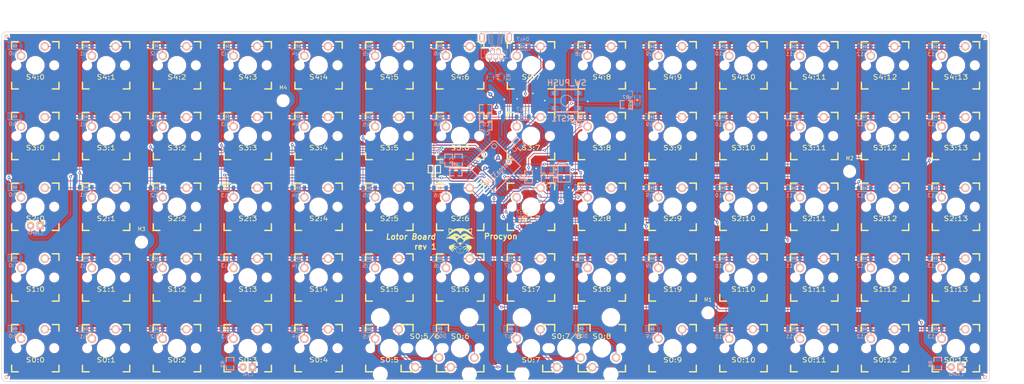
<source format=kicad_pcb>
(kicad_pcb (version 4) (host pcbnew 4.0.1-stable)
  (title_block (title Lotor) (date 2016-02-01) (rev 1) (company Procyon))
  (layers (0 F.Cu signal) (31 B.Cu signal hide) (36 B.SilkS user) (37 F.SilkS user) (38 B.Mask user) (39 F.Mask user) (44 Edge.Cuts user))
  (net 0 "")
  (net 1 GND)
  (net 2 /ROW0)
  (net 3 /ROW1)
  (net 4 /ROW2)
  (net 5 /ROW3)
  (net 6 /ROW4)
  (net 7 VCC)
  (net 8 "Net-(D0:0-Pad2)")
  (net 9 "Net-(D0:1-Pad2)")
  (net 10 "Net-(D0:2-Pad2)")
  (net 11 "Net-(D0:3-Pad2)")
  (net 12 "Net-(D0:4-Pad2)")
  (net 13 "Net-(D0:5-Pad2)")
  (net 14 "Net-(D0:6-Pad2)")
  (net 15 "Net-(D0:7-Pad2)")
  (net 16 "Net-(D0:8-Pad2)")
  (net 17 "Net-(D0:9-Pad2)")
  (net 18 "Net-(D0:10-Pad2)")
  (net 19 "Net-(D0:11-Pad2)")
  (net 20 "Net-(D0:12-Pad2)")
  (net 21 "Net-(D0:13-Pad2)")
  (net 22 "Net-(D1:0-Pad2)")
  (net 23 "Net-(D1:1-Pad2)")
  (net 24 "Net-(D1:2-Pad2)")
  (net 25 "Net-(D1:3-Pad2)")
  (net 26 "Net-(D1:4-Pad2)")
  (net 27 "Net-(D1:5-Pad2)")
  (net 28 "Net-(D1:6-Pad2)")
  (net 29 "Net-(D1:7-Pad2)")
  (net 30 "Net-(D1:8-Pad2)")
  (net 31 "Net-(D1:9-Pad2)")
  (net 32 "Net-(D1:10-Pad2)")
  (net 33 "Net-(D1:11-Pad2)")
  (net 34 "Net-(D1:12-Pad2)")
  (net 35 "Net-(D1:13-Pad2)")
  (net 36 "Net-(D2:0-Pad2)")
  (net 37 "Net-(D2:1-Pad2)")
  (net 38 "Net-(D2:2-Pad2)")
  (net 39 "Net-(D2:3-Pad2)")
  (net 40 "Net-(D2:4-Pad2)")
  (net 41 "Net-(D2:5-Pad2)")
  (net 42 "Net-(D2:6-Pad2)")
  (net 43 "Net-(D2:7-Pad2)")
  (net 44 "Net-(D2:8-Pad2)")
  (net 45 "Net-(D2:9-Pad2)")
  (net 46 "Net-(D2:10-Pad2)")
  (net 47 "Net-(D2:11-Pad2)")
  (net 48 "Net-(D2:12-Pad2)")
  (net 49 "Net-(D2:13-Pad2)")
  (net 50 "Net-(D3:0-Pad2)")
  (net 51 "Net-(D3:1-Pad2)")
  (net 52 "Net-(D3:2-Pad2)")
  (net 53 "Net-(D3:3-Pad2)")
  (net 54 "Net-(D3:4-Pad2)")
  (net 55 "Net-(D3:5-Pad2)")
  (net 56 "Net-(D3:6-Pad2)")
  (net 57 "Net-(D3:7-Pad2)")
  (net 58 "Net-(D3:8-Pad2)")
  (net 59 "Net-(D3:9-Pad2)")
  (net 60 "Net-(D3:10-Pad2)")
  (net 61 "Net-(D3:11-Pad2)")
  (net 62 "Net-(D3:12-Pad2)")
  (net 63 "Net-(D3:13-Pad2)")
  (net 64 "Net-(D4:0-Pad2)")
  (net 65 "Net-(D4:1-Pad2)")
  (net 66 "Net-(D4:2-Pad2)")
  (net 67 "Net-(D4:3-Pad2)")
  (net 68 "Net-(D4:4-Pad2)")
  (net 69 "Net-(D4:5-Pad2)")
  (net 70 "Net-(D4:6-Pad2)")
  (net 71 "Net-(D4:7-Pad2)")
  (net 72 "Net-(D4:8-Pad2)")
  (net 73 "Net-(D4:9-Pad2)")
  (net 74 "Net-(D4:10-Pad2)")
  (net 75 "Net-(D4:11-Pad2)")
  (net 76 "Net-(D4:12-Pad2)")
  (net 77 "Net-(D4:13-Pad2)")
  (net 78 /LED_PWR)
  (net 79 /LED_CAPS2)
  (net 80 "Net-(C2-Pad1)")
  (net 81 "Net-(C1-Pad1)")
  (net 82 /COL0)
  (net 83 /COL1)
  (net 84 /COL2)
  (net 85 /COL3)
  (net 86 /COL5)
  (net 87 /COL4)
  (net 88 /COL6)
  (net 89 /COL7)
  (net 90 /LED_FN)
  (net 91 /LED_CAPS1)
  (net 92 /COL13)
  (net 93 /COL12)
  (net 94 /COL11)
  (net 95 /COL10)
  (net 96 /COL9)
  (net 97 /COL8)
  (net 98 "Net-(J1-Pad2)")
  (net 99 "Net-(J1-Pad3)")
  (net 100 "Net-(R4-Pad1)")
  (net 101 "Net-(R3-Pad1)")
  (net 102 "Net-(C3-Pad1)")
  (net 103 "Net-(R5-Pad2)")
  (net 104 "Net-(R6-Pad2)")
  (net 105 "Net-(L_CAPS1-Pad2)")
  (net 106 "Net-(L_CAPS2-Pad2)")
  (net 107 "Net-(L_FN1-Pad2)")
  (net 108 "Net-(L_PWR1-Pad2)")
  (module SM0805:SM0805 (layer B.Cu) (at 201.85 98.44)
    (fp_text reference R6 (at -0.127 -1.905) (layer B.SilkS) (effects (font (size 0.935 0.935) (thickness 0.1588)) (justify mirror)))
    (fp_text value 10kΩ hide)
    (pad 1 smd rect (at -0.9525 0) (size 0.889 1.397) (layers B.Cu B.Mask) (net 1 GND))
    (pad 2 smd rect (at 0.9525 0) (size 0.889 1.397) (layers B.Cu B.Mask) (net 104 "Net-(R6-Pad2)"))
  )
  (module SM0805:SM0805 (layer B.Cu) (at 218.68 90.79 135)
    (fp_text reference C3 (at -0.127 -1.905 135) (layer B.SilkS) (effects (font (size 0.935 0.935) (thickness 0.1588)) (justify mirror)))
    (fp_text value 1uF hide)
    (pad 1 smd rect (at -0.9525 0 135) (size 0.889 1.397) (layers B.Cu B.Mask) (net 102 "Net-(C3-Pad1)"))
    (pad 2 smd rect (at 0.9525 0 135) (size 0.889 1.397) (layers B.Cu B.Mask) (net 1 GND))
  )
  (module SM0805:SM0805 (layer B.Cu) (at 202.55 95.28 90)
    (fp_text reference C6 (at -0.127 -1.905 90) (layer B.SilkS) (effects (font (size 0.935 0.935) (thickness 0.1588)) (justify mirror)))
    (fp_text value 1uF hide)
    (pad 1 smd rect (at -0.9525 0 90) (size 0.889 1.397) (layers B.Cu B.Mask) (net 7 VCC))
    (pad 2 smd rect (at 0.9525 0 90) (size 0.889 1.397) (layers B.Cu B.Mask) (net 1 GND))
  )
  (module SM0805:SM0805 (layer B.Cu) (at 226.36 97.69 180)
    (fp_text reference C2 (at -0.127 -1.905 180) (layer B.SilkS) (effects (font (size 0.935 0.935) (thickness 0.1588)) (justify mirror)))
    (fp_text value 22pF hide)
    (pad 1 smd rect (at -0.9525 0 180) (size 0.889 1.397) (layers B.Cu B.Mask) (net 80 "Net-(C2-Pad1)"))
    (pad 2 smd rect (at 0.9525 0 180) (size 0.889 1.397) (layers B.Cu B.Mask) (net 1 GND))
  )
  (module SM0805:SM0805 (layer B.Cu) (at 226.42 100.17 180)
    (fp_text reference C1 (at -0.127 -1.905 180) (layer B.SilkS) (effects (font (size 0.935 0.935) (thickness 0.1588)) (justify mirror)))
    (fp_text value 22pF hide)
    (pad 1 smd rect (at -0.9525 0 180) (size 0.889 1.397) (layers B.Cu B.Mask) (net 81 "Net-(C1-Pad1)"))
    (pad 2 smd rect (at 0.9525 0 180) (size 0.889 1.397) (layers B.Cu B.Mask) (net 1 GND))
  )
  (module SM0805:SM0805 (layer B.Cu) (at 221.35 99.72 90)
    (fp_text reference R5 (at -0.127 -1.905 90) (layer B.SilkS) (effects (font (size 0.935 0.935) (thickness 0.1588)) (justify mirror)))
    (fp_text value 10k hide)
    (pad 1 smd rect (at -0.9525 0 90) (size 0.889 1.397) (layers B.Cu B.Mask) (net 7 VCC))
    (pad 2 smd rect (at 0.9525 0 90) (size 0.889 1.397) (layers B.Cu B.Mask) (net 103 "Net-(R5-Pad2)"))
  )
  (module SM0805:SM0805 (layer F.Cu) (at 196.07 97.64)
    (fp_text reference R1 (at -0.127 1.905) (layer F.SilkS) (effects (font (size 0.935 0.935) (thickness 0.1588))))
    (fp_text value 100Ω hide)
    (pad 1 smd rect (at -0.9525 0) (size 0.889 1.397) (layers F.Cu F.Mask) (net 106 "Net-(L_CAPS2-Pad2)"))
    (pad 2 smd rect (at 0.9525 0) (size 0.889 1.397) (layers F.Cu F.Mask) (net 79 /LED_CAPS2))
  )
  (module SM0805:SM0805 (layer B.Cu) (at 247.6 80.28)
    (fp_text reference R7 (at -0.127 -1.905) (layer B.SilkS) (effects (font (size 0.935 0.935) (thickness 0.1588)) (justify mirror)))
    (fp_text value 100Ω hide)
    (pad 1 smd rect (at -0.9525 0) (size 0.889 1.397) (layers B.Cu B.Mask) (net 78 /LED_PWR))
    (pad 2 smd rect (at 0.9525 0) (size 0.889 1.397) (layers B.Cu B.Mask) (net 108 "Net-(L_PWR1-Pad2)"))
  )
  (module SM0805:SM0805 (layer B.Cu) (at 141.24 149.89 90)
    (fp_text reference R2 (at -0.127 -1.905 90) (layer B.SilkS) (effects (font (size 0.935 0.935) (thickness 0.1588)) (justify mirror)))
    (fp_text value 100Ω hide)
    (pad 1 smd rect (at -0.9525 0 90) (size 0.889 1.397) (layers B.Cu B.Mask) (net 107 "Net-(L_FN1-Pad2)"))
    (pad 2 smd rect (at 0.9525 0 90) (size 0.889 1.397) (layers B.Cu B.Mask) (net 90 /LED_FN))
  )
  (module SM0805:SM0805 (layer B.Cu) (at 209.81 81.37 180)
    (fp_text reference C4 (at -0.127 -1.905 180) (layer B.SilkS) (effects (font (size 0.935 0.935) (thickness 0.1588)) (justify mirror)))
    (fp_text value 0.1uF hide)
    (pad 1 smd rect (at -0.9525 0 180) (size 0.889 1.397) (layers B.Cu B.Mask) (net 7 VCC))
    (pad 2 smd rect (at 0.9525 0 180) (size 0.889 1.397) (layers B.Cu B.Mask) (net 1 GND))
  )
  (module SM0805:SM0805 (layer B.Cu) (at 209.87 86.11 180)
    (fp_text reference C7 (at -0.127 -1.905 180) (layer B.SilkS) (effects (font (size 0.935 0.935) (thickness 0.1588)) (justify mirror)))
    (fp_text value 0.1uF hide)
    (pad 1 smd rect (at -0.9525 0 180) (size 0.889 1.397) (layers B.Cu B.Mask) (net 7 VCC))
    (pad 2 smd rect (at 0.9525 0 180) (size 0.889 1.397) (layers B.Cu B.Mask) (net 1 GND))
  )
  (module SM0805:SM0805 (layer B.Cu) (at 199.9 95.28 90)
    (fp_text reference C8 (at -0.127 -1.905 90) (layer B.SilkS) (effects (font (size 0.935 0.935) (thickness 0.1588)) (justify mirror)))
    (fp_text value 0.1uF hide)
    (pad 1 smd rect (at -0.9525 0 90) (size 0.889 1.397) (layers B.Cu B.Mask) (net 7 VCC))
    (pad 2 smd rect (at 0.9525 0 90) (size 0.889 1.397) (layers B.Cu B.Mask) (net 1 GND))
  )
  (module footprints:CHERRY_PCB_100H (layer F.Cu) (at 222 88.75)
    (fp_text reference S3:7 (at 0 3.175) (layer F.SilkS) (effects (font (size 1.27 1.524) (thickness 0.2032))))
    (fp_text value SW_PUSH hide)
    (pad 1 thru_hole circle (at 2.54 -5.08) (size 2.286 2.286) (drill 1.4986) (layers *.Cu *.SilkS *.Mask) (net 5 /ROW3))
    (pad 2 thru_hole circle (at -3.81 -2.54) (size 2.286 2.286) (drill 1.4986) (layers *.Cu *.SilkS *.Mask) (net 57 "Net-(D3:7-Pad2)"))
    (pad HOLE np_thru_hole circle (at 0 0) (size 3.9878 3.9878) (drill 3.9878) (layers *.Cu))
    (pad HOLE np_thru_hole circle (at -5.08 0) (size 1.7018 1.7018) (drill 1.7018) (layers *.Cu))
    (pad HOLE np_thru_hole circle (at 5.08 0) (size 1.7018 1.7018) (drill 1.7018) (layers *.Cu))
  )
  (module footprints:CHERRY_PCB_100H (layer F.Cu) (at 203 145.75 180)
    (fp_text reference S0:6 (at 0 3.175 180) (layer F.SilkS) (effects (font (size 1.27 1.524) (thickness 0.2032))))
    (fp_text value SW_PUSH hide)
    (pad 1 thru_hole circle (at 2.54 -5.08 180) (size 2.286 2.286) (drill 1.4986) (layers *.Cu *.SilkS *.Mask) (net 2 /ROW0))
    (pad 2 thru_hole circle (at -3.81 -2.54 180) (size 2.286 2.286) (drill 1.4986) (layers *.Cu *.SilkS *.Mask) (net 14 "Net-(D0:6-Pad2)"))
    (pad HOLE np_thru_hole circle (at 0 0 180) (size 3.9878 3.9878) (drill 3.9878) (layers *.Cu))
    (pad HOLE np_thru_hole circle (at -5.08 0 180) (size 1.7018 1.7018) (drill 1.7018) (layers *.Cu))
    (pad HOLE np_thru_hole circle (at 5.08 0 180) (size 1.7018 1.7018) (drill 1.7018) (layers *.Cu))
  )
  (module footprints:CHERRY_PCB_100H (layer F.Cu) (at 146 145.75)
    (fp_text reference S0:3 (at 0 3.175) (layer F.SilkS) (effects (font (size 1.27 1.524) (thickness 0.2032))))
    (fp_text value SW_PUSH hide)
    (pad 1 thru_hole circle (at 2.54 -5.08) (size 2.286 2.286) (drill 1.4986) (layers *.Cu *.SilkS *.Mask) (net 2 /ROW0))
    (pad 2 thru_hole circle (at -3.81 -2.54) (size 2.286 2.286) (drill 1.4986) (layers *.Cu *.SilkS *.Mask) (net 11 "Net-(D0:3-Pad2)"))
    (pad HOLE np_thru_hole circle (at 0 0) (size 3.9878 3.9878) (drill 3.9878) (layers *.Cu))
    (pad HOLE np_thru_hole circle (at -5.08 0) (size 1.7018 1.7018) (drill 1.7018) (layers *.Cu))
    (pad HOLE np_thru_hole circle (at 5.08 0) (size 1.7018 1.7018) (drill 1.7018) (layers *.Cu))
  )
  (module Diodes_SMD:SOD-123 (layer B.Cu) (at 330.56 64.73)
    (fp_text reference D4:13 (at 0 2) (layer B.SilkS) (effects (justify mirror)))
    (fp_text value D)
    (pad 1 smd rect (at -1.635 0) (size 0.91 1.22) (layers B.Cu B.Mask) (net 92 /COL13))
    (pad 2 smd rect (at 1.635 0) (size 0.91 1.22) (layers B.Cu B.Mask) (net 77 "Net-(D4:13-Pad2)"))
  )
  (module Diodes_SMD:SOD-123 (layer B.Cu) (at 311.54 64.73)
    (fp_text reference D4:12 (at 0 2) (layer B.SilkS) (effects (justify mirror)))
    (fp_text value D)
    (pad 1 smd rect (at -1.635 0) (size 0.91 1.22) (layers B.Cu B.Mask) (net 93 /COL12))
    (pad 2 smd rect (at 1.635 0) (size 0.91 1.22) (layers B.Cu B.Mask) (net 76 "Net-(D4:12-Pad2)"))
  )
  (module Diodes_SMD:SOD-123 (layer B.Cu) (at 292.53 64.69)
    (fp_text reference D4:11 (at 0 2) (layer B.SilkS) (effects (justify mirror)))
    (fp_text value D)
    (pad 1 smd rect (at -1.635 0) (size 0.91 1.22) (layers B.Cu B.Mask) (net 94 /COL11))
    (pad 2 smd rect (at 1.635 0) (size 0.91 1.22) (layers B.Cu B.Mask) (net 75 "Net-(D4:11-Pad2)"))
  )
  (module Diodes_SMD:SOD-123 (layer B.Cu) (at 273.56 64.62)
    (fp_text reference D4:10 (at 0 2) (layer B.SilkS) (effects (justify mirror)))
    (fp_text value D)
    (pad 1 smd rect (at -1.635 0) (size 0.91 1.22) (layers B.Cu B.Mask) (net 95 /COL10))
    (pad 2 smd rect (at 1.635 0) (size 0.91 1.22) (layers B.Cu B.Mask) (net 74 "Net-(D4:10-Pad2)"))
  )
  (module Diodes_SMD:SOD-123 (layer B.Cu) (at 254.55 64.69)
    (fp_text reference D4:9 (at 0 2) (layer B.SilkS) (effects (justify mirror)))
    (fp_text value D)
    (pad 1 smd rect (at -1.635 0) (size 0.91 1.22) (layers B.Cu B.Mask) (net 96 /COL9))
    (pad 2 smd rect (at 1.635 0) (size 0.91 1.22) (layers B.Cu B.Mask) (net 73 "Net-(D4:9-Pad2)"))
  )
  (module Diodes_SMD:SOD-123 (layer B.Cu) (at 235.53 64.69)
    (fp_text reference D4:8 (at 0 2) (layer B.SilkS) (effects (justify mirror)))
    (fp_text value D)
    (pad 1 smd rect (at -1.635 0) (size 0.91 1.22) (layers B.Cu B.Mask) (net 97 /COL8))
    (pad 2 smd rect (at 1.635 0) (size 0.91 1.22) (layers B.Cu B.Mask) (net 72 "Net-(D4:8-Pad2)"))
  )
  (module Diodes_SMD:SOD-123 (layer B.Cu) (at 219.82 64.77 180)
    (fp_text reference D4:7 (at 0 2 180) (layer B.SilkS) (effects (justify mirror)))
    (fp_text value D)
    (pad 1 smd rect (at -1.635 0 180) (size 0.91 1.22) (layers B.Cu B.Mask) (net 89 /COL7))
    (pad 2 smd rect (at 1.635 0 180) (size 0.91 1.22) (layers B.Cu B.Mask) (net 71 "Net-(D4:7-Pad2)"))
  )
  (module Diodes_SMD:SOD-123 (layer B.Cu) (at 197.55 64.54)
    (fp_text reference D4:6 (at 0 2) (layer B.SilkS) (effects (justify mirror)))
    (fp_text value D)
    (pad 1 smd rect (at -1.635 0) (size 0.91 1.22) (layers B.Cu B.Mask) (net 88 /COL6))
    (pad 2 smd rect (at 1.635 0) (size 0.91 1.22) (layers B.Cu B.Mask) (net 70 "Net-(D4:6-Pad2)"))
  )
  (module Diodes_SMD:SOD-123 (layer B.Cu) (at 178.54 64.62)
    (fp_text reference D4:5 (at 0 2) (layer B.SilkS) (effects (justify mirror)))
    (fp_text value D)
    (pad 1 smd rect (at -1.635 0) (size 0.91 1.22) (layers B.Cu B.Mask) (net 86 /COL5))
    (pad 2 smd rect (at 1.635 0) (size 0.91 1.22) (layers B.Cu B.Mask) (net 69 "Net-(D4:5-Pad2)"))
  )
  (module Diodes_SMD:SOD-123 (layer B.Cu) (at 159.56 64.58)
    (fp_text reference D4:4 (at 0 2) (layer B.SilkS) (effects (justify mirror)))
    (fp_text value D)
    (pad 1 smd rect (at -1.635 0) (size 0.91 1.22) (layers B.Cu B.Mask) (net 87 /COL4))
    (pad 2 smd rect (at 1.635 0) (size 0.91 1.22) (layers B.Cu B.Mask) (net 68 "Net-(D4:4-Pad2)"))
  )
  (module Diodes_SMD:SOD-123 (layer B.Cu) (at 140.55 64.62)
    (fp_text reference D4:3 (at 0 2) (layer B.SilkS) (effects (justify mirror)))
    (fp_text value D)
    (pad 1 smd rect (at -1.635 0) (size 0.91 1.22) (layers B.Cu B.Mask) (net 85 /COL3))
    (pad 2 smd rect (at 1.635 0) (size 0.91 1.22) (layers B.Cu B.Mask) (net 67 "Net-(D4:3-Pad2)"))
  )
  (module Diodes_SMD:SOD-123 (layer B.Cu) (at 121.54 64.54)
    (fp_text reference D4:2 (at 0 2) (layer B.SilkS) (effects (justify mirror)))
    (fp_text value D)
    (pad 1 smd rect (at -1.635 0) (size 0.91 1.22) (layers B.Cu B.Mask) (net 84 /COL2))
    (pad 2 smd rect (at 1.635 0) (size 0.91 1.22) (layers B.Cu B.Mask) (net 66 "Net-(D4:2-Pad2)"))
  )
  (module Diodes_SMD:SOD-123 (layer B.Cu) (at 102.57 64.58)
    (fp_text reference D4:1 (at 0 2) (layer B.SilkS) (effects (justify mirror)))
    (fp_text value D)
    (pad 1 smd rect (at -1.635 0) (size 0.91 1.22) (layers B.Cu B.Mask) (net 83 /COL1))
    (pad 2 smd rect (at 1.635 0) (size 0.91 1.22) (layers B.Cu B.Mask) (net 65 "Net-(D4:1-Pad2)"))
  )
  (module Diodes_SMD:SOD-123 (layer B.Cu) (at 330.59 83.54)
    (fp_text reference D3:13 (at 0 2) (layer B.SilkS) (effects (justify mirror)))
    (fp_text value D)
    (pad 1 smd rect (at -1.635 0) (size 0.91 1.22) (layers B.Cu B.Mask) (net 92 /COL13))
    (pad 2 smd rect (at 1.635 0) (size 0.91 1.22) (layers B.Cu B.Mask) (net 63 "Net-(D3:13-Pad2)"))
  )
  (module Diodes_SMD:SOD-123 (layer B.Cu) (at 311.54 83.55)
    (fp_text reference D3:12 (at 0 2) (layer B.SilkS) (effects (justify mirror)))
    (fp_text value D)
    (pad 1 smd rect (at -1.635 0) (size 0.91 1.22) (layers B.Cu B.Mask) (net 93 /COL12))
    (pad 2 smd rect (at 1.635 0) (size 0.91 1.22) (layers B.Cu B.Mask) (net 62 "Net-(D3:12-Pad2)"))
  )
  (module Diodes_SMD:SOD-123 (layer B.Cu) (at 292.53 83.52)
    (fp_text reference D3:11 (at 0 2) (layer B.SilkS) (effects (justify mirror)))
    (fp_text value D)
    (pad 1 smd rect (at -1.635 0) (size 0.91 1.22) (layers B.Cu B.Mask) (net 94 /COL11))
    (pad 2 smd rect (at 1.635 0) (size 0.91 1.22) (layers B.Cu B.Mask) (net 61 "Net-(D3:11-Pad2)"))
  )
  (module Diodes_SMD:SOD-123 (layer B.Cu) (at 273.56 83.63)
    (fp_text reference D3:10 (at 0 2) (layer B.SilkS) (effects (justify mirror)))
    (fp_text value D)
    (pad 1 smd rect (at -1.635 0) (size 0.91 1.22) (layers B.Cu B.Mask) (net 95 /COL10))
    (pad 2 smd rect (at 1.635 0) (size 0.91 1.22) (layers B.Cu B.Mask) (net 60 "Net-(D3:10-Pad2)"))
  )
  (module Diodes_SMD:SOD-123 (layer B.Cu) (at 254.55 83.63)
    (fp_text reference D3:9 (at 0 2) (layer B.SilkS) (effects (justify mirror)))
    (fp_text value D)
    (pad 1 smd rect (at -1.635 0) (size 0.91 1.22) (layers B.Cu B.Mask) (net 96 /COL9))
    (pad 2 smd rect (at 1.635 0) (size 0.91 1.22) (layers B.Cu B.Mask) (net 59 "Net-(D3:9-Pad2)"))
  )
  (module Diodes_SMD:SOD-123 (layer B.Cu) (at 235.53 83.67)
    (fp_text reference D3:8 (at 0 2) (layer B.SilkS) (effects (justify mirror)))
    (fp_text value D)
    (pad 1 smd rect (at -1.635 0) (size 0.91 1.22) (layers B.Cu B.Mask) (net 97 /COL8))
    (pad 2 smd rect (at 1.635 0) (size 0.91 1.22) (layers B.Cu B.Mask) (net 58 "Net-(D3:8-Pad2)"))
  )
  (module Diodes_SMD:SOD-123 (layer B.Cu) (at 219.78 83.59 180)
    (fp_text reference D3:7 (at 0 2 180) (layer B.SilkS) (effects (justify mirror)))
    (fp_text value D)
    (pad 1 smd rect (at -1.635 0 180) (size 0.91 1.22) (layers B.Cu B.Mask) (net 89 /COL7))
    (pad 2 smd rect (at 1.635 0 180) (size 0.91 1.22) (layers B.Cu B.Mask) (net 57 "Net-(D3:7-Pad2)"))
  )
  (module Diodes_SMD:SOD-123 (layer B.Cu) (at 197.55 83.52)
    (fp_text reference D3:6 (at 0 2) (layer B.SilkS) (effects (justify mirror)))
    (fp_text value D)
    (pad 1 smd rect (at -1.635 0) (size 0.91 1.22) (layers B.Cu B.Mask) (net 88 /COL6))
    (pad 2 smd rect (at 1.635 0) (size 0.91 1.22) (layers B.Cu B.Mask) (net 56 "Net-(D3:6-Pad2)"))
  )
  (module Diodes_SMD:SOD-123 (layer B.Cu) (at 178.54 83.67)
    (fp_text reference D3:5 (at 0 2) (layer B.SilkS) (effects (justify mirror)))
    (fp_text value D)
    (pad 1 smd rect (at -1.635 0) (size 0.91 1.22) (layers B.Cu B.Mask) (net 86 /COL5))
    (pad 2 smd rect (at 1.635 0) (size 0.91 1.22) (layers B.Cu B.Mask) (net 55 "Net-(D3:5-Pad2)"))
  )
  (module Diodes_SMD:SOD-123 (layer B.Cu) (at 159.56 83.52)
    (fp_text reference D3:4 (at 0 2) (layer B.SilkS) (effects (justify mirror)))
    (fp_text value D)
    (pad 1 smd rect (at -1.635 0) (size 0.91 1.22) (layers B.Cu B.Mask) (net 87 /COL4))
    (pad 2 smd rect (at 1.635 0) (size 0.91 1.22) (layers B.Cu B.Mask) (net 54 "Net-(D3:4-Pad2)"))
  )
  (module Diodes_SMD:SOD-123 (layer B.Cu) (at 140.55 83.55)
    (fp_text reference D3:3 (at 0 2) (layer B.SilkS) (effects (justify mirror)))
    (fp_text value D)
    (pad 1 smd rect (at -1.635 0) (size 0.91 1.22) (layers B.Cu B.Mask) (net 85 /COL3))
    (pad 2 smd rect (at 1.635 0) (size 0.91 1.22) (layers B.Cu B.Mask) (net 53 "Net-(D3:3-Pad2)"))
  )
  (module Diodes_SMD:SOD-123 (layer B.Cu) (at 121.54 83.52)
    (fp_text reference D3:2 (at 0 2) (layer B.SilkS) (effects (justify mirror)))
    (fp_text value D)
    (pad 1 smd rect (at -1.635 0) (size 0.91 1.22) (layers B.Cu B.Mask) (net 84 /COL2))
    (pad 2 smd rect (at 1.635 0) (size 0.91 1.22) (layers B.Cu B.Mask) (net 52 "Net-(D3:2-Pad2)"))
  )
  (module Diodes_SMD:SOD-123 (layer B.Cu) (at 102.54 83.57)
    (fp_text reference D3:1 (at 0 2) (layer B.SilkS) (effects (justify mirror)))
    (fp_text value D)
    (pad 1 smd rect (at -1.635 0) (size 0.91 1.22) (layers B.Cu B.Mask) (net 83 /COL1))
    (pad 2 smd rect (at 1.635 0) (size 0.91 1.22) (layers B.Cu B.Mask) (net 51 "Net-(D3:1-Pad2)"))
  )
  (module Diodes_SMD:SOD-123 (layer B.Cu) (at 330.53 102.7)
    (fp_text reference D2:13 (at 0 2) (layer B.SilkS) (effects (justify mirror)))
    (fp_text value D)
    (pad 1 smd rect (at -1.635 0) (size 0.91 1.22) (layers B.Cu B.Mask) (net 92 /COL13))
    (pad 2 smd rect (at 1.635 0) (size 0.91 1.22) (layers B.Cu B.Mask) (net 49 "Net-(D2:13-Pad2)"))
  )
  (module Diodes_SMD:SOD-123 (layer B.Cu) (at 311.55 102.76)
    (fp_text reference D2:12 (at 0 2) (layer B.SilkS) (effects (justify mirror)))
    (fp_text value D)
    (pad 1 smd rect (at -1.635 0) (size 0.91 1.22) (layers B.Cu B.Mask) (net 93 /COL12))
    (pad 2 smd rect (at 1.635 0) (size 0.91 1.22) (layers B.Cu B.Mask) (net 48 "Net-(D2:12-Pad2)"))
  )
  (module Diodes_SMD:SOD-123 (layer B.Cu) (at 292.55 102.74)
    (fp_text reference D2:11 (at 0 2) (layer B.SilkS) (effects (justify mirror)))
    (fp_text value D)
    (pad 1 smd rect (at -1.635 0) (size 0.91 1.22) (layers B.Cu B.Mask) (net 94 /COL11))
    (pad 2 smd rect (at 1.635 0) (size 0.91 1.22) (layers B.Cu B.Mask) (net 47 "Net-(D2:11-Pad2)"))
  )
  (module Diodes_SMD:SOD-123 (layer B.Cu) (at 273.55 102.68)
    (fp_text reference D2:10 (at 0 2) (layer B.SilkS) (effects (justify mirror)))
    (fp_text value D)
    (pad 1 smd rect (at -1.635 0) (size 0.91 1.22) (layers B.Cu B.Mask) (net 95 /COL10))
    (pad 2 smd rect (at 1.635 0) (size 0.91 1.22) (layers B.Cu B.Mask) (net 46 "Net-(D2:10-Pad2)"))
  )
  (module Diodes_SMD:SOD-123 (layer B.Cu) (at 254.55 102.66)
    (fp_text reference D2:9 (at 0 2) (layer B.SilkS) (effects (justify mirror)))
    (fp_text value D)
    (pad 1 smd rect (at -1.635 0) (size 0.91 1.22) (layers B.Cu B.Mask) (net 96 /COL9))
    (pad 2 smd rect (at 1.635 0) (size 0.91 1.22) (layers B.Cu B.Mask) (net 45 "Net-(D2:9-Pad2)"))
  )
  (module Diodes_SMD:SOD-123 (layer B.Cu) (at 235.56 102.71)
    (fp_text reference D2:8 (at 0 2) (layer B.SilkS) (effects (justify mirror)))
    (fp_text value D)
    (pad 1 smd rect (at -1.635 0) (size 0.91 1.22) (layers B.Cu B.Mask) (net 97 /COL8))
    (pad 2 smd rect (at 1.635 0) (size 0.91 1.22) (layers B.Cu B.Mask) (net 44 "Net-(D2:8-Pad2)"))
  )
  (module Diodes_SMD:SOD-123 (layer B.Cu) (at 219.83 111.2 180)
    (fp_text reference D2:7 (at 0 2 180) (layer B.SilkS) (effects (justify mirror)))
    (fp_text value D)
    (pad 1 smd rect (at -1.635 0 180) (size 0.91 1.22) (layers B.Cu B.Mask) (net 89 /COL7))
    (pad 2 smd rect (at 1.635 0 180) (size 0.91 1.22) (layers B.Cu B.Mask) (net 43 "Net-(D2:7-Pad2)"))
  )
  (module Diodes_SMD:SOD-123 (layer B.Cu) (at 197.59 102.68)
    (fp_text reference D2:6 (at 0 2) (layer B.SilkS) (effects (justify mirror)))
    (fp_text value D)
    (pad 1 smd rect (at -1.635 0) (size 0.91 1.22) (layers B.Cu B.Mask) (net 88 /COL6))
    (pad 2 smd rect (at 1.635 0) (size 0.91 1.22) (layers B.Cu B.Mask) (net 42 "Net-(D2:6-Pad2)"))
  )
  (module Diodes_SMD:SOD-123 (layer B.Cu) (at 178.56 102.65)
    (fp_text reference D2:5 (at 0 2) (layer B.SilkS) (effects (justify mirror)))
    (fp_text value D)
    (pad 1 smd rect (at -1.635 0) (size 0.91 1.22) (layers B.Cu B.Mask) (net 86 /COL5))
    (pad 2 smd rect (at 1.635 0) (size 0.91 1.22) (layers B.Cu B.Mask) (net 41 "Net-(D2:5-Pad2)"))
  )
  (module Diodes_SMD:SOD-123 (layer B.Cu) (at 159.54 102.68)
    (fp_text reference D2:4 (at 0 2) (layer B.SilkS) (effects (justify mirror)))
    (fp_text value D)
    (pad 1 smd rect (at -1.635 0) (size 0.91 1.22) (layers B.Cu B.Mask) (net 87 /COL4))
    (pad 2 smd rect (at 1.635 0) (size 0.91 1.22) (layers B.Cu B.Mask) (net 40 "Net-(D2:4-Pad2)"))
  )
  (module Diodes_SMD:SOD-123 (layer B.Cu) (at 140.54 102.68)
    (fp_text reference D2:3 (at 0 2) (layer B.SilkS) (effects (justify mirror)))
    (fp_text value D)
    (pad 1 smd rect (at -1.635 0) (size 0.91 1.22) (layers B.Cu B.Mask) (net 85 /COL3))
    (pad 2 smd rect (at 1.635 0) (size 0.91 1.22) (layers B.Cu B.Mask) (net 39 "Net-(D2:3-Pad2)"))
  )
  (module Diodes_SMD:SOD-123 (layer B.Cu) (at 121.54 102.65)
    (fp_text reference D2:2 (at 0 2) (layer B.SilkS) (effects (justify mirror)))
    (fp_text value D)
    (pad 1 smd rect (at -1.635 0) (size 0.91 1.22) (layers B.Cu B.Mask) (net 84 /COL2))
    (pad 2 smd rect (at 1.635 0) (size 0.91 1.22) (layers B.Cu B.Mask) (net 38 "Net-(D2:2-Pad2)"))
  )
  (module Diodes_SMD:SOD-123 (layer B.Cu) (at 102.54 102.51)
    (fp_text reference D2:1 (at 0 2) (layer B.SilkS) (effects (justify mirror)))
    (fp_text value D)
    (pad 1 smd rect (at -1.635 0) (size 0.91 1.22) (layers B.Cu B.Mask) (net 83 /COL1))
    (pad 2 smd rect (at 1.635 0) (size 0.91 1.22) (layers B.Cu B.Mask) (net 37 "Net-(D2:1-Pad2)"))
  )
  (module Diodes_SMD:SOD-123 (layer B.Cu) (at 330.52 121.54)
    (fp_text reference D1:13 (at 0 2) (layer B.SilkS) (effects (justify mirror)))
    (fp_text value D)
    (pad 1 smd rect (at -1.635 0) (size 0.91 1.22) (layers B.Cu B.Mask) (net 92 /COL13))
    (pad 2 smd rect (at 1.635 0) (size 0.91 1.22) (layers B.Cu B.Mask) (net 35 "Net-(D1:13-Pad2)"))
  )
  (module Diodes_SMD:SOD-123 (layer B.Cu) (at 311.54 121.62)
    (fp_text reference D1:12 (at 0 2) (layer B.SilkS) (effects (justify mirror)))
    (fp_text value D)
    (pad 1 smd rect (at -1.635 0) (size 0.91 1.22) (layers B.Cu B.Mask) (net 93 /COL12))
    (pad 2 smd rect (at 1.635 0) (size 0.91 1.22) (layers B.Cu B.Mask) (net 34 "Net-(D1:12-Pad2)"))
  )
  (module Diodes_SMD:SOD-123 (layer B.Cu) (at 292.53 121.58)
    (fp_text reference D1:11 (at 0 2) (layer B.SilkS) (effects (justify mirror)))
    (fp_text value D)
    (pad 1 smd rect (at -1.635 0) (size 0.91 1.22) (layers B.Cu B.Mask) (net 94 /COL11))
    (pad 2 smd rect (at 1.635 0) (size 0.91 1.22) (layers B.Cu B.Mask) (net 33 "Net-(D1:11-Pad2)"))
  )
  (module Diodes_SMD:SOD-123 (layer B.Cu) (at 273.56 121.65)
    (fp_text reference D1:10 (at 0 2) (layer B.SilkS) (effects (justify mirror)))
    (fp_text value D)
    (pad 1 smd rect (at -1.635 0) (size 0.91 1.22) (layers B.Cu B.Mask) (net 95 /COL10))
    (pad 2 smd rect (at 1.635 0) (size 0.91 1.22) (layers B.Cu B.Mask) (net 32 "Net-(D1:10-Pad2)"))
  )
  (module Diodes_SMD:SOD-123 (layer B.Cu) (at 254.55 121.62)
    (fp_text reference D1:9 (at 0 2) (layer B.SilkS) (effects (justify mirror)))
    (fp_text value D)
    (pad 1 smd rect (at -1.635 0) (size 0.91 1.22) (layers B.Cu B.Mask) (net 96 /COL9))
    (pad 2 smd rect (at 1.635 0) (size 0.91 1.22) (layers B.Cu B.Mask) (net 31 "Net-(D1:9-Pad2)"))
  )
  (module Diodes_SMD:SOD-123 (layer B.Cu) (at 235.57 121.54)
    (fp_text reference D1:8 (at 0 2) (layer B.SilkS) (effects (justify mirror)))
    (fp_text value D)
    (pad 1 smd rect (at -1.635 0) (size 0.91 1.22) (layers B.Cu B.Mask) (net 97 /COL8))
    (pad 2 smd rect (at 1.635 0) (size 0.91 1.22) (layers B.Cu B.Mask) (net 30 "Net-(D1:8-Pad2)"))
  )
  (module Diodes_SMD:SOD-123 (layer B.Cu) (at 216.56 121.54)
    (fp_text reference D1:7 (at 0 2) (layer B.SilkS) (effects (justify mirror)))
    (fp_text value D)
    (pad 1 smd rect (at -1.635 0) (size 0.91 1.22) (layers B.Cu B.Mask) (net 89 /COL7))
    (pad 2 smd rect (at 1.635 0) (size 0.91 1.22) (layers B.Cu B.Mask) (net 29 "Net-(D1:7-Pad2)"))
  )
  (module Diodes_SMD:SOD-123 (layer B.Cu) (at 197.55 121.58)
    (fp_text reference D1:6 (at 0 2) (layer B.SilkS) (effects (justify mirror)))
    (fp_text value D)
    (pad 1 smd rect (at -1.635 0) (size 0.91 1.22) (layers B.Cu B.Mask) (net 88 /COL6))
    (pad 2 smd rect (at 1.635 0) (size 0.91 1.22) (layers B.Cu B.Mask) (net 28 "Net-(D1:6-Pad2)"))
  )
  (module Diodes_SMD:SOD-123 (layer B.Cu) (at 178.54 121.58)
    (fp_text reference D1:5 (at 0 2) (layer B.SilkS) (effects (justify mirror)))
    (fp_text value D)
    (pad 1 smd rect (at -1.635 0) (size 0.91 1.22) (layers B.Cu B.Mask) (net 86 /COL5))
    (pad 2 smd rect (at 1.635 0) (size 0.91 1.22) (layers B.Cu B.Mask) (net 27 "Net-(D1:5-Pad2)"))
  )
  (module Diodes_SMD:SOD-123 (layer B.Cu) (at 159.56 121.58)
    (fp_text reference D1:4 (at 0 2) (layer B.SilkS) (effects (justify mirror)))
    (fp_text value D)
    (pad 1 smd rect (at -1.635 0) (size 0.91 1.22) (layers B.Cu B.Mask) (net 87 /COL4))
    (pad 2 smd rect (at 1.635 0) (size 0.91 1.22) (layers B.Cu B.Mask) (net 26 "Net-(D1:4-Pad2)"))
  )
  (module Diodes_SMD:SOD-123 (layer B.Cu) (at 140.55 121.54)
    (fp_text reference D1:3 (at 0 2) (layer B.SilkS) (effects (justify mirror)))
    (fp_text value D)
    (pad 1 smd rect (at -1.635 0) (size 0.91 1.22) (layers B.Cu B.Mask) (net 85 /COL3))
    (pad 2 smd rect (at 1.635 0) (size 0.91 1.22) (layers B.Cu B.Mask) (net 25 "Net-(D1:3-Pad2)"))
  )
  (module Diodes_SMD:SOD-123 (layer B.Cu) (at 121.54 121.62)
    (fp_text reference D1:2 (at 0 2) (layer B.SilkS) (effects (justify mirror)))
    (fp_text value D)
    (pad 1 smd rect (at -1.635 0) (size 0.91 1.22) (layers B.Cu B.Mask) (net 84 /COL2))
    (pad 2 smd rect (at 1.635 0) (size 0.91 1.22) (layers B.Cu B.Mask) (net 24 "Net-(D1:2-Pad2)"))
  )
  (module Diodes_SMD:SOD-123 (layer B.Cu) (at 102.562 121.53)
    (fp_text reference D1:1 (at 0 2) (layer B.SilkS) (effects (justify mirror)))
    (fp_text value D)
    (pad 1 smd rect (at -1.635 0) (size 0.91 1.22) (layers B.Cu B.Mask) (net 83 /COL1))
    (pad 2 smd rect (at 1.635 0) (size 0.91 1.22) (layers B.Cu B.Mask) (net 23 "Net-(D1:1-Pad2)"))
  )
  (module Diodes_SMD:SOD-123 (layer B.Cu) (at 330.56 140.59)
    (fp_text reference D0:13 (at 0 2) (layer B.SilkS) (effects (justify mirror)))
    (fp_text value D)
    (pad 1 smd rect (at -1.635 0) (size 0.91 1.22) (layers B.Cu B.Mask) (net 92 /COL13))
    (pad 2 smd rect (at 1.635 0) (size 0.91 1.22) (layers B.Cu B.Mask) (net 21 "Net-(D0:13-Pad2)"))
  )
  (module Diodes_SMD:SOD-123 (layer B.Cu) (at 311.54 140.59)
    (fp_text reference D0:12 (at 0 2) (layer B.SilkS) (effects (justify mirror)))
    (fp_text value D)
    (pad 1 smd rect (at -1.635 0) (size 0.91 1.22) (layers B.Cu B.Mask) (net 93 /COL12))
    (pad 2 smd rect (at 1.635 0) (size 0.91 1.22) (layers B.Cu B.Mask) (net 20 "Net-(D0:12-Pad2)"))
  )
  (module Diodes_SMD:SOD-123 (layer B.Cu) (at 292.53 140.59)
    (fp_text reference D0:11 (at 0 2) (layer B.SilkS) (effects (justify mirror)))
    (fp_text value D)
    (pad 1 smd rect (at -1.635 0) (size 0.91 1.22) (layers B.Cu B.Mask) (net 94 /COL11))
    (pad 2 smd rect (at 1.635 0) (size 0.91 1.22) (layers B.Cu B.Mask) (net 19 "Net-(D0:11-Pad2)"))
  )
  (module Diodes_SMD:SOD-123 (layer B.Cu) (at 273.56 140.63)
    (fp_text reference D0:10 (at 0 2) (layer B.SilkS) (effects (justify mirror)))
    (fp_text value D)
    (pad 1 smd rect (at -1.635 0) (size 0.91 1.22) (layers B.Cu B.Mask) (net 95 /COL10))
    (pad 2 smd rect (at 1.635 0) (size 0.91 1.22) (layers B.Cu B.Mask) (net 18 "Net-(D0:10-Pad2)"))
  )
  (module Diodes_SMD:SOD-123 (layer B.Cu) (at 254.55 140.59)
    (fp_text reference D0:9 (at 0 2) (layer B.SilkS) (effects (justify mirror)))
    (fp_text value D)
    (pad 1 smd rect (at -1.635 0) (size 0.91 1.22) (layers B.Cu B.Mask) (net 96 /COL9))
    (pad 2 smd rect (at 1.635 0) (size 0.91 1.22) (layers B.Cu B.Mask) (net 17 "Net-(D0:9-Pad2)"))
  )
  (module Diodes_SMD:SOD-123 (layer B.Cu) (at 235.53 140.51)
    (fp_text reference D0:8 (at 0 2) (layer B.SilkS) (effects (justify mirror)))
    (fp_text value D)
    (pad 1 smd rect (at -1.635 0) (size 0.91 1.22) (layers B.Cu B.Mask) (net 97 /COL8))
    (pad 2 smd rect (at 1.635 0) (size 0.91 1.22) (layers B.Cu B.Mask) (net 16 "Net-(D0:8-Pad2)"))
  )
  (module Diodes_SMD:SOD-123 (layer B.Cu) (at 216.56 140.59)
    (fp_text reference D0:7 (at 0 2) (layer B.SilkS) (effects (justify mirror)))
    (fp_text value D)
    (pad 1 smd rect (at -1.635 0) (size 0.91 1.22) (layers B.Cu B.Mask) (net 89 /COL7))
    (pad 2 smd rect (at 1.635 0) (size 0.91 1.22) (layers B.Cu B.Mask) (net 15 "Net-(D0:7-Pad2)"))
  )
  (module Diodes_SMD:SOD-123 (layer B.Cu) (at 197.62 140.51)
    (fp_text reference D0:6 (at 0 2) (layer B.SilkS) (effects (justify mirror)))
    (fp_text value D)
    (pad 1 smd rect (at -1.635 0) (size 0.91 1.22) (layers B.Cu B.Mask) (net 88 /COL6))
    (pad 2 smd rect (at 1.635 0) (size 0.91 1.22) (layers B.Cu B.Mask) (net 14 "Net-(D0:6-Pad2)"))
  )
  (module Diodes_SMD:SOD-123 (layer B.Cu) (at 178.54 140.63)
    (fp_text reference D0:5 (at 0 2) (layer B.SilkS) (effects (justify mirror)))
    (fp_text value D)
    (pad 1 smd rect (at -1.635 0) (size 0.91 1.22) (layers B.Cu B.Mask) (net 86 /COL5))
    (pad 2 smd rect (at 1.635 0) (size 0.91 1.22) (layers B.Cu B.Mask) (net 13 "Net-(D0:5-Pad2)"))
  )
  (module Diodes_SMD:SOD-123 (layer B.Cu) (at 159.56 140.59)
    (fp_text reference D0:4 (at 0 2) (layer B.SilkS) (effects (justify mirror)))
    (fp_text value D)
    (pad 1 smd rect (at -1.635 0) (size 0.91 1.22) (layers B.Cu B.Mask) (net 87 /COL4))
    (pad 2 smd rect (at 1.635 0) (size 0.91 1.22) (layers B.Cu B.Mask) (net 12 "Net-(D0:4-Pad2)"))
  )
  (module Diodes_SMD:SOD-123 (layer B.Cu) (at 140.55 140.59)
    (fp_text reference D0:3 (at 0 2) (layer B.SilkS) (effects (justify mirror)))
    (fp_text value D)
    (pad 1 smd rect (at -1.635 0) (size 0.91 1.22) (layers B.Cu B.Mask) (net 85 /COL3))
    (pad 2 smd rect (at 1.635 0) (size 0.91 1.22) (layers B.Cu B.Mask) (net 11 "Net-(D0:3-Pad2)"))
  )
  (module Diodes_SMD:SOD-123 (layer B.Cu) (at 121.54 140.59)
    (fp_text reference D0:2 (at 0 2) (layer B.SilkS) (effects (justify mirror)))
    (fp_text value D)
    (pad 1 smd rect (at -1.635 0) (size 0.91 1.22) (layers B.Cu B.Mask) (net 84 /COL2))
    (pad 2 smd rect (at 1.635 0) (size 0.91 1.22) (layers B.Cu B.Mask) (net 10 "Net-(D0:2-Pad2)"))
  )
  (module Diodes_SMD:SOD-123 (layer B.Cu) (at 102.57 140.59)
    (fp_text reference D0:1 (at 0 2) (layer B.SilkS) (effects (justify mirror)))
    (fp_text value D)
    (pad 1 smd rect (at -1.635 0) (size 0.91 1.22) (layers B.Cu B.Mask) (net 83 /COL1))
    (pad 2 smd rect (at 1.635 0) (size 0.91 1.22) (layers B.Cu B.Mask) (net 9 "Net-(D0:1-Pad2)"))
  )
  (module Diodes_SMD:SOD-123 (layer B.Cu) (at 83.55 64.54)
    (fp_text reference D4:0 (at 0 2) (layer B.SilkS) (effects (justify mirror)))
    (fp_text value D)
    (pad 1 smd rect (at -1.635 0) (size 0.91 1.22) (layers B.Cu B.Mask) (net 82 /COL0))
    (pad 2 smd rect (at 1.635 0) (size 0.91 1.22) (layers B.Cu B.Mask) (net 64 "Net-(D4:0-Pad2)"))
  )
  (module Diodes_SMD:SOD-123 (layer B.Cu) (at 83.55 83.48)
    (fp_text reference D3:0 (at 0 2) (layer B.SilkS) (effects (justify mirror)))
    (fp_text value D)
    (pad 1 smd rect (at -1.635 0) (size 0.91 1.22) (layers B.Cu B.Mask) (net 82 /COL0))
    (pad 2 smd rect (at 1.635 0) (size 0.91 1.22) (layers B.Cu B.Mask) (net 50 "Net-(D3:0-Pad2)"))
  )
  (module Diodes_SMD:SOD-123 (layer B.Cu) (at 83.54 102.51)
    (fp_text reference D2:0 (at 0 2) (layer B.SilkS) (effects (justify mirror)))
    (fp_text value D)
    (pad 1 smd rect (at -1.635 0) (size 0.91 1.22) (layers B.Cu B.Mask) (net 82 /COL0))
    (pad 2 smd rect (at 1.635 0) (size 0.91 1.22) (layers B.Cu B.Mask) (net 36 "Net-(D2:0-Pad2)"))
  )
  (module Diodes_SMD:SOD-123 (layer B.Cu) (at 83.54 121.48)
    (fp_text reference D1:0 (at 0 2) (layer B.SilkS) (effects (justify mirror)))
    (fp_text value D)
    (pad 1 smd rect (at -1.635 0) (size 0.91 1.22) (layers B.Cu B.Mask) (net 82 /COL0))
    (pad 2 smd rect (at 1.635 0) (size 0.91 1.22) (layers B.Cu B.Mask) (net 22 "Net-(D1:0-Pad2)"))
  )
  (module footprints:CHERRY_PCB_200H (layer F.Cu) (at 193.5 145.75 180)
    (fp_text reference S0:5/6 (at 0 3.175 180) (layer F.SilkS) (effects (font (size 1.27 1.524) (thickness 0.2032))))
    (fp_text value SW_PUSH hide)
    (pad 1 thru_hole circle (at 2.54 -5.08 180) (size 2.286 2.286) (drill 1.4986) (layers *.Cu *.SilkS *.Mask) (net 2 /ROW0))
    (pad 2 thru_hole circle (at -3.81 -2.54 180) (size 2.286 2.286) (drill 1.4986) (layers *.Cu *.SilkS *.Mask) (net 13 "Net-(D0:5-Pad2)"))
    (pad HOLE np_thru_hole circle (at 0 0 180) (size 3.9878 3.9878) (drill 3.9878) (layers *.Cu))
    (pad HOLE np_thru_hole circle (at -5.08 0 180) (size 1.7018 1.7018) (drill 1.7018) (layers *.Cu))
    (pad HOLE np_thru_hole circle (at 5.08 0 180) (size 1.7018 1.7018) (drill 1.7018) (layers *.Cu))
    (pad HOLE np_thru_hole circle (at -11.938 -6.985 180) (size 3.048 3.048) (drill 3.048) (layers *.Cu))
    (pad HOLE np_thru_hole circle (at 11.938 -6.985 180) (size 3.048 3.048) (drill 3.048) (layers *.Cu))
    (pad HOLE np_thru_hole circle (at -11.938 8.255 180) (size 3.9878 3.9878) (drill 3.9878) (layers *.Cu))
    (pad HOLE np_thru_hole circle (at 11.938 8.255 180) (size 3.9878 3.9878) (drill 3.9878) (layers *.Cu))
  )
  (module footprints:CHERRY_PCB_200H (layer F.Cu) (at 231.5 145.75 180)
    (fp_text reference S0:7/8 (at 0 3.175 180) (layer F.SilkS) (effects (font (size 1.27 1.524) (thickness 0.2032))))
    (fp_text value SW_PUSH hide)
    (pad 1 thru_hole circle (at 2.54 -5.08 180) (size 2.286 2.286) (drill 1.4986) (layers *.Cu *.SilkS *.Mask) (net 2 /ROW0))
    (pad 2 thru_hole circle (at -3.81 -2.54 180) (size 2.286 2.286) (drill 1.4986) (layers *.Cu *.SilkS *.Mask) (net 15 "Net-(D0:7-Pad2)"))
    (pad HOLE np_thru_hole circle (at 0 0 180) (size 3.9878 3.9878) (drill 3.9878) (layers *.Cu))
    (pad HOLE np_thru_hole circle (at -5.08 0 180) (size 1.7018 1.7018) (drill 1.7018) (layers *.Cu))
    (pad HOLE np_thru_hole circle (at 5.08 0 180) (size 1.7018 1.7018) (drill 1.7018) (layers *.Cu))
    (pad HOLE np_thru_hole circle (at -11.938 -6.985 180) (size 3.048 3.048) (drill 3.048) (layers *.Cu))
    (pad HOLE np_thru_hole circle (at 11.938 -6.985 180) (size 3.048 3.048) (drill 3.048) (layers *.Cu))
    (pad HOLE np_thru_hole circle (at -11.938 8.255 180) (size 3.9878 3.9878) (drill 3.9878) (layers *.Cu))
    (pad HOLE np_thru_hole circle (at 11.938 8.255 180) (size 3.9878 3.9878) (drill 3.9878) (layers *.Cu))
  )
  (module footprints:CHERRY_PCB_100H (layer F.Cu) (at 336 69.75)
    (fp_text reference S4:13 (at 0 3.175) (layer F.SilkS) (effects (font (size 1.27 1.524) (thickness 0.2032))))
    (fp_text value SW_PUSH hide)
    (pad 1 thru_hole circle (at 2.54 -5.08) (size 2.286 2.286) (drill 1.4986) (layers *.Cu *.SilkS *.Mask) (net 6 /ROW4))
    (pad 2 thru_hole circle (at -3.81 -2.54) (size 2.286 2.286) (drill 1.4986) (layers *.Cu *.SilkS *.Mask) (net 77 "Net-(D4:13-Pad2)"))
    (pad HOLE np_thru_hole circle (at 0 0) (size 3.9878 3.9878) (drill 3.9878) (layers *.Cu))
    (pad HOLE np_thru_hole circle (at -5.08 0) (size 1.7018 1.7018) (drill 1.7018) (layers *.Cu))
    (pad HOLE np_thru_hole circle (at 5.08 0) (size 1.7018 1.7018) (drill 1.7018) (layers *.Cu))
  )
  (module footprints:CHERRY_PCB_100H (layer F.Cu) (at 336 107.75)
    (fp_text reference S2:13 (at 0 3.175) (layer F.SilkS) (effects (font (size 1.27 1.524) (thickness 0.2032))))
    (fp_text value SW_PUSH hide)
    (pad 1 thru_hole circle (at 2.54 -5.08) (size 2.286 2.286) (drill 1.4986) (layers *.Cu *.SilkS *.Mask) (net 4 /ROW2))
    (pad 2 thru_hole circle (at -3.81 -2.54) (size 2.286 2.286) (drill 1.4986) (layers *.Cu *.SilkS *.Mask) (net 49 "Net-(D2:13-Pad2)"))
    (pad HOLE np_thru_hole circle (at 0 0) (size 3.9878 3.9878) (drill 3.9878) (layers *.Cu))
    (pad HOLE np_thru_hole circle (at -5.08 0) (size 1.7018 1.7018) (drill 1.7018) (layers *.Cu))
    (pad HOLE np_thru_hole circle (at 5.08 0) (size 1.7018 1.7018) (drill 1.7018) (layers *.Cu))
  )
  (module footprints:CHERRY_PCB_100H (layer F.Cu) (at 279 107.75)
    (fp_text reference S2:10 (at 0 3.175) (layer F.SilkS) (effects (font (size 1.27 1.524) (thickness 0.2032))))
    (fp_text value SW_PUSH hide)
    (pad 1 thru_hole circle (at 2.54 -5.08) (size 2.286 2.286) (drill 1.4986) (layers *.Cu *.SilkS *.Mask) (net 4 /ROW2))
    (pad 2 thru_hole circle (at -3.81 -2.54) (size 2.286 2.286) (drill 1.4986) (layers *.Cu *.SilkS *.Mask) (net 46 "Net-(D2:10-Pad2)"))
    (pad HOLE np_thru_hole circle (at 0 0) (size 3.9878 3.9878) (drill 3.9878) (layers *.Cu))
    (pad HOLE np_thru_hole circle (at -5.08 0) (size 1.7018 1.7018) (drill 1.7018) (layers *.Cu))
    (pad HOLE np_thru_hole circle (at 5.08 0) (size 1.7018 1.7018) (drill 1.7018) (layers *.Cu))
  )
  (module footprints:CHERRY_PCB_100H (layer F.Cu) (at 298 88.75)
    (fp_text reference S3:11 (at 0 3.175) (layer F.SilkS) (effects (font (size 1.27 1.524) (thickness 0.2032))))
    (fp_text value SW_PUSH hide)
    (pad 1 thru_hole circle (at 2.54 -5.08) (size 2.286 2.286) (drill 1.4986) (layers *.Cu *.SilkS *.Mask) (net 5 /ROW3))
    (pad 2 thru_hole circle (at -3.81 -2.54) (size 2.286 2.286) (drill 1.4986) (layers *.Cu *.SilkS *.Mask) (net 61 "Net-(D3:11-Pad2)"))
    (pad HOLE np_thru_hole circle (at 0 0) (size 3.9878 3.9878) (drill 3.9878) (layers *.Cu))
    (pad HOLE np_thru_hole circle (at -5.08 0) (size 1.7018 1.7018) (drill 1.7018) (layers *.Cu))
    (pad HOLE np_thru_hole circle (at 5.08 0) (size 1.7018 1.7018) (drill 1.7018) (layers *.Cu))
  )
  (module footprints:CHERRY_PCB_100H (layer F.Cu) (at 336 126.75)
    (fp_text reference S1:13 (at 0 3.175) (layer F.SilkS) (effects (font (size 1.27 1.524) (thickness 0.2032))))
    (fp_text value SW_PUSH hide)
    (pad 1 thru_hole circle (at 2.54 -5.08) (size 2.286 2.286) (drill 1.4986) (layers *.Cu *.SilkS *.Mask) (net 3 /ROW1))
    (pad 2 thru_hole circle (at -3.81 -2.54) (size 2.286 2.286) (drill 1.4986) (layers *.Cu *.SilkS *.Mask) (net 35 "Net-(D1:13-Pad2)"))
    (pad HOLE np_thru_hole circle (at 0 0) (size 3.9878 3.9878) (drill 3.9878) (layers *.Cu))
    (pad HOLE np_thru_hole circle (at -5.08 0) (size 1.7018 1.7018) (drill 1.7018) (layers *.Cu))
    (pad HOLE np_thru_hole circle (at 5.08 0) (size 1.7018 1.7018) (drill 1.7018) (layers *.Cu))
  )
  (module footprints:CHERRY_PCB_100H (layer F.Cu) (at 336 145.75)
    (fp_text reference S0:13 (at 0 3.175) (layer F.SilkS) (effects (font (size 1.27 1.524) (thickness 0.2032))))
    (fp_text value SW_PUSH hide)
    (pad 1 thru_hole circle (at 2.54 -5.08) (size 2.286 2.286) (drill 1.4986) (layers *.Cu *.SilkS *.Mask) (net 2 /ROW0))
    (pad 2 thru_hole circle (at -3.81 -2.54) (size 2.286 2.286) (drill 1.4986) (layers *.Cu *.SilkS *.Mask) (net 21 "Net-(D0:13-Pad2)"))
    (pad HOLE np_thru_hole circle (at 0 0) (size 3.9878 3.9878) (drill 3.9878) (layers *.Cu))
    (pad HOLE np_thru_hole circle (at -5.08 0) (size 1.7018 1.7018) (drill 1.7018) (layers *.Cu))
    (pad HOLE np_thru_hole circle (at 5.08 0) (size 1.7018 1.7018) (drill 1.7018) (layers *.Cu))
  )
  (module footprints:CHERRY_PCB_100H (layer F.Cu) (at 336 88.75)
    (fp_text reference S3:13 (at 0 3.175) (layer F.SilkS) (effects (font (size 1.27 1.524) (thickness 0.2032))))
    (fp_text value SW_PUSH hide)
    (pad 1 thru_hole circle (at 2.54 -5.08) (size 2.286 2.286) (drill 1.4986) (layers *.Cu *.SilkS *.Mask) (net 5 /ROW3))
    (pad 2 thru_hole circle (at -3.81 -2.54) (size 2.286 2.286) (drill 1.4986) (layers *.Cu *.SilkS *.Mask) (net 63 "Net-(D3:13-Pad2)"))
    (pad HOLE np_thru_hole circle (at 0 0) (size 3.9878 3.9878) (drill 3.9878) (layers *.Cu))
    (pad HOLE np_thru_hole circle (at -5.08 0) (size 1.7018 1.7018) (drill 1.7018) (layers *.Cu))
    (pad HOLE np_thru_hole circle (at 5.08 0) (size 1.7018 1.7018) (drill 1.7018) (layers *.Cu))
  )
  (module footprints:CHERRY_PCB_100H (layer F.Cu) (at 298 107.75)
    (fp_text reference S2:11 (at 0 3.175) (layer F.SilkS) (effects (font (size 1.27 1.524) (thickness 0.2032))))
    (fp_text value SW_PUSH hide)
    (pad 1 thru_hole circle (at 2.54 -5.08) (size 2.286 2.286) (drill 1.4986) (layers *.Cu *.SilkS *.Mask) (net 4 /ROW2))
    (pad 2 thru_hole circle (at -3.81 -2.54) (size 2.286 2.286) (drill 1.4986) (layers *.Cu *.SilkS *.Mask) (net 47 "Net-(D2:11-Pad2)"))
    (pad HOLE np_thru_hole circle (at 0 0) (size 3.9878 3.9878) (drill 3.9878) (layers *.Cu))
    (pad HOLE np_thru_hole circle (at -5.08 0) (size 1.7018 1.7018) (drill 1.7018) (layers *.Cu))
    (pad HOLE np_thru_hole circle (at 5.08 0) (size 1.7018 1.7018) (drill 1.7018) (layers *.Cu))
  )
  (module footprints:CHERRY_PCB_100H (layer F.Cu) (at 298 126.75)
    (fp_text reference S1:11 (at 0 3.175) (layer F.SilkS) (effects (font (size 1.27 1.524) (thickness 0.2032))))
    (fp_text value SW_PUSH hide)
    (pad 1 thru_hole circle (at 2.54 -5.08) (size 2.286 2.286) (drill 1.4986) (layers *.Cu *.SilkS *.Mask) (net 3 /ROW1))
    (pad 2 thru_hole circle (at -3.81 -2.54) (size 2.286 2.286) (drill 1.4986) (layers *.Cu *.SilkS *.Mask) (net 33 "Net-(D1:11-Pad2)"))
    (pad HOLE np_thru_hole circle (at 0 0) (size 3.9878 3.9878) (drill 3.9878) (layers *.Cu))
    (pad HOLE np_thru_hole circle (at -5.08 0) (size 1.7018 1.7018) (drill 1.7018) (layers *.Cu))
    (pad HOLE np_thru_hole circle (at 5.08 0) (size 1.7018 1.7018) (drill 1.7018) (layers *.Cu))
  )
  (module footprints:CHERRY_PCB_100H (layer F.Cu) (at 298 145.75)
    (fp_text reference S0:11 (at 0 3.175) (layer F.SilkS) (effects (font (size 1.27 1.524) (thickness 0.2032))))
    (fp_text value SW_PUSH hide)
    (pad 1 thru_hole circle (at 2.54 -5.08) (size 2.286 2.286) (drill 1.4986) (layers *.Cu *.SilkS *.Mask) (net 2 /ROW0))
    (pad 2 thru_hole circle (at -3.81 -2.54) (size 2.286 2.286) (drill 1.4986) (layers *.Cu *.SilkS *.Mask) (net 19 "Net-(D0:11-Pad2)"))
    (pad HOLE np_thru_hole circle (at 0 0) (size 3.9878 3.9878) (drill 3.9878) (layers *.Cu))
    (pad HOLE np_thru_hole circle (at -5.08 0) (size 1.7018 1.7018) (drill 1.7018) (layers *.Cu))
    (pad HOLE np_thru_hole circle (at 5.08 0) (size 1.7018 1.7018) (drill 1.7018) (layers *.Cu))
  )
  (module footprints:CHERRY_PCB_100H (layer F.Cu) (at 317 88.75)
    (fp_text reference S3:12 (at 0 3.175) (layer F.SilkS) (effects (font (size 1.27 1.524) (thickness 0.2032))))
    (fp_text value SW_PUSH hide)
    (pad 1 thru_hole circle (at 2.54 -5.08) (size 2.286 2.286) (drill 1.4986) (layers *.Cu *.SilkS *.Mask) (net 5 /ROW3))
    (pad 2 thru_hole circle (at -3.81 -2.54) (size 2.286 2.286) (drill 1.4986) (layers *.Cu *.SilkS *.Mask) (net 62 "Net-(D3:12-Pad2)"))
    (pad HOLE np_thru_hole circle (at 0 0) (size 3.9878 3.9878) (drill 3.9878) (layers *.Cu))
    (pad HOLE np_thru_hole circle (at -5.08 0) (size 1.7018 1.7018) (drill 1.7018) (layers *.Cu))
    (pad HOLE np_thru_hole circle (at 5.08 0) (size 1.7018 1.7018) (drill 1.7018) (layers *.Cu))
  )
  (module footprints:CHERRY_PCB_100H (layer F.Cu) (at 317 145.75)
    (fp_text reference S0:12 (at 0 3.175) (layer F.SilkS) (effects (font (size 1.27 1.524) (thickness 0.2032))))
    (fp_text value SW_PUSH hide)
    (pad 1 thru_hole circle (at 2.54 -5.08) (size 2.286 2.286) (drill 1.4986) (layers *.Cu *.SilkS *.Mask) (net 2 /ROW0))
    (pad 2 thru_hole circle (at -3.81 -2.54) (size 2.286 2.286) (drill 1.4986) (layers *.Cu *.SilkS *.Mask) (net 20 "Net-(D0:12-Pad2)"))
    (pad HOLE np_thru_hole circle (at 0 0) (size 3.9878 3.9878) (drill 3.9878) (layers *.Cu))
    (pad HOLE np_thru_hole circle (at -5.08 0) (size 1.7018 1.7018) (drill 1.7018) (layers *.Cu))
    (pad HOLE np_thru_hole circle (at 5.08 0) (size 1.7018 1.7018) (drill 1.7018) (layers *.Cu))
  )
  (module footprints:CHERRY_PCB_100H (layer F.Cu) (at 317 126.75)
    (fp_text reference S1:12 (at 0 3.175) (layer F.SilkS) (effects (font (size 1.27 1.524) (thickness 0.2032))))
    (fp_text value SW_PUSH hide)
    (pad 1 thru_hole circle (at 2.54 -5.08) (size 2.286 2.286) (drill 1.4986) (layers *.Cu *.SilkS *.Mask) (net 3 /ROW1))
    (pad 2 thru_hole circle (at -3.81 -2.54) (size 2.286 2.286) (drill 1.4986) (layers *.Cu *.SilkS *.Mask) (net 34 "Net-(D1:12-Pad2)"))
    (pad HOLE np_thru_hole circle (at 0 0) (size 3.9878 3.9878) (drill 3.9878) (layers *.Cu))
    (pad HOLE np_thru_hole circle (at -5.08 0) (size 1.7018 1.7018) (drill 1.7018) (layers *.Cu))
    (pad HOLE np_thru_hole circle (at 5.08 0) (size 1.7018 1.7018) (drill 1.7018) (layers *.Cu))
  )
  (module footprints:CHERRY_PCB_100H (layer F.Cu) (at 317 69.75)
    (fp_text reference S4:12 (at 0 3.175) (layer F.SilkS) (effects (font (size 1.27 1.524) (thickness 0.2032))))
    (fp_text value SW_PUSH hide)
    (pad 1 thru_hole circle (at 2.54 -5.08) (size 2.286 2.286) (drill 1.4986) (layers *.Cu *.SilkS *.Mask) (net 6 /ROW4))
    (pad 2 thru_hole circle (at -3.81 -2.54) (size 2.286 2.286) (drill 1.4986) (layers *.Cu *.SilkS *.Mask) (net 76 "Net-(D4:12-Pad2)"))
    (pad HOLE np_thru_hole circle (at 0 0) (size 3.9878 3.9878) (drill 3.9878) (layers *.Cu))
    (pad HOLE np_thru_hole circle (at -5.08 0) (size 1.7018 1.7018) (drill 1.7018) (layers *.Cu))
    (pad HOLE np_thru_hole circle (at 5.08 0) (size 1.7018 1.7018) (drill 1.7018) (layers *.Cu))
  )
  (module footprints:CHERRY_PCB_100H (layer F.Cu) (at 317 107.75)
    (fp_text reference S2:12 (at 0 3.175) (layer F.SilkS) (effects (font (size 1.27 1.524) (thickness 0.2032))))
    (fp_text value SW_PUSH hide)
    (pad 1 thru_hole circle (at 2.54 -5.08) (size 2.286 2.286) (drill 1.4986) (layers *.Cu *.SilkS *.Mask) (net 4 /ROW2))
    (pad 2 thru_hole circle (at -3.81 -2.54) (size 2.286 2.286) (drill 1.4986) (layers *.Cu *.SilkS *.Mask) (net 48 "Net-(D2:12-Pad2)"))
    (pad HOLE np_thru_hole circle (at 0 0) (size 3.9878 3.9878) (drill 3.9878) (layers *.Cu))
    (pad HOLE np_thru_hole circle (at -5.08 0) (size 1.7018 1.7018) (drill 1.7018) (layers *.Cu))
    (pad HOLE np_thru_hole circle (at 5.08 0) (size 1.7018 1.7018) (drill 1.7018) (layers *.Cu))
  )
  (module footprints:CHERRY_PCB_100H (layer F.Cu) (at 298 69.75)
    (fp_text reference S4:11 (at 0 3.175) (layer F.SilkS) (effects (font (size 1.27 1.524) (thickness 0.2032))))
    (fp_text value SW_PUSH hide)
    (pad 1 thru_hole circle (at 2.54 -5.08) (size 2.286 2.286) (drill 1.4986) (layers *.Cu *.SilkS *.Mask) (net 6 /ROW4))
    (pad 2 thru_hole circle (at -3.81 -2.54) (size 2.286 2.286) (drill 1.4986) (layers *.Cu *.SilkS *.Mask) (net 75 "Net-(D4:11-Pad2)"))
    (pad HOLE np_thru_hole circle (at 0 0) (size 3.9878 3.9878) (drill 3.9878) (layers *.Cu))
    (pad HOLE np_thru_hole circle (at -5.08 0) (size 1.7018 1.7018) (drill 1.7018) (layers *.Cu))
    (pad HOLE np_thru_hole circle (at 5.08 0) (size 1.7018 1.7018) (drill 1.7018) (layers *.Cu))
  )
  (module footprints:CHERRY_PCB_100H (layer F.Cu) (at 184 107.75)
    (fp_text reference S2:5 (at 0 3.175) (layer F.SilkS) (effects (font (size 1.27 1.524) (thickness 0.2032))))
    (fp_text value SW_PUSH hide)
    (pad 1 thru_hole circle (at 2.54 -5.08) (size 2.286 2.286) (drill 1.4986) (layers *.Cu *.SilkS *.Mask) (net 4 /ROW2))
    (pad 2 thru_hole circle (at -3.81 -2.54) (size 2.286 2.286) (drill 1.4986) (layers *.Cu *.SilkS *.Mask) (net 41 "Net-(D2:5-Pad2)"))
    (pad HOLE np_thru_hole circle (at 0 0) (size 3.9878 3.9878) (drill 3.9878) (layers *.Cu))
    (pad HOLE np_thru_hole circle (at -5.08 0) (size 1.7018 1.7018) (drill 1.7018) (layers *.Cu))
    (pad HOLE np_thru_hole circle (at 5.08 0) (size 1.7018 1.7018) (drill 1.7018) (layers *.Cu))
  )
  (module footprints:CHERRY_PCB_100H (layer F.Cu) (at 184 69.75)
    (fp_text reference S4:5 (at 0 3.175) (layer F.SilkS) (effects (font (size 1.27 1.524) (thickness 0.2032))))
    (fp_text value SW_PUSH hide)
    (pad 1 thru_hole circle (at 2.54 -5.08) (size 2.286 2.286) (drill 1.4986) (layers *.Cu *.SilkS *.Mask) (net 6 /ROW4))
    (pad 2 thru_hole circle (at -3.81 -2.54) (size 2.286 2.286) (drill 1.4986) (layers *.Cu *.SilkS *.Mask) (net 69 "Net-(D4:5-Pad2)"))
    (pad HOLE np_thru_hole circle (at 0 0) (size 3.9878 3.9878) (drill 3.9878) (layers *.Cu))
    (pad HOLE np_thru_hole circle (at -5.08 0) (size 1.7018 1.7018) (drill 1.7018) (layers *.Cu))
    (pad HOLE np_thru_hole circle (at 5.08 0) (size 1.7018 1.7018) (drill 1.7018) (layers *.Cu))
  )
  (module footprints:CHERRY_PCB_100H (layer F.Cu) (at 184 126.75)
    (fp_text reference S1:5 (at 0 3.175) (layer F.SilkS) (effects (font (size 1.27 1.524) (thickness 0.2032))))
    (fp_text value SW_PUSH hide)
    (pad 1 thru_hole circle (at 2.54 -5.08) (size 2.286 2.286) (drill 1.4986) (layers *.Cu *.SilkS *.Mask) (net 3 /ROW1))
    (pad 2 thru_hole circle (at -3.81 -2.54) (size 2.286 2.286) (drill 1.4986) (layers *.Cu *.SilkS *.Mask) (net 27 "Net-(D1:5-Pad2)"))
    (pad HOLE np_thru_hole circle (at 0 0) (size 3.9878 3.9878) (drill 3.9878) (layers *.Cu))
    (pad HOLE np_thru_hole circle (at -5.08 0) (size 1.7018 1.7018) (drill 1.7018) (layers *.Cu))
    (pad HOLE np_thru_hole circle (at 5.08 0) (size 1.7018 1.7018) (drill 1.7018) (layers *.Cu))
  )
  (module footprints:CHERRY_PCB_100H (layer F.Cu) (at 184 145.75)
    (fp_text reference S0:5 (at 0 3.175) (layer F.SilkS) (effects (font (size 1.27 1.524) (thickness 0.2032))))
    (fp_text value SW_PUSH hide)
    (pad 1 thru_hole circle (at 2.54 -5.08) (size 2.286 2.286) (drill 1.4986) (layers *.Cu *.SilkS *.Mask) (net 2 /ROW0))
    (pad 2 thru_hole circle (at -3.81 -2.54) (size 2.286 2.286) (drill 1.4986) (layers *.Cu *.SilkS *.Mask) (net 13 "Net-(D0:5-Pad2)"))
    (pad HOLE np_thru_hole circle (at 0 0) (size 3.9878 3.9878) (drill 3.9878) (layers *.Cu))
    (pad HOLE np_thru_hole circle (at -5.08 0) (size 1.7018 1.7018) (drill 1.7018) (layers *.Cu))
    (pad HOLE np_thru_hole circle (at 5.08 0) (size 1.7018 1.7018) (drill 1.7018) (layers *.Cu))
  )
  (module footprints:CHERRY_PCB_100H (layer F.Cu) (at 184 88.75)
    (fp_text reference S3:5 (at 0 3.175) (layer F.SilkS) (effects (font (size 1.27 1.524) (thickness 0.2032))))
    (fp_text value SW_PUSH hide)
    (pad 1 thru_hole circle (at 2.54 -5.08) (size 2.286 2.286) (drill 1.4986) (layers *.Cu *.SilkS *.Mask) (net 5 /ROW3))
    (pad 2 thru_hole circle (at -3.81 -2.54) (size 2.286 2.286) (drill 1.4986) (layers *.Cu *.SilkS *.Mask) (net 55 "Net-(D3:5-Pad2)"))
    (pad HOLE np_thru_hole circle (at 0 0) (size 3.9878 3.9878) (drill 3.9878) (layers *.Cu))
    (pad HOLE np_thru_hole circle (at -5.08 0) (size 1.7018 1.7018) (drill 1.7018) (layers *.Cu))
    (pad HOLE np_thru_hole circle (at 5.08 0) (size 1.7018 1.7018) (drill 1.7018) (layers *.Cu))
  )
  (module footprints:CHERRY_PCB_100H (layer F.Cu) (at 203 88.75)
    (fp_text reference S3:6 (at 0 3.175) (layer F.SilkS) (effects (font (size 1.27 1.524) (thickness 0.2032))))
    (fp_text value SW_PUSH hide)
    (pad 1 thru_hole circle (at 2.54 -5.08) (size 2.286 2.286) (drill 1.4986) (layers *.Cu *.SilkS *.Mask) (net 5 /ROW3))
    (pad 2 thru_hole circle (at -3.81 -2.54) (size 2.286 2.286) (drill 1.4986) (layers *.Cu *.SilkS *.Mask) (net 56 "Net-(D3:6-Pad2)"))
    (pad HOLE np_thru_hole circle (at 0 0) (size 3.9878 3.9878) (drill 3.9878) (layers *.Cu))
    (pad HOLE np_thru_hole circle (at -5.08 0) (size 1.7018 1.7018) (drill 1.7018) (layers *.Cu))
    (pad HOLE np_thru_hole circle (at 5.08 0) (size 1.7018 1.7018) (drill 1.7018) (layers *.Cu))
  )
  (module footprints:CHERRY_PCB_100H (layer F.Cu) (at 203 126.75)
    (fp_text reference S1:6 (at 0 3.175) (layer F.SilkS) (effects (font (size 1.27 1.524) (thickness 0.2032))))
    (fp_text value SW_PUSH hide)
    (pad 1 thru_hole circle (at 2.54 -5.08) (size 2.286 2.286) (drill 1.4986) (layers *.Cu *.SilkS *.Mask) (net 3 /ROW1))
    (pad 2 thru_hole circle (at -3.81 -2.54) (size 2.286 2.286) (drill 1.4986) (layers *.Cu *.SilkS *.Mask) (net 28 "Net-(D1:6-Pad2)"))
    (pad HOLE np_thru_hole circle (at 0 0) (size 3.9878 3.9878) (drill 3.9878) (layers *.Cu))
    (pad HOLE np_thru_hole circle (at -5.08 0) (size 1.7018 1.7018) (drill 1.7018) (layers *.Cu))
    (pad HOLE np_thru_hole circle (at 5.08 0) (size 1.7018 1.7018) (drill 1.7018) (layers *.Cu))
  )
  (module footprints:CHERRY_PCB_100H (layer F.Cu) (at 222 69.75)
    (fp_text reference S4:7 (at 0 3.175) (layer F.SilkS) (effects (font (size 1.27 1.524) (thickness 0.2032))))
    (fp_text value SW_PUSH hide)
    (pad 1 thru_hole circle (at 2.54 -5.08) (size 2.286 2.286) (drill 1.4986) (layers *.Cu *.SilkS *.Mask) (net 6 /ROW4))
    (pad 2 thru_hole circle (at -3.81 -2.54) (size 2.286 2.286) (drill 1.4986) (layers *.Cu *.SilkS *.Mask) (net 71 "Net-(D4:7-Pad2)"))
    (pad HOLE np_thru_hole circle (at 0 0) (size 3.9878 3.9878) (drill 3.9878) (layers *.Cu))
    (pad HOLE np_thru_hole circle (at -5.08 0) (size 1.7018 1.7018) (drill 1.7018) (layers *.Cu))
    (pad HOLE np_thru_hole circle (at 5.08 0) (size 1.7018 1.7018) (drill 1.7018) (layers *.Cu))
  )
  (module footprints:CHERRY_PCB_100H (layer F.Cu) (at 203 69.75)
    (fp_text reference S4:6 (at 0 3.175) (layer F.SilkS) (effects (font (size 1.27 1.524) (thickness 0.2032))))
    (fp_text value SW_PUSH hide)
    (pad 1 thru_hole circle (at 2.54 -5.08) (size 2.286 2.286) (drill 1.4986) (layers *.Cu *.SilkS *.Mask) (net 6 /ROW4))
    (pad 2 thru_hole circle (at -3.81 -2.54) (size 2.286 2.286) (drill 1.4986) (layers *.Cu *.SilkS *.Mask) (net 70 "Net-(D4:6-Pad2)"))
    (pad HOLE np_thru_hole circle (at 0 0) (size 3.9878 3.9878) (drill 3.9878) (layers *.Cu))
    (pad HOLE np_thru_hole circle (at -5.08 0) (size 1.7018 1.7018) (drill 1.7018) (layers *.Cu))
    (pad HOLE np_thru_hole circle (at 5.08 0) (size 1.7018 1.7018) (drill 1.7018) (layers *.Cu))
  )
  (module footprints:CHERRY_PCB_100H (layer F.Cu) (at 203 107.75)
    (fp_text reference S2:6 (at 0 3.175) (layer F.SilkS) (effects (font (size 1.27 1.524) (thickness 0.2032))))
    (fp_text value SW_PUSH hide)
    (pad 1 thru_hole circle (at 2.54 -5.08) (size 2.286 2.286) (drill 1.4986) (layers *.Cu *.SilkS *.Mask) (net 4 /ROW2))
    (pad 2 thru_hole circle (at -3.81 -2.54) (size 2.286 2.286) (drill 1.4986) (layers *.Cu *.SilkS *.Mask) (net 42 "Net-(D2:6-Pad2)"))
    (pad HOLE np_thru_hole circle (at 0 0) (size 3.9878 3.9878) (drill 3.9878) (layers *.Cu))
    (pad HOLE np_thru_hole circle (at -5.08 0) (size 1.7018 1.7018) (drill 1.7018) (layers *.Cu))
    (pad HOLE np_thru_hole circle (at 5.08 0) (size 1.7018 1.7018) (drill 1.7018) (layers *.Cu))
  )
  (module footprints:CHERRY_PCB_100H (layer F.Cu) (at 241 88.75)
    (fp_text reference S3:8 (at 0 3.175) (layer F.SilkS) (effects (font (size 1.27 1.524) (thickness 0.2032))))
    (fp_text value SW_PUSH hide)
    (pad 1 thru_hole circle (at 2.54 -5.08) (size 2.286 2.286) (drill 1.4986) (layers *.Cu *.SilkS *.Mask) (net 5 /ROW3))
    (pad 2 thru_hole circle (at -3.81 -2.54) (size 2.286 2.286) (drill 1.4986) (layers *.Cu *.SilkS *.Mask) (net 58 "Net-(D3:8-Pad2)"))
    (pad HOLE np_thru_hole circle (at 0 0) (size 3.9878 3.9878) (drill 3.9878) (layers *.Cu))
    (pad HOLE np_thru_hole circle (at -5.08 0) (size 1.7018 1.7018) (drill 1.7018) (layers *.Cu))
    (pad HOLE np_thru_hole circle (at 5.08 0) (size 1.7018 1.7018) (drill 1.7018) (layers *.Cu))
  )
  (module footprints:CHERRY_PCB_100H (layer F.Cu) (at 241 69.75)
    (fp_text reference S4:8 (at 0 3.175) (layer F.SilkS) (effects (font (size 1.27 1.524) (thickness 0.2032))))
    (fp_text value SW_PUSH hide)
    (pad 1 thru_hole circle (at 2.54 -5.08) (size 2.286 2.286) (drill 1.4986) (layers *.Cu *.SilkS *.Mask) (net 6 /ROW4))
    (pad 2 thru_hole circle (at -3.81 -2.54) (size 2.286 2.286) (drill 1.4986) (layers *.Cu *.SilkS *.Mask) (net 72 "Net-(D4:8-Pad2)"))
    (pad HOLE np_thru_hole circle (at 0 0) (size 3.9878 3.9878) (drill 3.9878) (layers *.Cu))
    (pad HOLE np_thru_hole circle (at -5.08 0) (size 1.7018 1.7018) (drill 1.7018) (layers *.Cu))
    (pad HOLE np_thru_hole circle (at 5.08 0) (size 1.7018 1.7018) (drill 1.7018) (layers *.Cu))
  )
  (module footprints:CHERRY_PCB_100H (layer F.Cu) (at 260 88.75)
    (fp_text reference S3:9 (at 0 3.175) (layer F.SilkS) (effects (font (size 1.27 1.524) (thickness 0.2032))))
    (fp_text value SW_PUSH hide)
    (pad 1 thru_hole circle (at 2.54 -5.08) (size 2.286 2.286) (drill 1.4986) (layers *.Cu *.SilkS *.Mask) (net 5 /ROW3))
    (pad 2 thru_hole circle (at -3.81 -2.54) (size 2.286 2.286) (drill 1.4986) (layers *.Cu *.SilkS *.Mask) (net 59 "Net-(D3:9-Pad2)"))
    (pad HOLE np_thru_hole circle (at 0 0) (size 3.9878 3.9878) (drill 3.9878) (layers *.Cu))
    (pad HOLE np_thru_hole circle (at -5.08 0) (size 1.7018 1.7018) (drill 1.7018) (layers *.Cu))
    (pad HOLE np_thru_hole circle (at 5.08 0) (size 1.7018 1.7018) (drill 1.7018) (layers *.Cu))
  )
  (module footprints:CHERRY_PCB_100H (layer F.Cu) (at 260 69.75)
    (fp_text reference S4:9 (at 0 3.175) (layer F.SilkS) (effects (font (size 1.27 1.524) (thickness 0.2032))))
    (fp_text value SW_PUSH hide)
    (pad 1 thru_hole circle (at 2.54 -5.08) (size 2.286 2.286) (drill 1.4986) (layers *.Cu *.SilkS *.Mask) (net 6 /ROW4))
    (pad 2 thru_hole circle (at -3.81 -2.54) (size 2.286 2.286) (drill 1.4986) (layers *.Cu *.SilkS *.Mask) (net 73 "Net-(D4:9-Pad2)"))
    (pad HOLE np_thru_hole circle (at 0 0) (size 3.9878 3.9878) (drill 3.9878) (layers *.Cu))
    (pad HOLE np_thru_hole circle (at -5.08 0) (size 1.7018 1.7018) (drill 1.7018) (layers *.Cu))
    (pad HOLE np_thru_hole circle (at 5.08 0) (size 1.7018 1.7018) (drill 1.7018) (layers *.Cu))
  )
  (module footprints:CHERRY_PCB_100H (layer F.Cu) (at 279 69.75)
    (fp_text reference S4:10 (at 0 3.175) (layer F.SilkS) (effects (font (size 1.27 1.524) (thickness 0.2032))))
    (fp_text value SW_PUSH hide)
    (pad 1 thru_hole circle (at 2.54 -5.08) (size 2.286 2.286) (drill 1.4986) (layers *.Cu *.SilkS *.Mask) (net 6 /ROW4))
    (pad 2 thru_hole circle (at -3.81 -2.54) (size 2.286 2.286) (drill 1.4986) (layers *.Cu *.SilkS *.Mask) (net 74 "Net-(D4:10-Pad2)"))
    (pad HOLE np_thru_hole circle (at 0 0) (size 3.9878 3.9878) (drill 3.9878) (layers *.Cu))
    (pad HOLE np_thru_hole circle (at -5.08 0) (size 1.7018 1.7018) (drill 1.7018) (layers *.Cu))
    (pad HOLE np_thru_hole circle (at 5.08 0) (size 1.7018 1.7018) (drill 1.7018) (layers *.Cu))
  )
  (module footprints:CHERRY_PCB_100H (layer F.Cu) (at 279 126.75)
    (fp_text reference S1:10 (at 0 3.175) (layer F.SilkS) (effects (font (size 1.27 1.524) (thickness 0.2032))))
    (fp_text value SW_PUSH hide)
    (pad 1 thru_hole circle (at 2.54 -5.08) (size 2.286 2.286) (drill 1.4986) (layers *.Cu *.SilkS *.Mask) (net 3 /ROW1))
    (pad 2 thru_hole circle (at -3.81 -2.54) (size 2.286 2.286) (drill 1.4986) (layers *.Cu *.SilkS *.Mask) (net 32 "Net-(D1:10-Pad2)"))
    (pad HOLE np_thru_hole circle (at 0 0) (size 3.9878 3.9878) (drill 3.9878) (layers *.Cu))
    (pad HOLE np_thru_hole circle (at -5.08 0) (size 1.7018 1.7018) (drill 1.7018) (layers *.Cu))
    (pad HOLE np_thru_hole circle (at 5.08 0) (size 1.7018 1.7018) (drill 1.7018) (layers *.Cu))
  )
  (module footprints:CHERRY_PCB_100H (layer F.Cu) (at 279 145.75)
    (fp_text reference S0:10 (at 0 3.175) (layer F.SilkS) (effects (font (size 1.27 1.524) (thickness 0.2032))))
    (fp_text value SW_PUSH hide)
    (pad 1 thru_hole circle (at 2.54 -5.08) (size 2.286 2.286) (drill 1.4986) (layers *.Cu *.SilkS *.Mask) (net 2 /ROW0))
    (pad 2 thru_hole circle (at -3.81 -2.54) (size 2.286 2.286) (drill 1.4986) (layers *.Cu *.SilkS *.Mask) (net 18 "Net-(D0:10-Pad2)"))
    (pad HOLE np_thru_hole circle (at 0 0) (size 3.9878 3.9878) (drill 3.9878) (layers *.Cu))
    (pad HOLE np_thru_hole circle (at -5.08 0) (size 1.7018 1.7018) (drill 1.7018) (layers *.Cu))
    (pad HOLE np_thru_hole circle (at 5.08 0) (size 1.7018 1.7018) (drill 1.7018) (layers *.Cu))
  )
  (module footprints:CHERRY_PCB_100H (layer F.Cu) (at 279 88.75)
    (fp_text reference S3:10 (at 0 3.175) (layer F.SilkS) (effects (font (size 1.27 1.524) (thickness 0.2032))))
    (fp_text value SW_PUSH hide)
    (pad 1 thru_hole circle (at 2.54 -5.08) (size 2.286 2.286) (drill 1.4986) (layers *.Cu *.SilkS *.Mask) (net 5 /ROW3))
    (pad 2 thru_hole circle (at -3.81 -2.54) (size 2.286 2.286) (drill 1.4986) (layers *.Cu *.SilkS *.Mask) (net 60 "Net-(D3:10-Pad2)"))
    (pad HOLE np_thru_hole circle (at 0 0) (size 3.9878 3.9878) (drill 3.9878) (layers *.Cu))
    (pad HOLE np_thru_hole circle (at -5.08 0) (size 1.7018 1.7018) (drill 1.7018) (layers *.Cu))
    (pad HOLE np_thru_hole circle (at 5.08 0) (size 1.7018 1.7018) (drill 1.7018) (layers *.Cu))
  )
  (module footprints:CHERRY_PCB_100H (layer F.Cu) (at 222 107.75)
    (fp_text reference S2:7 (at 0 3.175) (layer F.SilkS) (effects (font (size 1.27 1.524) (thickness 0.2032))))
    (fp_text value SW_PUSH hide)
    (pad 1 thru_hole circle (at 2.54 -5.08) (size 2.286 2.286) (drill 1.4986) (layers *.Cu *.SilkS *.Mask) (net 4 /ROW2))
    (pad 2 thru_hole circle (at -3.81 -2.54) (size 2.286 2.286) (drill 1.4986) (layers *.Cu *.SilkS *.Mask) (net 43 "Net-(D2:7-Pad2)"))
    (pad HOLE np_thru_hole circle (at 0 0) (size 3.9878 3.9878) (drill 3.9878) (layers *.Cu))
    (pad HOLE np_thru_hole circle (at -5.08 0) (size 1.7018 1.7018) (drill 1.7018) (layers *.Cu))
    (pad HOLE np_thru_hole circle (at 5.08 0) (size 1.7018 1.7018) (drill 1.7018) (layers *.Cu))
  )
  (module footprints:CHERRY_PCB_100H (layer F.Cu) (at 222 126.75)
    (fp_text reference S1:7 (at 0 3.175) (layer F.SilkS) (effects (font (size 1.27 1.524) (thickness 0.2032))))
    (fp_text value SW_PUSH hide)
    (pad 1 thru_hole circle (at 2.54 -5.08) (size 2.286 2.286) (drill 1.4986) (layers *.Cu *.SilkS *.Mask) (net 3 /ROW1))
    (pad 2 thru_hole circle (at -3.81 -2.54) (size 2.286 2.286) (drill 1.4986) (layers *.Cu *.SilkS *.Mask) (net 29 "Net-(D1:7-Pad2)"))
    (pad HOLE np_thru_hole circle (at 0 0) (size 3.9878 3.9878) (drill 3.9878) (layers *.Cu))
    (pad HOLE np_thru_hole circle (at -5.08 0) (size 1.7018 1.7018) (drill 1.7018) (layers *.Cu))
    (pad HOLE np_thru_hole circle (at 5.08 0) (size 1.7018 1.7018) (drill 1.7018) (layers *.Cu))
  )
  (module footprints:CHERRY_PCB_100H (layer F.Cu) (at 222 145.75)
    (fp_text reference S0:7 (at 0 3.175) (layer F.SilkS) (effects (font (size 1.27 1.524) (thickness 0.2032))))
    (fp_text value SW_PUSH hide)
    (pad 1 thru_hole circle (at 2.54 -5.08) (size 2.286 2.286) (drill 1.4986) (layers *.Cu *.SilkS *.Mask) (net 2 /ROW0))
    (pad 2 thru_hole circle (at -3.81 -2.54) (size 2.286 2.286) (drill 1.4986) (layers *.Cu *.SilkS *.Mask) (net 15 "Net-(D0:7-Pad2)"))
    (pad HOLE np_thru_hole circle (at 0 0) (size 3.9878 3.9878) (drill 3.9878) (layers *.Cu))
    (pad HOLE np_thru_hole circle (at -5.08 0) (size 1.7018 1.7018) (drill 1.7018) (layers *.Cu))
    (pad HOLE np_thru_hole circle (at 5.08 0) (size 1.7018 1.7018) (drill 1.7018) (layers *.Cu))
  )
  (module footprints:CHERRY_PCB_100H (layer F.Cu) (at 260 145.75)
    (fp_text reference S0:9 (at 0 3.175) (layer F.SilkS) (effects (font (size 1.27 1.524) (thickness 0.2032))))
    (fp_text value SW_PUSH hide)
    (pad 1 thru_hole circle (at 2.54 -5.08) (size 2.286 2.286) (drill 1.4986) (layers *.Cu *.SilkS *.Mask) (net 2 /ROW0))
    (pad 2 thru_hole circle (at -3.81 -2.54) (size 2.286 2.286) (drill 1.4986) (layers *.Cu *.SilkS *.Mask) (net 17 "Net-(D0:9-Pad2)"))
    (pad HOLE np_thru_hole circle (at 0 0) (size 3.9878 3.9878) (drill 3.9878) (layers *.Cu))
    (pad HOLE np_thru_hole circle (at -5.08 0) (size 1.7018 1.7018) (drill 1.7018) (layers *.Cu))
    (pad HOLE np_thru_hole circle (at 5.08 0) (size 1.7018 1.7018) (drill 1.7018) (layers *.Cu))
  )
  (module footprints:CHERRY_PCB_100H (layer F.Cu) (at 260 126.75)
    (fp_text reference S1:9 (at 0 3.175) (layer F.SilkS) (effects (font (size 1.27 1.524) (thickness 0.2032))))
    (fp_text value SW_PUSH hide)
    (pad 1 thru_hole circle (at 2.54 -5.08) (size 2.286 2.286) (drill 1.4986) (layers *.Cu *.SilkS *.Mask) (net 3 /ROW1))
    (pad 2 thru_hole circle (at -3.81 -2.54) (size 2.286 2.286) (drill 1.4986) (layers *.Cu *.SilkS *.Mask) (net 31 "Net-(D1:9-Pad2)"))
    (pad HOLE np_thru_hole circle (at 0 0) (size 3.9878 3.9878) (drill 3.9878) (layers *.Cu))
    (pad HOLE np_thru_hole circle (at -5.08 0) (size 1.7018 1.7018) (drill 1.7018) (layers *.Cu))
    (pad HOLE np_thru_hole circle (at 5.08 0) (size 1.7018 1.7018) (drill 1.7018) (layers *.Cu))
  )
  (module footprints:CHERRY_PCB_100H (layer F.Cu) (at 260 107.75)
    (fp_text reference S2:9 (at 0 3.175) (layer F.SilkS) (effects (font (size 1.27 1.524) (thickness 0.2032))))
    (fp_text value SW_PUSH hide)
    (pad 1 thru_hole circle (at 2.54 -5.08) (size 2.286 2.286) (drill 1.4986) (layers *.Cu *.SilkS *.Mask) (net 4 /ROW2))
    (pad 2 thru_hole circle (at -3.81 -2.54) (size 2.286 2.286) (drill 1.4986) (layers *.Cu *.SilkS *.Mask) (net 45 "Net-(D2:9-Pad2)"))
    (pad HOLE np_thru_hole circle (at 0 0) (size 3.9878 3.9878) (drill 3.9878) (layers *.Cu))
    (pad HOLE np_thru_hole circle (at -5.08 0) (size 1.7018 1.7018) (drill 1.7018) (layers *.Cu))
    (pad HOLE np_thru_hole circle (at 5.08 0) (size 1.7018 1.7018) (drill 1.7018) (layers *.Cu))
  )
  (module footprints:CHERRY_PCB_100H (layer F.Cu) (at 241 107.75)
    (fp_text reference S2:8 (at 0 3.175) (layer F.SilkS) (effects (font (size 1.27 1.524) (thickness 0.2032))))
    (fp_text value SW_PUSH hide)
    (pad 1 thru_hole circle (at 2.54 -5.08) (size 2.286 2.286) (drill 1.4986) (layers *.Cu *.SilkS *.Mask) (net 4 /ROW2))
    (pad 2 thru_hole circle (at -3.81 -2.54) (size 2.286 2.286) (drill 1.4986) (layers *.Cu *.SilkS *.Mask) (net 44 "Net-(D2:8-Pad2)"))
    (pad HOLE np_thru_hole circle (at 0 0) (size 3.9878 3.9878) (drill 3.9878) (layers *.Cu))
    (pad HOLE np_thru_hole circle (at -5.08 0) (size 1.7018 1.7018) (drill 1.7018) (layers *.Cu))
    (pad HOLE np_thru_hole circle (at 5.08 0) (size 1.7018 1.7018) (drill 1.7018) (layers *.Cu))
  )
  (module footprints:CHERRY_PCB_100H (layer F.Cu) (at 241 126.75)
    (fp_text reference S1:8 (at 0 3.175) (layer F.SilkS) (effects (font (size 1.27 1.524) (thickness 0.2032))))
    (fp_text value SW_PUSH hide)
    (pad 1 thru_hole circle (at 2.54 -5.08) (size 2.286 2.286) (drill 1.4986) (layers *.Cu *.SilkS *.Mask) (net 3 /ROW1))
    (pad 2 thru_hole circle (at -3.81 -2.54) (size 2.286 2.286) (drill 1.4986) (layers *.Cu *.SilkS *.Mask) (net 30 "Net-(D1:8-Pad2)"))
    (pad HOLE np_thru_hole circle (at 0 0) (size 3.9878 3.9878) (drill 3.9878) (layers *.Cu))
    (pad HOLE np_thru_hole circle (at -5.08 0) (size 1.7018 1.7018) (drill 1.7018) (layers *.Cu))
    (pad HOLE np_thru_hole circle (at 5.08 0) (size 1.7018 1.7018) (drill 1.7018) (layers *.Cu))
  )
  (module footprints:CHERRY_PCB_100H (layer F.Cu) (at 241 145.75 180)
    (fp_text reference S0:8 (at 0 3.175 180) (layer F.SilkS) (effects (font (size 1.27 1.524) (thickness 0.2032))))
    (fp_text value SW_PUSH hide)
    (pad 1 thru_hole circle (at 2.54 -5.08 180) (size 2.286 2.286) (drill 1.4986) (layers *.Cu *.SilkS *.Mask) (net 2 /ROW0))
    (pad 2 thru_hole circle (at -3.81 -2.54 180) (size 2.286 2.286) (drill 1.4986) (layers *.Cu *.SilkS *.Mask) (net 16 "Net-(D0:8-Pad2)"))
    (pad HOLE np_thru_hole circle (at 0 0 180) (size 3.9878 3.9878) (drill 3.9878) (layers *.Cu))
    (pad HOLE np_thru_hole circle (at -5.08 0 180) (size 1.7018 1.7018) (drill 1.7018) (layers *.Cu))
    (pad HOLE np_thru_hole circle (at 5.08 0 180) (size 1.7018 1.7018) (drill 1.7018) (layers *.Cu))
  )
  (module footprints:CHERRY_PCB_100H (layer F.Cu) (at 127 145.75)
    (fp_text reference S0:2 (at 0 3.175) (layer F.SilkS) (effects (font (size 1.27 1.524) (thickness 0.2032))))
    (fp_text value SW_PUSH hide)
    (pad 1 thru_hole circle (at 2.54 -5.08) (size 2.286 2.286) (drill 1.4986) (layers *.Cu *.SilkS *.Mask) (net 2 /ROW0))
    (pad 2 thru_hole circle (at -3.81 -2.54) (size 2.286 2.286) (drill 1.4986) (layers *.Cu *.SilkS *.Mask) (net 10 "Net-(D0:2-Pad2)"))
    (pad HOLE np_thru_hole circle (at 0 0) (size 3.9878 3.9878) (drill 3.9878) (layers *.Cu))
    (pad HOLE np_thru_hole circle (at -5.08 0) (size 1.7018 1.7018) (drill 1.7018) (layers *.Cu))
    (pad HOLE np_thru_hole circle (at 5.08 0) (size 1.7018 1.7018) (drill 1.7018) (layers *.Cu))
  )
  (module footprints:CHERRY_PCB_100H (layer F.Cu) (at 127 126.75)
    (fp_text reference S1:2 (at 0 3.175) (layer F.SilkS) (effects (font (size 1.27 1.524) (thickness 0.2032))))
    (fp_text value SW_PUSH hide)
    (pad 1 thru_hole circle (at 2.54 -5.08) (size 2.286 2.286) (drill 1.4986) (layers *.Cu *.SilkS *.Mask) (net 3 /ROW1))
    (pad 2 thru_hole circle (at -3.81 -2.54) (size 2.286 2.286) (drill 1.4986) (layers *.Cu *.SilkS *.Mask) (net 24 "Net-(D1:2-Pad2)"))
    (pad HOLE np_thru_hole circle (at 0 0) (size 3.9878 3.9878) (drill 3.9878) (layers *.Cu))
    (pad HOLE np_thru_hole circle (at -5.08 0) (size 1.7018 1.7018) (drill 1.7018) (layers *.Cu))
    (pad HOLE np_thru_hole circle (at 5.08 0) (size 1.7018 1.7018) (drill 1.7018) (layers *.Cu))
  )
  (module footprints:CHERRY_PCB_100H (layer F.Cu) (at 127 107.75)
    (fp_text reference S2:2 (at 0 3.175) (layer F.SilkS) (effects (font (size 1.27 1.524) (thickness 0.2032))))
    (fp_text value SW_PUSH hide)
    (pad 1 thru_hole circle (at 2.54 -5.08) (size 2.286 2.286) (drill 1.4986) (layers *.Cu *.SilkS *.Mask) (net 4 /ROW2))
    (pad 2 thru_hole circle (at -3.81 -2.54) (size 2.286 2.286) (drill 1.4986) (layers *.Cu *.SilkS *.Mask) (net 38 "Net-(D2:2-Pad2)"))
    (pad HOLE np_thru_hole circle (at 0 0) (size 3.9878 3.9878) (drill 3.9878) (layers *.Cu))
    (pad HOLE np_thru_hole circle (at -5.08 0) (size 1.7018 1.7018) (drill 1.7018) (layers *.Cu))
    (pad HOLE np_thru_hole circle (at 5.08 0) (size 1.7018 1.7018) (drill 1.7018) (layers *.Cu))
  )
  (module footprints:CHERRY_PCB_100H (layer F.Cu) (at 146 107.75)
    (fp_text reference S2:3 (at 0 3.175) (layer F.SilkS) (effects (font (size 1.27 1.524) (thickness 0.2032))))
    (fp_text value SW_PUSH hide)
    (pad 1 thru_hole circle (at 2.54 -5.08) (size 2.286 2.286) (drill 1.4986) (layers *.Cu *.SilkS *.Mask) (net 4 /ROW2))
    (pad 2 thru_hole circle (at -3.81 -2.54) (size 2.286 2.286) (drill 1.4986) (layers *.Cu *.SilkS *.Mask) (net 39 "Net-(D2:3-Pad2)"))
    (pad HOLE np_thru_hole circle (at 0 0) (size 3.9878 3.9878) (drill 3.9878) (layers *.Cu))
    (pad HOLE np_thru_hole circle (at -5.08 0) (size 1.7018 1.7018) (drill 1.7018) (layers *.Cu))
    (pad HOLE np_thru_hole circle (at 5.08 0) (size 1.7018 1.7018) (drill 1.7018) (layers *.Cu))
  )
  (module footprints:CHERRY_PCB_100H (layer F.Cu) (at 146 126.75)
    (fp_text reference S1:3 (at 0 3.175) (layer F.SilkS) (effects (font (size 1.27 1.524) (thickness 0.2032))))
    (fp_text value SW_PUSH hide)
    (pad 1 thru_hole circle (at 2.54 -5.08) (size 2.286 2.286) (drill 1.4986) (layers *.Cu *.SilkS *.Mask) (net 3 /ROW1))
    (pad 2 thru_hole circle (at -3.81 -2.54) (size 2.286 2.286) (drill 1.4986) (layers *.Cu *.SilkS *.Mask) (net 25 "Net-(D1:3-Pad2)"))
    (pad HOLE np_thru_hole circle (at 0 0) (size 3.9878 3.9878) (drill 3.9878) (layers *.Cu))
    (pad HOLE np_thru_hole circle (at -5.08 0) (size 1.7018 1.7018) (drill 1.7018) (layers *.Cu))
    (pad HOLE np_thru_hole circle (at 5.08 0) (size 1.7018 1.7018) (drill 1.7018) (layers *.Cu))
  )
  (module footprints:CHERRY_PCB_100H (layer F.Cu) (at 108 145.75)
    (fp_text reference S0:1 (at 0 3.175) (layer F.SilkS) (effects (font (size 1.27 1.524) (thickness 0.2032))))
    (fp_text value SW_PUSH hide)
    (pad 1 thru_hole circle (at 2.54 -5.08) (size 2.286 2.286) (drill 1.4986) (layers *.Cu *.SilkS *.Mask) (net 2 /ROW0))
    (pad 2 thru_hole circle (at -3.81 -2.54) (size 2.286 2.286) (drill 1.4986) (layers *.Cu *.SilkS *.Mask) (net 9 "Net-(D0:1-Pad2)"))
    (pad HOLE np_thru_hole circle (at 0 0) (size 3.9878 3.9878) (drill 3.9878) (layers *.Cu))
    (pad HOLE np_thru_hole circle (at -5.08 0) (size 1.7018 1.7018) (drill 1.7018) (layers *.Cu))
    (pad HOLE np_thru_hole circle (at 5.08 0) (size 1.7018 1.7018) (drill 1.7018) (layers *.Cu))
  )
  (module footprints:CHERRY_PCB_100H (layer F.Cu) (at 108 126.75)
    (fp_text reference S1:1 (at 0 3.175) (layer F.SilkS) (effects (font (size 1.27 1.524) (thickness 0.2032))))
    (fp_text value SW_PUSH hide)
    (pad 1 thru_hole circle (at 2.54 -5.08) (size 2.286 2.286) (drill 1.4986) (layers *.Cu *.SilkS *.Mask) (net 3 /ROW1))
    (pad 2 thru_hole circle (at -3.81 -2.54) (size 2.286 2.286) (drill 1.4986) (layers *.Cu *.SilkS *.Mask) (net 23 "Net-(D1:1-Pad2)"))
    (pad HOLE np_thru_hole circle (at 0 0) (size 3.9878 3.9878) (drill 3.9878) (layers *.Cu))
    (pad HOLE np_thru_hole circle (at -5.08 0) (size 1.7018 1.7018) (drill 1.7018) (layers *.Cu))
    (pad HOLE np_thru_hole circle (at 5.08 0) (size 1.7018 1.7018) (drill 1.7018) (layers *.Cu))
  )
  (module footprints:CHERRY_PCB_100H (layer F.Cu) (at 108 107.75)
    (fp_text reference S2:1 (at 0 3.175) (layer F.SilkS) (effects (font (size 1.27 1.524) (thickness 0.2032))))
    (fp_text value SW_PUSH hide)
    (pad 1 thru_hole circle (at 2.54 -5.08) (size 2.286 2.286) (drill 1.4986) (layers *.Cu *.SilkS *.Mask) (net 4 /ROW2))
    (pad 2 thru_hole circle (at -3.81 -2.54) (size 2.286 2.286) (drill 1.4986) (layers *.Cu *.SilkS *.Mask) (net 37 "Net-(D2:1-Pad2)"))
    (pad HOLE np_thru_hole circle (at 0 0) (size 3.9878 3.9878) (drill 3.9878) (layers *.Cu))
    (pad HOLE np_thru_hole circle (at -5.08 0) (size 1.7018 1.7018) (drill 1.7018) (layers *.Cu))
    (pad HOLE np_thru_hole circle (at 5.08 0) (size 1.7018 1.7018) (drill 1.7018) (layers *.Cu))
  )
  (module footprints:CHERRY_PCB_100H (layer F.Cu) (at 165 88.75)
    (fp_text reference S3:4 (at 0 3.175) (layer F.SilkS) (effects (font (size 1.27 1.524) (thickness 0.2032))))
    (fp_text value SW_PUSH hide)
    (pad 1 thru_hole circle (at 2.54 -5.08) (size 2.286 2.286) (drill 1.4986) (layers *.Cu *.SilkS *.Mask) (net 5 /ROW3))
    (pad 2 thru_hole circle (at -3.81 -2.54) (size 2.286 2.286) (drill 1.4986) (layers *.Cu *.SilkS *.Mask) (net 54 "Net-(D3:4-Pad2)"))
    (pad HOLE np_thru_hole circle (at 0 0) (size 3.9878 3.9878) (drill 3.9878) (layers *.Cu))
    (pad HOLE np_thru_hole circle (at -5.08 0) (size 1.7018 1.7018) (drill 1.7018) (layers *.Cu))
    (pad HOLE np_thru_hole circle (at 5.08 0) (size 1.7018 1.7018) (drill 1.7018) (layers *.Cu))
  )
  (module footprints:CHERRY_PCB_100H (layer F.Cu) (at 165 145.75)
    (fp_text reference S0:4 (at 0 3.175) (layer F.SilkS) (effects (font (size 1.27 1.524) (thickness 0.2032))))
    (fp_text value SW_PUSH hide)
    (pad 1 thru_hole circle (at 2.54 -5.08) (size 2.286 2.286) (drill 1.4986) (layers *.Cu *.SilkS *.Mask) (net 2 /ROW0))
    (pad 2 thru_hole circle (at -3.81 -2.54) (size 2.286 2.286) (drill 1.4986) (layers *.Cu *.SilkS *.Mask) (net 12 "Net-(D0:4-Pad2)"))
    (pad HOLE np_thru_hole circle (at 0 0) (size 3.9878 3.9878) (drill 3.9878) (layers *.Cu))
    (pad HOLE np_thru_hole circle (at -5.08 0) (size 1.7018 1.7018) (drill 1.7018) (layers *.Cu))
    (pad HOLE np_thru_hole circle (at 5.08 0) (size 1.7018 1.7018) (drill 1.7018) (layers *.Cu))
  )
  (module footprints:CHERRY_PCB_100H (layer F.Cu) (at 165 126.75)
    (fp_text reference S1:4 (at 0 3.175) (layer F.SilkS) (effects (font (size 1.27 1.524) (thickness 0.2032))))
    (fp_text value SW_PUSH hide)
    (pad 1 thru_hole circle (at 2.54 -5.08) (size 2.286 2.286) (drill 1.4986) (layers *.Cu *.SilkS *.Mask) (net 3 /ROW1))
    (pad 2 thru_hole circle (at -3.81 -2.54) (size 2.286 2.286) (drill 1.4986) (layers *.Cu *.SilkS *.Mask) (net 26 "Net-(D1:4-Pad2)"))
    (pad HOLE np_thru_hole circle (at 0 0) (size 3.9878 3.9878) (drill 3.9878) (layers *.Cu))
    (pad HOLE np_thru_hole circle (at -5.08 0) (size 1.7018 1.7018) (drill 1.7018) (layers *.Cu))
    (pad HOLE np_thru_hole circle (at 5.08 0) (size 1.7018 1.7018) (drill 1.7018) (layers *.Cu))
  )
  (module footprints:CHERRY_PCB_100H (layer F.Cu) (at 165 69.75)
    (fp_text reference S4:4 (at 0 3.175) (layer F.SilkS) (effects (font (size 1.27 1.524) (thickness 0.2032))))
    (fp_text value SW_PUSH hide)
    (pad 1 thru_hole circle (at 2.54 -5.08) (size 2.286 2.286) (drill 1.4986) (layers *.Cu *.SilkS *.Mask) (net 6 /ROW4))
    (pad 2 thru_hole circle (at -3.81 -2.54) (size 2.286 2.286) (drill 1.4986) (layers *.Cu *.SilkS *.Mask) (net 68 "Net-(D4:4-Pad2)"))
    (pad HOLE np_thru_hole circle (at 0 0) (size 3.9878 3.9878) (drill 3.9878) (layers *.Cu))
    (pad HOLE np_thru_hole circle (at -5.08 0) (size 1.7018 1.7018) (drill 1.7018) (layers *.Cu))
    (pad HOLE np_thru_hole circle (at 5.08 0) (size 1.7018 1.7018) (drill 1.7018) (layers *.Cu))
  )
  (module footprints:CHERRY_PCB_100H (layer F.Cu) (at 165 107.75)
    (fp_text reference S2:4 (at 0 3.175) (layer F.SilkS) (effects (font (size 1.27 1.524) (thickness 0.2032))))
    (fp_text value SW_PUSH hide)
    (pad 1 thru_hole circle (at 2.54 -5.08) (size 2.286 2.286) (drill 1.4986) (layers *.Cu *.SilkS *.Mask) (net 4 /ROW2))
    (pad 2 thru_hole circle (at -3.81 -2.54) (size 2.286 2.286) (drill 1.4986) (layers *.Cu *.SilkS *.Mask) (net 40 "Net-(D2:4-Pad2)"))
    (pad HOLE np_thru_hole circle (at 0 0) (size 3.9878 3.9878) (drill 3.9878) (layers *.Cu))
    (pad HOLE np_thru_hole circle (at -5.08 0) (size 1.7018 1.7018) (drill 1.7018) (layers *.Cu))
    (pad HOLE np_thru_hole circle (at 5.08 0) (size 1.7018 1.7018) (drill 1.7018) (layers *.Cu))
  )
  (module footprints:CHERRY_PCB_100H (layer F.Cu) (at 146 69.75)
    (fp_text reference S4:3 (at 0 3.175) (layer F.SilkS) (effects (font (size 1.27 1.524) (thickness 0.2032))))
    (fp_text value SW_PUSH hide)
    (pad 1 thru_hole circle (at 2.54 -5.08) (size 2.286 2.286) (drill 1.4986) (layers *.Cu *.SilkS *.Mask) (net 6 /ROW4))
    (pad 2 thru_hole circle (at -3.81 -2.54) (size 2.286 2.286) (drill 1.4986) (layers *.Cu *.SilkS *.Mask) (net 67 "Net-(D4:3-Pad2)"))
    (pad HOLE np_thru_hole circle (at 0 0) (size 3.9878 3.9878) (drill 3.9878) (layers *.Cu))
    (pad HOLE np_thru_hole circle (at -5.08 0) (size 1.7018 1.7018) (drill 1.7018) (layers *.Cu))
    (pad HOLE np_thru_hole circle (at 5.08 0) (size 1.7018 1.7018) (drill 1.7018) (layers *.Cu))
  )
  (module footprints:CHERRY_PCB_100H (layer F.Cu) (at 146 88.75)
    (fp_text reference S3:3 (at 0 3.175) (layer F.SilkS) (effects (font (size 1.27 1.524) (thickness 0.2032))))
    (fp_text value SW_PUSH hide)
    (pad 1 thru_hole circle (at 2.54 -5.08) (size 2.286 2.286) (drill 1.4986) (layers *.Cu *.SilkS *.Mask) (net 5 /ROW3))
    (pad 2 thru_hole circle (at -3.81 -2.54) (size 2.286 2.286) (drill 1.4986) (layers *.Cu *.SilkS *.Mask) (net 53 "Net-(D3:3-Pad2)"))
    (pad HOLE np_thru_hole circle (at 0 0) (size 3.9878 3.9878) (drill 3.9878) (layers *.Cu))
    (pad HOLE np_thru_hole circle (at -5.08 0) (size 1.7018 1.7018) (drill 1.7018) (layers *.Cu))
    (pad HOLE np_thru_hole circle (at 5.08 0) (size 1.7018 1.7018) (drill 1.7018) (layers *.Cu))
  )
  (module footprints:CHERRY_PCB_100H (layer F.Cu) (at 127 69.75)
    (fp_text reference S4:2 (at 0 3.175) (layer F.SilkS) (effects (font (size 1.27 1.524) (thickness 0.2032))))
    (fp_text value SW_PUSH hide)
    (pad 1 thru_hole circle (at 2.54 -5.08) (size 2.286 2.286) (drill 1.4986) (layers *.Cu *.SilkS *.Mask) (net 6 /ROW4))
    (pad 2 thru_hole circle (at -3.81 -2.54) (size 2.286 2.286) (drill 1.4986) (layers *.Cu *.SilkS *.Mask) (net 66 "Net-(D4:2-Pad2)"))
    (pad HOLE np_thru_hole circle (at 0 0) (size 3.9878 3.9878) (drill 3.9878) (layers *.Cu))
    (pad HOLE np_thru_hole circle (at -5.08 0) (size 1.7018 1.7018) (drill 1.7018) (layers *.Cu))
    (pad HOLE np_thru_hole circle (at 5.08 0) (size 1.7018 1.7018) (drill 1.7018) (layers *.Cu))
  )
  (module footprints:CHERRY_PCB_100H (layer F.Cu) (at 127 88.75)
    (fp_text reference S3:2 (at 0 3.175) (layer F.SilkS) (effects (font (size 1.27 1.524) (thickness 0.2032))))
    (fp_text value SW_PUSH hide)
    (pad 1 thru_hole circle (at 2.54 -5.08) (size 2.286 2.286) (drill 1.4986) (layers *.Cu *.SilkS *.Mask) (net 5 /ROW3))
    (pad 2 thru_hole circle (at -3.81 -2.54) (size 2.286 2.286) (drill 1.4986) (layers *.Cu *.SilkS *.Mask) (net 52 "Net-(D3:2-Pad2)"))
    (pad HOLE np_thru_hole circle (at 0 0) (size 3.9878 3.9878) (drill 3.9878) (layers *.Cu))
    (pad HOLE np_thru_hole circle (at -5.08 0) (size 1.7018 1.7018) (drill 1.7018) (layers *.Cu))
    (pad HOLE np_thru_hole circle (at 5.08 0) (size 1.7018 1.7018) (drill 1.7018) (layers *.Cu))
  )
  (module footprints:CHERRY_PCB_100H (layer F.Cu) (at 89 107.75)
    (fp_text reference S2:0 (at 0 3.175) (layer F.SilkS) (effects (font (size 1.27 1.524) (thickness 0.2032))))
    (fp_text value SW_PUSH hide)
    (pad 1 thru_hole circle (at 2.54 -5.08) (size 2.286 2.286) (drill 1.4986) (layers *.Cu *.SilkS *.Mask) (net 4 /ROW2))
    (pad 2 thru_hole circle (at -3.81 -2.54) (size 2.286 2.286) (drill 1.4986) (layers *.Cu *.SilkS *.Mask) (net 36 "Net-(D2:0-Pad2)"))
    (pad HOLE np_thru_hole circle (at 0 0) (size 3.9878 3.9878) (drill 3.9878) (layers *.Cu))
    (pad HOLE np_thru_hole circle (at -5.08 0) (size 1.7018 1.7018) (drill 1.7018) (layers *.Cu))
    (pad HOLE np_thru_hole circle (at 5.08 0) (size 1.7018 1.7018) (drill 1.7018) (layers *.Cu))
  )
  (module footprints:CHERRY_PCB_100H (layer F.Cu) (at 108 88.75)
    (fp_text reference S3:1 (at 0 3.175) (layer F.SilkS) (effects (font (size 1.27 1.524) (thickness 0.2032))))
    (fp_text value SW_PUSH hide)
    (pad 1 thru_hole circle (at 2.54 -5.08) (size 2.286 2.286) (drill 1.4986) (layers *.Cu *.SilkS *.Mask) (net 5 /ROW3))
    (pad 2 thru_hole circle (at -3.81 -2.54) (size 2.286 2.286) (drill 1.4986) (layers *.Cu *.SilkS *.Mask) (net 51 "Net-(D3:1-Pad2)"))
    (pad HOLE np_thru_hole circle (at 0 0) (size 3.9878 3.9878) (drill 3.9878) (layers *.Cu))
    (pad HOLE np_thru_hole circle (at -5.08 0) (size 1.7018 1.7018) (drill 1.7018) (layers *.Cu))
    (pad HOLE np_thru_hole circle (at 5.08 0) (size 1.7018 1.7018) (drill 1.7018) (layers *.Cu))
  )
  (module footprints:CHERRY_PCB_100H (layer F.Cu) (at 89 69.75)
    (fp_text reference S4:0 (at 0 3.175) (layer F.SilkS) (effects (font (size 1.27 1.524) (thickness 0.2032))))
    (fp_text value SW_PUSH hide)
    (pad 1 thru_hole circle (at 2.54 -5.08) (size 2.286 2.286) (drill 1.4986) (layers *.Cu *.SilkS *.Mask) (net 6 /ROW4))
    (pad 2 thru_hole circle (at -3.81 -2.54) (size 2.286 2.286) (drill 1.4986) (layers *.Cu *.SilkS *.Mask) (net 64 "Net-(D4:0-Pad2)"))
    (pad HOLE np_thru_hole circle (at 0 0) (size 3.9878 3.9878) (drill 3.9878) (layers *.Cu))
    (pad HOLE np_thru_hole circle (at -5.08 0) (size 1.7018 1.7018) (drill 1.7018) (layers *.Cu))
    (pad HOLE np_thru_hole circle (at 5.08 0) (size 1.7018 1.7018) (drill 1.7018) (layers *.Cu))
  )
  (module footprints:CHERRY_PCB_100H (layer F.Cu) (at 108 69.75)
    (fp_text reference S4:1 (at 0 3.175) (layer F.SilkS) (effects (font (size 1.27 1.524) (thickness 0.2032))))
    (fp_text value SW_PUSH hide)
    (pad 1 thru_hole circle (at 2.54 -5.08) (size 2.286 2.286) (drill 1.4986) (layers *.Cu *.SilkS *.Mask) (net 6 /ROW4))
    (pad 2 thru_hole circle (at -3.81 -2.54) (size 2.286 2.286) (drill 1.4986) (layers *.Cu *.SilkS *.Mask) (net 65 "Net-(D4:1-Pad2)"))
    (pad HOLE np_thru_hole circle (at 0 0) (size 3.9878 3.9878) (drill 3.9878) (layers *.Cu))
    (pad HOLE np_thru_hole circle (at -5.08 0) (size 1.7018 1.7018) (drill 1.7018) (layers *.Cu))
    (pad HOLE np_thru_hole circle (at 5.08 0) (size 1.7018 1.7018) (drill 1.7018) (layers *.Cu))
  )
  (module footprints:CHERRY_PCB_100H (layer F.Cu) (at 89 126.75)
    (fp_text reference S1:0 (at 0 3.175) (layer F.SilkS) (effects (font (size 1.27 1.524) (thickness 0.2032))))
    (fp_text value SW_PUSH hide)
    (pad 1 thru_hole circle (at 2.54 -5.08) (size 2.286 2.286) (drill 1.4986) (layers *.Cu *.SilkS *.Mask) (net 3 /ROW1))
    (pad 2 thru_hole circle (at -3.81 -2.54) (size 2.286 2.286) (drill 1.4986) (layers *.Cu *.SilkS *.Mask) (net 22 "Net-(D1:0-Pad2)"))
    (pad HOLE np_thru_hole circle (at 0 0) (size 3.9878 3.9878) (drill 3.9878) (layers *.Cu))
    (pad HOLE np_thru_hole circle (at -5.08 0) (size 1.7018 1.7018) (drill 1.7018) (layers *.Cu))
    (pad HOLE np_thru_hole circle (at 5.08 0) (size 1.7018 1.7018) (drill 1.7018) (layers *.Cu))
  )
  (module footprints:CHERRY_PCB_100H (layer F.Cu) (at 89 145.75)
    (fp_text reference S0:0 (at 0 3.175) (layer F.SilkS) (effects (font (size 1.27 1.524) (thickness 0.2032))))
    (fp_text value SW_PUSH hide)
    (pad 1 thru_hole circle (at 2.54 -5.08) (size 2.286 2.286) (drill 1.4986) (layers *.Cu *.SilkS *.Mask) (net 2 /ROW0))
    (pad 2 thru_hole circle (at -3.81 -2.54) (size 2.286 2.286) (drill 1.4986) (layers *.Cu *.SilkS *.Mask) (net 8 "Net-(D0:0-Pad2)"))
    (pad HOLE np_thru_hole circle (at 0 0) (size 3.9878 3.9878) (drill 3.9878) (layers *.Cu))
    (pad HOLE np_thru_hole circle (at -5.08 0) (size 1.7018 1.7018) (drill 1.7018) (layers *.Cu))
    (pad HOLE np_thru_hole circle (at 5.08 0) (size 1.7018 1.7018) (drill 1.7018) (layers *.Cu))
  )
  (module footprints:CHERRY_PCB_100H (layer F.Cu) (at 89 88.75)
    (fp_text reference S3:0 (at 0 3.175) (layer F.SilkS) (effects (font (size 1.27 1.524) (thickness 0.2032))))
    (fp_text value SW_PUSH hide)
    (pad 1 thru_hole circle (at 2.54 -5.08) (size 2.286 2.286) (drill 1.4986) (layers *.Cu *.SilkS *.Mask) (net 5 /ROW3))
    (pad 2 thru_hole circle (at -3.81 -2.54) (size 2.286 2.286) (drill 1.4986) (layers *.Cu *.SilkS *.Mask) (net 50 "Net-(D3:0-Pad2)"))
    (pad HOLE np_thru_hole circle (at 0 0) (size 3.9878 3.9878) (drill 3.9878) (layers *.Cu))
    (pad HOLE np_thru_hole circle (at -5.08 0) (size 1.7018 1.7018) (drill 1.7018) (layers *.Cu))
    (pad HOLE np_thru_hole circle (at 5.08 0) (size 1.7018 1.7018) (drill 1.7018) (layers *.Cu))
  )
  (module pad:Pad_Gnd (layer B.Cu) (at 81.25 62)
    (fp_text reference P1 hide)
    (fp_text value CONN_1 hide)
    (pad 1 thru_hole circle (at 0 0) (size 1 1) (drill 0.4) (layers *.Cu *.SilkS *.Mask) (net 1 GND))
  )
  (module pad:Pad_Gnd (layer F.Cu) (at 343.75 62)
    (fp_text reference P4 hide)
    (fp_text value CONN_1 hide)
    (pad 1 thru_hole circle (at 0 0) (size 1 1) (drill 0.4) (layers *.Cu *.SilkS *.Mask) (net 1 GND))
  )
  (module pad:Pad_Gnd (layer F.Cu) (at 343.75 153.5)
    (fp_text reference P3 hide)
    (fp_text value CONN_1 hide)
    (pad 1 thru_hole circle (at 0 0) (size 1 1) (drill 0.4) (layers *.Cu *.SilkS *.Mask) (net 1 GND))
  )
  (module pad:Pad_Gnd (layer F.Cu) (at 81.25 153.5)
    (fp_text reference P2 hide)
    (fp_text value CONN_1 hide)
    (pad 1 thru_hole circle (at 0 0) (size 1 1) (drill 0.4) (layers *.Cu *.SilkS *.Mask) (net 1 GND))
  )
  (module Diodes_SMD:SOD-123 (layer B.Cu) (at 83.54 140.51)
    (fp_text reference D0:0 (at 0 2) (layer B.SilkS) (effects (justify mirror)))
    (fp_text value D)
    (pad 1 smd rect (at -1.635 0) (size 0.91 1.22) (layers B.Cu B.Mask) (net 82 /COL0))
    (pad 2 smd rect (at 1.635 0) (size 0.91 1.22) (layers B.Cu B.Mask) (net 8 "Net-(D0:0-Pad2)"))
  )
  (module usb_ports:USB_MINI-B_MOLEX_54819-0519 (layer B.Cu) (at 212.5 58.55)
    (fp_text reference J1 hide)
    (fp_text value USBMINI_B05 hide)
    (pad "" thru_hole circle (at 3.70078 3.20802) (size 1.4 1.4) (drill 0.8) (layers *.Cu *.SilkS *.Mask))
    (pad "" thru_hole circle (at 3.6957 3.7338) (size 1.4 1.4) (drill 0.8) (layers *.Cu *.SilkS *.Mask))
    (pad "" thru_hole circle (at 3.70078 4.21386) (size 1.4 1.4) (drill 0.8) (layers *.Cu *.SilkS *.Mask))
    (pad LAND thru_hole oval (at 3.70078 3.71094) (size 1.4 2.5) (drill oval 0.8001 1.8) (layers *.Cu *.SilkS *.Mask))
    (pad 1 thru_hole oval (at -1.6002 8.8011) (size 1.09982 1.651) (drill 0.9 (offset 0 0.20066)) (layers *.Cu *.Mask B.SilkS) (net 7 VCC))
    (pad 2 thru_hole oval (at -0.8001 7.59968) (size 1.09982 1.651) (drill 0.9 (offset 0 -0.20066)) (layers *.Cu *.Mask B.SilkS) (net 98 "Net-(J1-Pad2)"))
    (pad 3 thru_hole oval (at 0 8.8011) (size 1.09982 1.651) (drill 0.9 (offset 0 0.20066)) (layers *.Cu *.Mask B.SilkS) (net 99 "Net-(J1-Pad3)"))
    (pad 4 thru_hole oval (at 0.8001 7.59968) (size 1.09982 1.651) (drill 0.9 (offset 0 -0.20066)) (layers *.Cu *.Mask B.SilkS))
    (pad 5 thru_hole oval (at 1.6002 8.8011) (size 1.09982 1.651) (drill 0.9 (offset 0 0.20066)) (layers *.Cu *.Mask B.SilkS) (net 1 GND))
    (pad LAND thru_hole oval (at -3.64998 3.74904) (size 1.4 2.5) (drill oval 0.8001 1.8) (layers *.Cu *.SilkS *.Mask))
    (pad "" thru_hole circle (at -3.64744 4.24688) (size 1.4 1.4) (drill 0.8) (layers *.Cu *.SilkS *.Mask))
    (pad "" thru_hole circle (at -3.64236 3.74396) (size 1.4 1.4) (drill 0.8) (layers *.Cu *.SilkS *.Mask))
    (pad "" thru_hole circle (at -3.64744 3.24612) (size 1.4 1.4) (drill 0.8) (layers *.Cu *.SilkS *.Mask))
  )
  (module .pretty:CHERRY_MX_LED (layer F.Cu) (at 336 145.75)
    (fp_text reference L_CAPS1 (at 0 7.112) (layer B.SilkS) (effects (font (size 0.635 0.635) (thickness 0.127)) (justify mirror)))
    (fp_text value LED hide)
    (pad 2 thru_hole oval (at -1.27 5.08) (size 1.905 2.159) (drill 0.9906) (layers *.Cu *.SilkS *.Mask) (net 105 "Net-(L_CAPS1-Pad2)"))
    (pad 1 thru_hole rect (at 1.27 5.08) (size 1.905 2.159) (drill 0.9906) (layers *.Cu *.SilkS *.Mask) (net 1 GND))
  )
  (module .pretty:CHERRY_MX_LED (layer F.Cu) (at 146 145.76)
    (fp_text reference L_FN1 (at 0 7.112) (layer B.SilkS) (effects (font (size 0.635 0.635) (thickness 0.127)) (justify mirror)))
    (fp_text value LED hide)
    (pad 2 thru_hole oval (at -1.27 5.08) (size 1.905 2.159) (drill 0.9906) (layers *.Cu *.SilkS *.Mask) (net 107 "Net-(L_FN1-Pad2)"))
    (pad 1 thru_hole rect (at 1.27 5.08) (size 1.905 2.159) (drill 0.9906) (layers *.Cu *.SilkS *.Mask) (net 1 GND))
  )
  (module .pretty:CHERRY_MX_LED (layer F.Cu) (at 89 107.75)
    (fp_text reference L_CAPS2 (at 0 7.112) (layer B.SilkS) (effects (font (size 0.635 0.635) (thickness 0.127)) (justify mirror)))
    (fp_text value LED hide)
    (pad 2 thru_hole oval (at -1.27 5.08) (size 1.905 2.159) (drill 0.9906) (layers *.Cu *.SilkS *.Mask) (net 106 "Net-(L_CAPS2-Pad2)"))
    (pad 1 thru_hole rect (at 1.27 5.08) (size 1.905 2.159) (drill 0.9906) (layers *.Cu *.SilkS *.Mask) (net 1 GND))
  )
  (module TQFP44:TQFP44 (layer B.Cu) (at 212.14 96.85 225)
    (fp_text reference U1 (at -4.064 -8.128 225) (layer B.SilkS) (effects (font (size 1.524 1.016) (thickness 0.2032)) (justify mirror)))
    (fp_text value ATmega32U4 (at 0 -1.905 225) (layer B.SilkS) (effects (font (size 1.524 1.016) (thickness 0.2032)) (justify mirror)))
    (pad 39 smd oval (at 0 5.715 225) (size 0.4064 1.89992) (layers B.Cu B.Mask) (net 87 /COL4))
    (pad 40 smd oval (at -0.8001 5.715 225) (size 0.4064 1.89992) (layers B.Cu B.Mask) (net 86 /COL5))
    (pad 41 smd oval (at -1.6002 5.715 225) (size 0.4064 1.89992) (layers B.Cu B.Mask) (net 88 /COL6))
    (pad 42 smd oval (at -2.4003 5.715 225) (size 0.4064 1.89992) (layers B.Cu B.Mask))
    (pad 43 smd oval (at -3.2004 5.715 225) (size 0.4064 1.89992) (layers B.Cu B.Mask) (net 1 GND))
    (pad 44 smd oval (at -4.0005 5.715 225) (size 0.4064 1.89992) (layers B.Cu B.Mask) (net 7 VCC))
    (pad 38 smd oval (at 0.8001 5.715 225) (size 0.4064 1.89992) (layers B.Cu B.Mask) (net 85 /COL3))
    (pad 37 smd oval (at 1.6002 5.715 225) (size 0.4064 1.89992) (layers B.Cu B.Mask) (net 84 /COL2))
    (pad 36 smd oval (at 2.4003 5.715 225) (size 0.4064 1.89992) (layers B.Cu B.Mask) (net 79 /LED_CAPS2))
    (pad 35 smd oval (at 3.2004 5.715 225) (size 0.4064 1.89992) (layers B.Cu B.Mask) (net 1 GND))
    (pad 34 smd oval (at 4.0005 5.715 225) (size 0.4064 1.89992) (layers B.Cu B.Mask) (net 7 VCC))
    (pad 17 smd oval (at 0 -5.715 225) (size 0.4064 1.89992) (layers B.Cu B.Mask) (net 81 "Net-(C1-Pad1)"))
    (pad 16 smd oval (at -0.8001 -5.715 225) (size 0.4064 1.89992) (layers B.Cu B.Mask) (net 80 "Net-(C2-Pad1)"))
    (pad 15 smd oval (at -1.6002 -5.715 225) (size 0.4064 1.89992) (layers B.Cu B.Mask) (net 1 GND))
    (pad 14 smd oval (at -2.4003 -5.715 225) (size 0.4064 1.89992) (layers B.Cu B.Mask) (net 7 VCC))
    (pad 13 smd oval (at -3.2004 -5.715 225) (size 0.4064 1.89992) (layers B.Cu B.Mask) (net 103 "Net-(R5-Pad2)"))
    (pad 12 smd oval (at -4.0005 -5.715 225) (size 0.4064 1.89992) (layers B.Cu B.Mask) (net 92 /COL13))
    (pad 18 smd oval (at 0.8001 -5.715 225) (size 0.4064 1.89992) (layers B.Cu B.Mask) (net 93 /COL12))
    (pad 19 smd oval (at 1.6002 -5.715 225) (size 0.4064 1.89992) (layers B.Cu B.Mask) (net 94 /COL11))
    (pad 20 smd oval (at 2.4003 -5.715 225) (size 0.4064 1.89992) (layers B.Cu B.Mask) (net 95 /COL10))
    (pad 21 smd oval (at 3.2004 -5.715 225) (size 0.4064 1.89992) (layers B.Cu B.Mask) (net 96 /COL9))
    (pad 22 smd oval (at 4.0005 -5.715 225) (size 0.4064 1.89992) (layers B.Cu B.Mask))
    (pad 6 smd oval (at -5.715 0 225) (size 1.89992 0.4064) (layers B.Cu B.Mask) (net 102 "Net-(C3-Pad1)"))
    (pad 28 smd oval (at 5.715 0 225) (size 1.89992 0.4064) (layers B.Cu B.Mask))
    (pad 7 smd oval (at -5.715 -0.8001 225) (size 1.89992 0.4064) (layers B.Cu B.Mask) (net 7 VCC))
    (pad 27 smd oval (at 5.715 -0.8001 225) (size 1.89992 0.4064) (layers B.Cu B.Mask) (net 4 /ROW2))
    (pad 26 smd oval (at 5.715 -1.6002 225) (size 1.89992 0.4064) (layers B.Cu B.Mask) (net 3 /ROW1))
    (pad 8 smd oval (at -5.715 -1.6002 225) (size 1.89992 0.4064) (layers B.Cu B.Mask) (net 5 /ROW3))
    (pad 9 smd oval (at -5.715 -2.4003 225) (size 1.89992 0.4064) (layers B.Cu B.Mask) (net 6 /ROW4))
    (pad 25 smd oval (at 5.715 -2.4003 225) (size 1.89992 0.4064) (layers B.Cu B.Mask) (net 2 /ROW0))
    (pad 24 smd oval (at 5.715 -3.2004 225) (size 1.89992 0.4064) (layers B.Cu B.Mask) (net 7 VCC))
    (pad 10 smd oval (at -5.715 -3.2004 225) (size 1.89992 0.4064) (layers B.Cu B.Mask) (net 89 /COL7))
    (pad 11 smd oval (at -5.715 -4.0005 225) (size 1.89992 0.4064) (layers B.Cu B.Mask) (net 97 /COL8))
    (pad 23 smd oval (at 5.715 -4.0005 225) (size 1.89992 0.4064) (layers B.Cu B.Mask) (net 1 GND))
    (pad 29 smd oval (at 5.715 0.8001 225) (size 1.89992 0.4064) (layers B.Cu B.Mask) (net 90 /LED_FN))
    (pad 5 smd oval (at -5.715 0.8001 225) (size 1.89992 0.4064) (layers B.Cu B.Mask) (net 1 GND))
    (pad 4 smd oval (at -5.715 1.6002 225) (size 1.89992 0.4064) (layers B.Cu B.Mask) (net 101 "Net-(R3-Pad1)"))
    (pad 30 smd oval (at 5.715 1.6002 225) (size 1.89992 0.4064) (layers B.Cu B.Mask) (net 91 /LED_CAPS1))
    (pad 31 smd oval (at 5.715 2.4003 225) (size 1.89992 0.4064) (layers B.Cu B.Mask) (net 82 /COL0))
    (pad 3 smd oval (at -5.715 2.4003 225) (size 1.89992 0.4064) (layers B.Cu B.Mask) (net 100 "Net-(R4-Pad1)"))
    (pad 2 smd oval (at -5.715 3.2004 225) (size 1.89992 0.4064) (layers B.Cu B.Mask) (net 7 VCC))
    (pad 32 smd oval (at 5.715 3.2004 225) (size 1.89992 0.4064) (layers B.Cu B.Mask) (net 83 /COL1))
    (pad 33 smd oval (at 5.715 4.0005 225) (size 1.89992 0.4064) (layers B.Cu B.Mask) (net 104 "Net-(R6-Pad2)"))
    (pad 1 smd oval (at -5.715 4.0005 225) (size 1.89992 0.4064) (layers B.Cu B.Mask) (net 78 /LED_PWR))
  )
  (module Resistors_SMD:R_0805 (layer B.Cu) (at 213.9 72.95 90)
    (fp_text reference R3 (at 0 2.1 90) (layer B.SilkS) (effects (justify mirror)))
    (fp_text value 22Ω)
    (pad 1 smd rect (at -0.95 0 90) (size 0.7 1.3) (layers B.Cu B.Mask) (net 101 "Net-(R3-Pad1)"))
    (pad 2 smd rect (at 0.95 0 90) (size 0.7 1.3) (layers B.Cu B.Mask) (net 99 "Net-(J1-Pad3)"))
  )
  (module Resistors_SMD:R_0805 (layer B.Cu) (at 211.1 72.95 90)
    (fp_text reference R4 (at 0 2.1 90) (layer B.SilkS) (effects (justify mirror)))
    (fp_text value 22Ω)
    (pad 1 smd rect (at -0.95 0 90) (size 0.7 1.3) (layers B.Cu B.Mask) (net 100 "Net-(R4-Pad1)"))
    (pad 2 smd rect (at 0.95 0 90) (size 0.7 1.3) (layers B.Cu B.Mask) (net 98 "Net-(J1-Pad2)"))
  )
  (module SM0805:SM0805 (layer B.Cu) (at 209.84 83.74 180)
    (fp_text reference C5 (at -0.127 -1.905 180) (layer B.SilkS) (effects (font (size 0.935 0.935) (thickness 0.1588)) (justify mirror)))
    (fp_text value 0.1uF hide)
    (pad 1 smd rect (at -0.9525 0 180) (size 0.889 1.397) (layers B.Cu B.Mask) (net 7 VCC))
    (pad 2 smd rect (at 0.9525 0 180) (size 0.889 1.397) (layers B.Cu B.Mask) (net 1 GND))
  )
  (module SM0805:SM0805 (layer B.Cu) (at 331.14 149.87 90)
    (fp_text reference R8 (at -0.127 -1.905 90) (layer B.SilkS) (effects (font (size 0.935 0.935) (thickness 0.1588)) (justify mirror)))
    (fp_text value 100Ω hide)
    (pad 1 smd rect (at -0.9525 0 90) (size 0.889 1.397) (layers B.Cu B.Mask) (net 105 "Net-(L_CAPS1-Pad2)"))
    (pad 2 smd rect (at 0.9525 0 90) (size 0.889 1.397) (layers B.Cu B.Mask) (net 91 /LED_CAPS1))
  )
  (module Crystal:7M-16.000MAAJ-T (layer B.Cu) (at 230.87 98.91 90)
    (fp_text reference X1 (at 0 2.2 90) (layer B.SilkS) (effects (font (size 0.6 0.6) (thickness 0.1)) (justify mirror)))
    (fp_text value "CRYSTAL(4pin)" (at 0 -2.3 90) (layer B.SilkS) (effects (font (size 0.6 0.6) (thickness 0.1)) (justify mirror)))
    (pad 4 smd rect (at -1.2 0.85 90) (size 1.6 1.2) (layers B.Cu B.Mask) (net 1 GND))
    (pad 3 smd rect (at 1.2 0.85 90) (size 1.6 1.2) (layers B.Cu B.Mask) (net 80 "Net-(C2-Pad1)"))
    (pad 1 smd rect (at -1.2 -0.85 90) (size 1.6 1.2) (layers B.Cu B.Mask) (net 81 "Net-(C1-Pad1)"))
    (pad 2 smd rect (at 1.2 -0.85 90) (size 1.6 1.2) (layers B.Cu B.Mask) (net 1 GND))
  )
  (module Mounting_Holes:MountingHole_2.5mm (layer F.Cu) (at 117.5 117.24)
    (fp_text reference M3 (at 0 -3.5) (layer F.SilkS))
    (fp_text value MountingHole_2.5mm)
    (pad 1 np_thru_hole circle (at 0 0) (size 2.5 2.5) (drill 2.5) (layers *.Cu *.Mask F.SilkS))
  )
  (module Mounting_Holes:MountingHole_2.5mm (layer F.Cu) (at 155.5 79.25)
    (fp_text reference M4 (at 0 -3.5) (layer F.SilkS))
    (fp_text value MountingHole_2.5mm)
    (pad 1 np_thru_hole circle (at 0 0) (size 2.5 2.5) (drill 2.5) (layers *.Cu *.Mask F.SilkS))
  )
  (module Mounting_Holes:MountingHole_2.5mm (layer F.Cu) (at 269.5 136.25)
    (fp_text reference M1 (at 0 -3.5) (layer F.SilkS))
    (fp_text value MountingHole_2.5mm)
    (pad 1 np_thru_hole circle (at 0 0) (size 2.5 2.5) (drill 2.5) (layers *.Cu *.Mask F.SilkS))
  )
  (module Mounting_Holes:MountingHole_2.5mm (layer F.Cu) (at 307.5 98.25)
    (fp_text reference M2 (at 0 -3.5) (layer F.SilkS))
    (fp_text value MountingHole_2.5mm)
    (pad 1 np_thru_hole circle (at 0 0) (size 2.5 2.5) (drill 2.5) (layers *.Cu *.Mask F.SilkS))
  )
  (module ADTSJW65RV:ADTSJW65RV (layer B.Cu) (at 231.5 79.25)
    (fp_text reference S_RST1 (at 0.09906 4.8006) (layer B.SilkS) (effects (font (thickness 0.3048)) (justify mirror)))
    (fp_text value SW_PUSH (at 0.09906 -4.8006) (layer B.SilkS) (effects (font (thickness 0.3048)) (justify mirror)))
    (pad 1 smd rect (at -3.1496 2.00152) (size 2.30124 1.39954) (layers B.Cu B.Mask) (net 1 GND))
    (pad 4 smd rect (at 3.1496 -1.99898) (size 2.30124 1.39954) (layers B.Cu B.Mask))
    (pad 2 smd rect (at 3.1496 1.99898) (size 2.30124 1.39954) (layers B.Cu B.Mask) (net 103 "Net-(R5-Pad2)"))
    (pad 3 smd rect (at -3.1496 -1.99898) (size 2.30124 1.39954) (layers B.Cu B.Mask))
  )
  (module LEDs:LED_0805 (layer B.Cu) (at 250.5 79.25 270)
    (fp_text reference L_PWR1 (at 0 1.75 270) (layer B.SilkS) (effects (justify mirror)))
    (fp_text value LED)
    (pad 2 smd rect (at 1.04902 0 90) (size 1.19888 1.19888) (layers B.Cu B.Mask) (net 108 "Net-(L_PWR1-Pad2)"))
    (pad 1 smd rect (at -1.04902 0 90) (size 1.19888 1.19888) (layers B.Cu B.Mask) (net 1 GND))
  )
  (module .pretty:logo2 (layer F.Cu) (at 203.01 116.96)
    (fp_text reference G*** hide)
    (fp_text value LOGO hide)
  )
  (gr_text Procyon (at 213.89 115.71) (layer F.SilkS) (effects (font (size 1.5 1.5) (thickness 0.3))))
  (gr_text "rev 1" (at 193.68 118.47) (layer F.SilkS) (effects (font (size 1.5 1.5) (thickness 0.3))))
  (gr_text "Lotor Board" (at 189.74 115.82) (layer F.SilkS) (effects (font (size 1.5 1.5) (thickness 0.3) italic)))
  (gr_line (start 81.25 60.75) (end 343.75 60.75) (angle 90) (layer Edge.Cuts) (width 0.15))
  (gr_line (start 80 153.5) (end 80 62) (angle 90) (layer Edge.Cuts) (width 0.15))
  (gr_line (start 343.75 154.75) (end 81.25 154.75) (angle 90) (layer Edge.Cuts) (width 0.15))
  (gr_line (start 345 62) (end 345 153.5) (angle 90) (layer Edge.Cuts) (width 0.15))
  (gr_arc (start 343.75 153.5) (end 345 153.5) (angle 90) (layer Edge.Cuts) (width 0.15))
  (gr_arc (start 343.75 62) (end 343.75 60.75) (angle 90) (layer Edge.Cuts) (width 0.15))
  (gr_arc (start 81.25 62) (end 80 62) (angle 90) (layer Edge.Cuts) (width 0.15))
  (gr_arc (start 81.25 153.5) (end 81.25 154.75) (angle 90) (layer Edge.Cuts) (width 0.15))
  (segment (start 218.27 78.76) (end 218.27 80.78) (width 0.3) (layer B.Cu) (net 1))
  (segment (start 218.77 89.352962) (end 218.006481 90.116481) (width 0.3) (layer B.Cu) (net 1))
  (segment (start 218.77 88.12) (end 218.77 89.352962) (width 0.3) (layer B.Cu) (net 1))
  (segment (start 220.23 86.66) (end 218.77 88.12) (width 0.3) (layer B.Cu) (net 1))
  (segment (start 220.23 85.45) (end 220.23 86.66) (width 0.3) (layer B.Cu) (net 1))
  (segment (start 219.68 84.9) (end 220.23 85.45) (width 0.3) (layer B.Cu) (net 1))
  (segment (start 219.68 82.19) (end 219.68 84.9) (width 0.3) (layer B.Cu) (net 1))
  (segment (start 218.27 80.78) (end 219.68 82.19) (width 0.3) (layer B.Cu) (net 1))
  (segment (start 208.8575 81.37) (end 208.8575 80.4025) (width 0.3) (layer B.Cu) (net 1))
  (segment (start 214.93 78.76) (end 218.27 78.76) (width 0.3) (layer F.Cu) (net 1))
  (segment (start 214.78 78.91) (end 214.93 78.76) (width 0.3) (layer F.Cu) (net 1))
  (via (at 214.78 78.91) (size 1) (drill 0.4) (layers F.Cu B.Cu) (net 1))
  (segment (start 210.35 78.91) (end 214.78 78.91) (width 0.3) (layer B.Cu) (net 1))
  (segment (start 208.8575 80.4025) (end 210.35 78.91) (width 0.3) (layer B.Cu) (net 1))
  (segment (start 208.8875 83.74) (end 208.8575 83.71) (width 0.3) (layer B.Cu) (net 1))
  (segment (start 208.8575 83.71) (end 208.8575 81.37) (width 0.3) (layer B.Cu) (net 1))
  (segment (start 208.9175 86.11) (end 208.8875 86.08) (width 0.3) (layer B.Cu) (net 1))
  (segment (start 208.8875 86.08) (end 208.8875 83.74) (width 0.3) (layer B.Cu) (net 1))
  (segment (start 210.361909 90.54586) (end 209.66 89.843951) (width 0.3) (layer B.Cu) (net 1))
  (segment (start 209.66 86.8525) (end 208.9175 86.11) (width 0.3) (layer B.Cu) (net 1))
  (segment (start 209.66 89.843951) (end 209.66 86.8525) (width 0.3) (layer B.Cu) (net 1))
  (segment (start 205.83586 95.071909) (end 205.091451 94.3275) (width 0.3) (layer B.Cu) (net 1))
  (segment (start 205.091451 94.3275) (end 202.55 94.3275) (width 0.3) (layer B.Cu) (net 1))
  (segment (start 218.006481 90.116481) (end 215.879833 92.243129) (width 0.3) (layer B.Cu) (net 1))
  (segment (start 215.879833 92.243129) (end 215.615359 92.243129) (width 0.3) (layer B.Cu) (net 1))
  (segment (start 210.73285 96.003572) (end 210.73285 92.40715) (width 0.3) (layer B.Cu) (net 1))
  (segment (start 211.44 91.623951) (end 210.361909 90.54586) (width 0.3) (layer B.Cu) (net 1))
  (segment (start 211.44 91.7) (end 211.44 91.623951) (width 0.3) (layer B.Cu) (net 1))
  (segment (start 210.73285 92.40715) (end 211.44 91.7) (width 0.3) (layer B.Cu) (net 1))
  (segment (start 211.129896 103.719896) (end 210.927665 103.719896) (width 0.3) (layer B.Cu) (net 1))
  (segment (start 225.73 79.21) (end 224.41 79.21) (width 0.3) (layer B.Cu) (net 1))
  (segment (start 224.41 79.21) (end 222.51 77.31) (width 0.3) (layer B.Cu) (net 1))
  (via (at 222.51 77.31) (size 1) (drill 0.4) (layers F.Cu B.Cu) (net 1))
  (segment (start 222.51 77.31) (end 221.06 78.76) (width 0.3) (layer F.Cu) (net 1))
  (segment (start 221.06 78.76) (end 218.27 78.76) (width 0.3) (layer F.Cu) (net 1))
  (segment (start 218.79 78.24) (end 219.78 78.24) (width 0.3) (layer B.Cu) (net 1))
  (segment (start 215.29 73.42) (end 215.29 68.5409) (width 0.3) (layer B.Cu) (net 1))
  (segment (start 215.29 68.5409) (end 214.1002 67.3511) (width 0.3) (layer B.Cu) (net 1))
  (segment (start 219.78 78.24) (end 215.29 73.42) (width 0.3) (layer B.Cu) (net 1))
  (via (at 218.27 78.76) (size 1) (drill 0.4) (layers F.Cu B.Cu) (net 1))
  (segment (start 218.27 78.76) (end 218.79 78.24) (width 0.3) (layer B.Cu) (net 1))
  (segment (start 250.5 78.20098) (end 238.46902 78.20098) (width 0.3) (layer B.Cu) (net 1))
  (segment (start 225.73 79.21) (end 227.77152 81.25152) (width 0.3) (layer B.Cu) (net 1))
  (via (at 225.73 79.21) (size 1) (drill 0.4) (layers F.Cu B.Cu) (net 1))
  (segment (start 237.02 79.21) (end 225.73 79.21) (width 0.3) (layer F.Cu) (net 1))
  (segment (start 237.24 79.43) (end 237.02 79.21) (width 0.3) (layer F.Cu) (net 1))
  (via (at 237.24 79.43) (size 1) (drill 0.4) (layers F.Cu B.Cu) (net 1))
  (segment (start 238.46902 78.20098) (end 237.24 79.43) (width 0.3) (layer B.Cu) (net 1))
  (segment (start 227.77152 81.25152) (end 228.3504 81.25152) (width 0.3) (layer B.Cu) (net 1))
  (segment (start 232.07 102.03) (end 232.14 102.1) (width 0.3) (layer F.Cu) (net 1))
  (segment (start 223.73 100.86) (end 230.9 100.86) (width 0.3) (layer F.Cu) (net 1))
  (segment (start 232.07 102.03) (end 230.9 100.86) (width 0.3) (layer F.Cu) (net 1))
  (via (at 223.73 100.86) (size 1) (drill 0.4) (layers F.Cu B.Cu) (net 1))
  (segment (start 232.14 102.56) (end 232.14 100.53) (width 0.3) (layer B.Cu) (net 1))
  (via (at 232.14 102.56) (size 1) (drill 0.4) (layers F.Cu B.Cu) (net 1))
  (segment (start 232.14 102.1) (end 232.14 102.56) (width 0.3) (layer F.Cu) (net 1))
  (segment (start 232.14 100.53) (end 231.72 100.11) (width 0.3) (layer B.Cu) (net 1))
  (segment (start 217.312628 99.759603) (end 219.293025 101.74) (width 0.3) (layer B.Cu) (net 1))
  (segment (start 224.37 100.22) (end 225.4175 100.22) (width 0.3) (layer B.Cu) (net 1))
  (segment (start 222.85 101.74) (end 223.73 100.86) (width 0.3) (layer B.Cu) (net 1))
  (segment (start 223.73 100.86) (end 224.37 100.22) (width 0.3) (layer B.Cu) (net 1))
  (segment (start 219.293025 101.74) (end 222.85 101.74) (width 0.3) (layer B.Cu) (net 1))
  (segment (start 225.4175 100.22) (end 225.4675 100.17) (width 0.3) (layer B.Cu) (net 1))
  (segment (start 225.4075 97.69) (end 225.4075 100.11) (width 0.3) (layer B.Cu) (net 1))
  (segment (start 225.4075 100.11) (end 225.4675 100.17) (width 0.3) (layer B.Cu) (net 1))
  (segment (start 230.02 97.71) (end 228.72 97.71) (width 0.3) (layer B.Cu) (net 1))
  (segment (start 223.62 97.69) (end 225.4075 97.69) (width 0.3) (layer B.Cu) (net 1))
  (segment (start 223.39 97.46) (end 223.62 97.69) (width 0.3) (layer B.Cu) (net 1))
  (via (at 223.39 97.46) (size 1) (drill 0.4) (layers F.Cu B.Cu) (net 1))
  (segment (start 228.39 97.46) (end 223.39 97.46) (width 0.3) (layer F.Cu) (net 1))
  (segment (start 228.68 97.75) (end 228.39 97.46) (width 0.3) (layer F.Cu) (net 1))
  (via (at 228.68 97.75) (size 1) (drill 0.4) (layers F.Cu B.Cu) (net 1))
  (segment (start 228.72 97.71) (end 228.68 97.75) (width 0.3) (layer B.Cu) (net 1))
  (segment (start 199.9 94.3275) (end 199.2925 94.3275) (width 0.3) (layer B.Cu) (net 1))
  (segment (start 199.2925 94.3275) (end 198.12 95.5) (width 0.3) (layer B.Cu) (net 1))
  (segment (start 198.85 98.44) (end 200.8975 98.44) (width 0.3) (layer B.Cu) (net 1))
  (segment (start 198.12 97.71) (end 198.85 98.44) (width 0.3) (layer B.Cu) (net 1))
  (segment (start 198.12 95.5) (end 198.12 97.71) (width 0.3) (layer B.Cu) (net 1))
  (segment (start 199.9 94.3275) (end 202.55 94.3275) (width 0.3) (layer B.Cu) (net 1))
  (segment (start 213.936219 100.49378) (end 210.803884 103.626115) (width 0.3) (layer B.Cu) (net 1))
  (segment (start 216.233025 98.68) (end 217.312628 99.759603) (width 0.3) (layer B.Cu) (net 1))
  (segment (start 206.863951 96.1) (end 205.83586 95.071909) (width 0.3) (layer B.Cu) (net 1))
  (segment (start 213.84 98.95) (end 213.936219 100.49378) (width 0.3) (layer B.Cu) (net 1))
  (segment (start 213.84 98.95) (end 216.233025 98.68) (width 0.3) (layer B.Cu) (net 1))
  (segment (start 208.92 96.1) (end 210.73285 96.003572) (width 0.3) (layer B.Cu) (net 1))
  (segment (start 210.73285 96.003572) (end 210.8 96) (width 0.3) (layer B.Cu) (net 1))
  (segment (start 210.8 96) (end 213.84 98.95) (width 0.3) (layer B.Cu) (net 1))
  (segment (start 208.92 96.1) (end 206.863951 96.1) (width 0.3) (layer B.Cu) (net 1))
  (segment (start 213.16 150.82) (end 200.47 150.82) (width 0.18) (layer F.Cu) (net 2))
  (segment (start 200.47 150.82) (end 200.46 150.83) (width 0.18) (layer F.Cu) (net 2))
  (segment (start 209.796153 102.588384) (end 206.79 105.594537) (width 0.18) (layer B.Cu) (net 2))
  (segment (start 213.17 150.83) (end 228.96 150.83) (width 0.18) (layer F.Cu) (net 2))
  (segment (start 213.16 150.82) (end 213.17 150.83) (width 0.18) (layer F.Cu) (net 2))
  (via (at 213.16 150.82) (size 0.7) (drill 0.34) (layers F.Cu B.Cu) (net 2))
  (segment (start 211.37 149.03) (end 213.16 150.82) (width 0.18) (layer B.Cu) (net 2))
  (segment (start 211.37 124.84) (end 211.37 149.03) (width 0.18) (layer B.Cu) (net 2))
  (segment (start 206.79 120.26) (end 211.37 124.84) (width 0.18) (layer B.Cu) (net 2))
  (segment (start 206.79 105.594537) (end 206.79 120.26) (width 0.18) (layer B.Cu) (net 2))
  (segment (start 281.54 140.67) (end 300.54 140.67) (width 0.18) (layer F.Cu) (net 2))
  (segment (start 300.54 140.67) (end 319.54 140.67) (width 0.18) (layer F.Cu) (net 2))
  (segment (start 319.54 140.67) (end 338.54 140.67) (width 0.18) (layer F.Cu) (net 2))
  (segment (start 262.54 140.67) (end 281.54 140.67) (width 0.18) (layer F.Cu) (net 2))
  (segment (start 228.96 150.83) (end 238.46 150.83) (width 0.18) (layer F.Cu) (net 2))
  (segment (start 238.46 150.83) (end 260.48 150.83) (width 0.18) (layer F.Cu) (net 2))
  (segment (start 262.54 148.77) (end 262.54 140.67) (width 0.18) (layer F.Cu) (net 2))
  (segment (start 260.48 150.83) (end 262.54 148.77) (width 0.18) (layer F.Cu) (net 2))
  (segment (start 186.54 140.67) (end 186.54 146.41) (width 0.18) (layer F.Cu) (net 2))
  (segment (start 186.54 146.41) (end 190.96 150.83) (width 0.18) (layer F.Cu) (net 2))
  (segment (start 224.54 140.67) (end 224.54 146.41) (width 0.18) (layer F.Cu) (net 2))
  (segment (start 224.54 146.41) (end 228.96 150.83) (width 0.18) (layer F.Cu) (net 2))
  (segment (start 190.96 150.83) (end 200.46 150.83) (width 0.18) (layer F.Cu) (net 2))
  (segment (start 91.54 140.67) (end 110.54 140.67) (width 0.18) (layer F.Cu) (net 2))
  (segment (start 110.54 140.67) (end 129.54 140.67) (width 0.18) (layer F.Cu) (net 2))
  (segment (start 129.54 140.67) (end 148.54 140.67) (width 0.18) (layer F.Cu) (net 2))
  (segment (start 148.54 140.67) (end 167.54 140.67) (width 0.18) (layer F.Cu) (net 2))
  (segment (start 167.54 140.67) (end 186.54 140.67) (width 0.18) (layer F.Cu) (net 2))
  (segment (start 209.230397 102.022628) (end 206.19 105.063025) (width 0.18) (layer B.Cu) (net 3))
  (segment (start 206.19 105.063025) (end 206.19 121.02) (width 0.18) (layer B.Cu) (net 3))
  (segment (start 206.19 121.02) (end 205.54 121.67) (width 0.18) (layer B.Cu) (net 3))
  (segment (start 338.54 121.67) (end 319.54 121.67) (width 0.18) (layer F.Cu) (net 3))
  (segment (start 319.54 121.67) (end 300.54 121.67) (width 0.18) (layer F.Cu) (net 3))
  (segment (start 300.54 121.67) (end 281.54 121.67) (width 0.18) (layer F.Cu) (net 3))
  (segment (start 281.54 121.67) (end 262.54 121.67) (width 0.18) (layer F.Cu) (net 3))
  (segment (start 262.54 121.67) (end 243.54 121.67) (width 0.18) (layer F.Cu) (net 3))
  (segment (start 243.54 121.67) (end 224.54 121.67) (width 0.18) (layer F.Cu) (net 3))
  (segment (start 224.54 121.67) (end 205.54 121.67) (width 0.18) (layer F.Cu) (net 3))
  (segment (start 205.54 121.67) (end 186.54 121.67) (width 0.18) (layer F.Cu) (net 3))
  (segment (start 186.54 121.67) (end 167.54 121.67) (width 0.18) (layer F.Cu) (net 3))
  (segment (start 167.54 121.67) (end 148.54 121.67) (width 0.18) (layer F.Cu) (net 3))
  (segment (start 148.54 121.67) (end 129.54 121.67) (width 0.18) (layer F.Cu) (net 3))
  (segment (start 129.54 121.67) (end 110.54 121.67) (width 0.18) (layer F.Cu) (net 3))
  (segment (start 110.54 121.67) (end 91.54 121.67) (width 0.18) (layer F.Cu) (net 3))
  (segment (start 243.54 102.67) (end 234.36 102.67) (width 0.18) (layer F.Cu) (net 4))
  (segment (start 226.07 104.2) (end 224.54 102.67) (width 0.18) (layer F.Cu) (net 4))
  (segment (start 232.83 104.2) (end 226.07 104.2) (width 0.18) (layer F.Cu) (net 4))
  (segment (start 234.36 102.67) (end 232.83 104.2) (width 0.18) (layer F.Cu) (net 4))
  (segment (start 224.54 102.67) (end 219.72 102.67) (width 0.18) (layer F.Cu) (net 4))
  (segment (start 219.72 102.67) (end 218.77 103.62) (width 0.18) (layer F.Cu) (net 4))
  (segment (start 218.77 103.62) (end 217.4 103.62) (width 0.18) (layer F.Cu) (net 4))
  (segment (start 217.4 103.62) (end 214.63 106.39) (width 0.18) (layer F.Cu) (net 4))
  (segment (start 214.63 106.39) (end 209.26 106.39) (width 0.18) (layer F.Cu) (net 4))
  (segment (start 209.26 106.39) (end 205.54 102.67) (width 0.18) (layer F.Cu) (net 4))
  (segment (start 205.54 102.67) (end 207.451512 102.67) (width 0.18) (layer B.Cu) (net 4))
  (segment (start 207.451512 102.67) (end 208.664641 101.456871) (width 0.18) (layer B.Cu) (net 4))
  (segment (start 91.54 102.67) (end 110.54 102.67) (width 0.18) (layer F.Cu) (net 4))
  (segment (start 110.54 102.67) (end 129.54 102.67) (width 0.18) (layer F.Cu) (net 4))
  (segment (start 129.54 102.67) (end 148.54 102.67) (width 0.18) (layer F.Cu) (net 4))
  (segment (start 148.54 102.67) (end 167.54 102.67) (width 0.18) (layer F.Cu) (net 4))
  (segment (start 167.54 102.67) (end 186.54 102.67) (width 0.18) (layer F.Cu) (net 4))
  (segment (start 186.54 102.67) (end 205.54 102.67) (width 0.18) (layer F.Cu) (net 4))
  (segment (start 243.54 102.67) (end 262.54 102.67) (width 0.18) (layer F.Cu) (net 4))
  (segment (start 262.54 102.67) (end 281.54 102.67) (width 0.18) (layer F.Cu) (net 4))
  (segment (start 281.54 102.67) (end 300.54 102.67) (width 0.18) (layer F.Cu) (net 4))
  (segment (start 300.54 102.67) (end 319.54 102.67) (width 0.18) (layer F.Cu) (net 4))
  (segment (start 319.54 102.67) (end 338.54 102.67) (width 0.18) (layer F.Cu) (net 4))
  (segment (start 217.312628 93.940397) (end 216.03 95.223025) (width 0.18) (layer B.Cu) (net 5))
  (segment (start 218.89 88.21) (end 223.43 83.67) (width 0.18) (layer F.Cu) (net 5))
  (segment (start 218.89 89.18) (end 218.89 88.21) (width 0.18) (layer F.Cu) (net 5))
  (segment (start 216.03 92.04) (end 218.89 89.18) (width 0.18) (layer F.Cu) (net 5))
  (segment (start 216.03 95.66) (end 216.03 92.04) (width 0.18) (layer F.Cu) (net 5))
  (via (at 216.03 95.66) (size 0.7) (drill 0.34) (layers F.Cu B.Cu) (net 5))
  (segment (start 216.03 95.223025) (end 216.03 95.66) (width 0.18) (layer B.Cu) (net 5))
  (segment (start 223.43 83.67) (end 224.54 83.67) (width 0.18) (layer F.Cu) (net 5))
  (segment (start 223.54 83.67) (end 224.54 83.67) (width 0.18) (layer F.Cu) (net 5))
  (segment (start 224.54 83.67) (end 205.54 83.67) (width 0.18) (layer F.Cu) (net 5))
  (segment (start 223.54 83.67) (end 224.54 83.67) (width 0.18) (layer F.Cu) (net 5))
  (segment (start 129.54 83.67) (end 110.54 83.67) (width 0.18) (layer F.Cu) (net 5))
  (segment (start 110.54 83.67) (end 91.54 83.67) (width 0.18) (layer F.Cu) (net 5))
  (segment (start 338.54 83.67) (end 319.54 83.67) (width 0.18) (layer F.Cu) (net 5))
  (segment (start 319.54 83.67) (end 300.54 83.67) (width 0.18) (layer F.Cu) (net 5))
  (segment (start 300.54 83.67) (end 281.54 83.67) (width 0.18) (layer F.Cu) (net 5))
  (segment (start 281.54 83.67) (end 262.54 83.67) (width 0.18) (layer F.Cu) (net 5))
  (segment (start 262.54 83.67) (end 243.54 83.67) (width 0.18) (layer F.Cu) (net 5))
  (segment (start 243.54 83.67) (end 224.54 83.67) (width 0.18) (layer F.Cu) (net 5))
  (segment (start 205.54 83.67) (end 186.54 83.67) (width 0.18) (layer F.Cu) (net 5))
  (segment (start 186.54 83.67) (end 167.54 83.67) (width 0.18) (layer F.Cu) (net 5))
  (segment (start 167.54 83.67) (end 148.54 83.67) (width 0.18) (layer F.Cu) (net 5))
  (segment (start 148.54 83.67) (end 129.54 83.67) (width 0.18) (layer F.Cu) (net 5))
  (segment (start 220.9 85.1) (end 220.49 84.69) (width 0.18) (layer B.Cu) (net 6))
  (segment (start 217.878384 94.506153) (end 220.804537 91.58) (width 0.18) (layer B.Cu) (net 6))
  (segment (start 222.02 85.1) (end 220.9 85.1) (width 0.18) (layer B.Cu) (net 6))
  (segment (start 224.5 87.58) (end 222.02 85.1) (width 0.18) (layer B.Cu) (net 6))
  (segment (start 224.5 90.2) (end 224.5 87.58) (width 0.18) (layer B.Cu) (net 6))
  (segment (start 223.12 91.58) (end 224.5 90.2) (width 0.18) (layer B.Cu) (net 6))
  (segment (start 220.804537 91.58) (end 223.12 91.58) (width 0.18) (layer B.Cu) (net 6))
  (segment (start 224.54 70.91) (end 224.54 64.67) (width 0.18) (layer F.Cu) (net 6))
  (segment (start 220.49 74.96) (end 224.54 70.91) (width 0.18) (layer F.Cu) (net 6))
  (segment (start 220.49 77.38) (end 220.49 74.96) (width 0.18) (layer F.Cu) (net 6))
  (via (at 220.49 77.38) (size 0.7) (drill 0.34) (layers F.Cu B.Cu) (net 6))
  (segment (start 220.49 84.69) (end 220.49 77.38) (width 0.18) (layer B.Cu) (net 6))
  (segment (start 91.54 64.67) (end 110.54 64.67) (width 0.18) (layer F.Cu) (net 6))
  (segment (start 110.54 64.67) (end 129.54 64.67) (width 0.18) (layer F.Cu) (net 6))
  (segment (start 129.54 64.67) (end 148.54 64.67) (width 0.18) (layer F.Cu) (net 6))
  (segment (start 148.54 64.67) (end 167.54 64.67) (width 0.18) (layer F.Cu) (net 6))
  (segment (start 167.54 64.67) (end 186.54 64.67) (width 0.18) (layer F.Cu) (net 6))
  (segment (start 186.54 64.67) (end 205.54 64.67) (width 0.18) (layer F.Cu) (net 6))
  (segment (start 205.54 64.67) (end 224.54 64.67) (width 0.18) (layer F.Cu) (net 6))
  (segment (start 224.54 64.67) (end 243.54 64.67) (width 0.18) (layer F.Cu) (net 6))
  (segment (start 243.54 64.67) (end 262.54 64.67) (width 0.18) (layer F.Cu) (net 6))
  (segment (start 262.54 64.67) (end 281.54 64.67) (width 0.18) (layer F.Cu) (net 6))
  (segment (start 281.54 64.67) (end 300.54 64.67) (width 0.18) (layer F.Cu) (net 6))
  (segment (start 300.54 64.67) (end 319.54 64.67) (width 0.18) (layer F.Cu) (net 6))
  (segment (start 319.54 64.67) (end 338.54 64.67) (width 0.18) (layer F.Cu) (net 6))
  (via (at 213.19 94.59) (size 1) (drill 0.4) (layers F.Cu B.Cu) (net 7))
  (segment (start 209.05 97.98) (end 209.09 97.98) (width 0.3) (layer B.Cu) (net 7))
  (segment (start 209.7 97.37) (end 209.09 97.98) (width 0.3) (layer B.Cu) (net 7))
  (via (at 209.7 97.37) (size 1) (drill 0.4) (layers F.Cu B.Cu) (net 7))
  (segment (start 210.41 97.37) (end 209.7 97.37) (width 0.3) (layer F.Cu) (net 7))
  (segment (start 210.41 97.37) (end 213.19 94.59) (width 0.3) (layer F.Cu) (net 7))
  (segment (start 210.8998 67.3511) (end 210.8998 69.2498) (width 0.3) (layer B.Cu) (net 7))
  (segment (start 212.42 81.37) (end 210.7625 81.37) (width 0.3) (layer B.Cu) (net 7))
  (segment (start 212.79 81) (end 212.42 81.37) (width 0.3) (layer B.Cu) (net 7))
  (via (at 212.79 81) (size 1) (drill 0.4) (layers F.Cu B.Cu) (net 7))
  (segment (start 212.79 79.26) (end 212.79 81) (width 0.3) (layer F.Cu) (net 7))
  (segment (start 211.09 77.56) (end 212.79 79.26) (width 0.3) (layer F.Cu) (net 7))
  (via (at 211.09 77.56) (size 1) (drill 0.4) (layers F.Cu B.Cu) (net 7))
  (segment (start 211.09 77.48) (end 211.09 77.56) (width 0.3) (layer B.Cu) (net 7))
  (segment (start 209.89 76.28) (end 211.09 77.48) (width 0.3) (layer B.Cu) (net 7))
  (segment (start 209.89 72.92) (end 209.89 76.28) (width 0.3) (layer B.Cu) (net 7))
  (segment (start 212.46 72.92) (end 209.89 72.92) (width 0.3) (layer B.Cu) (net 7))
  (segment (start 212.48 72.9) (end 212.46 72.92) (width 0.3) (layer B.Cu) (net 7))
  (segment (start 212.48 70.83) (end 212.48 72.9) (width 0.3) (layer B.Cu) (net 7))
  (segment (start 210.8998 69.2498) (end 212.48 70.83) (width 0.3) (layer B.Cu) (net 7))
  (segment (start 216.746871 93.374641) (end 214.64 95.481512) (width 0.3) (layer B.Cu) (net 7))
  (segment (start 214.64 95.481512) (end 214.64 96.04) (width 0.3) (layer B.Cu) (net 7))
  (segment (start 213.19 94.59) (end 214.64 96.04) (width 0.3) (layer B.Cu) (net 7))
  (segment (start 214.64 96.04) (end 215.04 96.44) (width 0.3) (layer B.Cu) (net 7))
  (segment (start 216.92 98.235463) (end 217.878384 99.193847) (width 0.3) (layer B.Cu) (net 7))
  (segment (start 213.19 91.273951) (end 213.19 92.58) (width 0.3) (layer B.Cu) (net 7))
  (segment (start 213.19 92.58) (end 213.19 94.59) (width 0.3) (layer B.Cu) (net 7))
  (segment (start 215.04 96.44) (end 216.92 98.235463) (width 0.3) (layer B.Cu) (net 7))
  (segment (start 210.7925 83.74) (end 210.7925 81.4) (width 0.3) (layer B.Cu) (net 7))
  (segment (start 210.7925 81.4) (end 210.7625 81.37) (width 0.3) (layer B.Cu) (net 7))
  (segment (start 210.8225 86.11) (end 210.8225 83.77) (width 0.3) (layer B.Cu) (net 7))
  (segment (start 210.8225 83.77) (end 210.7925 83.74) (width 0.3) (layer B.Cu) (net 7))
  (segment (start 210.927665 89.980104) (end 210.927665 86.215165) (width 0.3) (layer B.Cu) (net 7))
  (segment (start 210.927665 86.215165) (end 210.8225 86.11) (width 0.3) (layer B.Cu) (net 7))
  (segment (start 208.29 97.98) (end 209.05 97.98) (width 0.3) (layer B.Cu) (net 7))
  (segment (start 209.05 97.98) (end 211.75 100.68) (width 0.3) (layer B.Cu) (net 7))
  (segment (start 211.75 100.68) (end 211.75 101.766049) (width 0.3) (layer B.Cu) (net 7))
  (segment (start 207.17 96.86) (end 208.29 97.98) (width 0.3) (layer B.Cu) (net 7))
  (segment (start 206.492439 96.86) (end 207.17 96.86) (width 0.3) (layer B.Cu) (net 7))
  (segment (start 212.221512 91.273951) (end 213.19 91.273951) (width 0.3) (layer B.Cu) (net 7))
  (segment (start 210.927665 89.980104) (end 212.221512 91.273951) (width 0.3) (layer B.Cu) (net 7))
  (segment (start 202.55 96.2325) (end 199.9 96.2325) (width 0.3) (layer B.Cu) (net 7))
  (segment (start 205.270104 95.637665) (end 204.675269 96.2325) (width 0.3) (layer B.Cu) (net 7))
  (segment (start 204.675269 96.2325) (end 202.55 96.2325) (width 0.3) (layer B.Cu) (net 7))
  (segment (start 217.878384 99.193847) (end 219.357037 100.6725) (width 0.3) (layer B.Cu) (net 7))
  (segment (start 219.357037 100.6725) (end 221.35 100.6725) (width 0.3) (layer B.Cu) (net 7))
  (segment (start 213.918091 90.54586) (end 213.19 91.273951) (width 0.3) (layer B.Cu) (net 7))
  (segment (start 211.75 101.766049) (end 210.361909 103.15414) (width 0.3) (layer B.Cu) (net 7))
  (segment (start 205.270104 95.637665) (end 206.492439 96.86) (width 0.3) (layer B.Cu) (net 7))
  (segment (start 85.19 143.21) (end 85.19 140.525) (width 0.18) (layer B.Cu) (net 8))
  (segment (start 85.19 140.525) (end 85.175 140.51) (width 0.18) (layer B.Cu) (net 8))
  (segment (start 104.19 143.21) (end 104.19 140.605) (width 0.18) (layer B.Cu) (net 9))
  (segment (start 104.19 140.605) (end 104.205 140.59) (width 0.18) (layer B.Cu) (net 9))
  (segment (start 123.19 143.21) (end 123.19 140.605) (width 0.18) (layer B.Cu) (net 10))
  (segment (start 123.19 140.605) (end 123.175 140.59) (width 0.18) (layer B.Cu) (net 10))
  (segment (start 142.19 143.21) (end 142.19 140.595) (width 0.18) (layer B.Cu) (net 11))
  (segment (start 142.19 140.595) (end 142.185 140.59) (width 0.18) (layer B.Cu) (net 11))
  (segment (start 161.19 143.21) (end 161.19 140.595) (width 0.18) (layer B.Cu) (net 12))
  (segment (start 161.19 140.595) (end 161.195 140.59) (width 0.18) (layer B.Cu) (net 12))
  (segment (start 197.31 148.29) (end 181.49 148.29) (width 0.18) (layer B.Cu) (net 13))
  (segment (start 180.19 146.99) (end 180.19 143.21) (width 0.18) (layer B.Cu) (net 13))
  (segment (start 181.49 148.29) (end 180.19 146.99) (width 0.18) (layer B.Cu) (net 13))
  (segment (start 180.19 143.21) (end 180.19 140.645) (width 0.18) (layer B.Cu) (net 13))
  (segment (start 180.19 140.645) (end 180.175 140.63) (width 0.18) (layer B.Cu) (net 13))
  (segment (start 199.255 140.51) (end 202.42 140.51) (width 0.18) (layer B.Cu) (net 14))
  (segment (start 206.81 144.9) (end 206.81 148.29) (width 0.18) (layer B.Cu) (net 14))
  (segment (start 202.42 140.51) (end 206.81 144.9) (width 0.18) (layer B.Cu) (net 14))
  (segment (start 235.31 148.29) (end 220.83 148.29) (width 0.18) (layer B.Cu) (net 15))
  (segment (start 218.19 145.65) (end 218.19 143.21) (width 0.18) (layer B.Cu) (net 15))
  (segment (start 220.83 148.29) (end 218.19 145.65) (width 0.18) (layer B.Cu) (net 15))
  (segment (start 218.195 140.59) (end 218.195 143.205) (width 0.18) (layer B.Cu) (net 15))
  (segment (start 218.195 143.205) (end 218.19 143.21) (width 0.18) (layer B.Cu) (net 15))
  (segment (start 237.165 140.51) (end 240.2 140.51) (width 0.18) (layer B.Cu) (net 16))
  (segment (start 244.81 145.12) (end 244.81 148.29) (width 0.18) (layer B.Cu) (net 16))
  (segment (start 240.2 140.51) (end 244.81 145.12) (width 0.18) (layer B.Cu) (net 16))
  (segment (start 256.19 143.21) (end 256.19 140.595) (width 0.18) (layer B.Cu) (net 17))
  (segment (start 256.19 140.595) (end 256.185 140.59) (width 0.18) (layer B.Cu) (net 17))
  (segment (start 275.19 143.21) (end 275.19 140.635) (width 0.18) (layer B.Cu) (net 18))
  (segment (start 275.19 140.635) (end 275.195 140.63) (width 0.18) (layer B.Cu) (net 18))
  (segment (start 294.19 143.21) (end 294.19 140.615) (width 0.18) (layer B.Cu) (net 19))
  (segment (start 294.19 140.615) (end 294.165 140.59) (width 0.18) (layer B.Cu) (net 19))
  (segment (start 313.175 140.59) (end 313.175 143.195) (width 0.18) (layer B.Cu) (net 20))
  (segment (start 313.175 143.195) (end 313.19 143.21) (width 0.18) (layer B.Cu) (net 20))
  (segment (start 332.19 143.21) (end 332.19 140.595) (width 0.18) (layer B.Cu) (net 21))
  (segment (start 332.19 140.595) (end 332.195 140.59) (width 0.18) (layer B.Cu) (net 21))
  (segment (start 85.19 124.21) (end 85.19 121.495) (width 0.18) (layer B.Cu) (net 22))
  (segment (start 85.19 121.495) (end 85.175 121.48) (width 0.18) (layer B.Cu) (net 22))
  (segment (start 104.19 124.21) (end 104.19 121.537) (width 0.18) (layer B.Cu) (net 23))
  (segment (start 104.19 121.537) (end 104.197 121.53) (width 0.18) (layer B.Cu) (net 23))
  (segment (start 123.19 124.21) (end 123.19 121.635) (width 0.18) (layer B.Cu) (net 24))
  (segment (start 123.19 121.635) (end 123.175 121.62) (width 0.18) (layer B.Cu) (net 24))
  (segment (start 142.19 124.21) (end 142.19 121.545) (width 0.18) (layer B.Cu) (net 25))
  (segment (start 142.19 121.545) (end 142.185 121.54) (width 0.18) (layer B.Cu) (net 25))
  (segment (start 161.19 124.21) (end 161.19 121.585) (width 0.18) (layer B.Cu) (net 26))
  (segment (start 161.19 121.585) (end 161.195 121.58) (width 0.18) (layer B.Cu) (net 26))
  (segment (start 180.19 124.21) (end 180.19 121.595) (width 0.18) (layer B.Cu) (net 27))
  (segment (start 180.19 121.595) (end 180.175 121.58) (width 0.18) (layer B.Cu) (net 27))
  (segment (start 199.19 124.21) (end 199.19 121.585) (width 0.18) (layer B.Cu) (net 28))
  (segment (start 199.19 121.585) (end 199.185 121.58) (width 0.18) (layer B.Cu) (net 28))
  (segment (start 218.19 124.21) (end 218.19 121.545) (width 0.18) (layer B.Cu) (net 29))
  (segment (start 218.19 121.545) (end 218.195 121.54) (width 0.18) (layer B.Cu) (net 29))
  (segment (start 237.19 124.21) (end 237.19 121.555) (width 0.18) (layer B.Cu) (net 30))
  (segment (start 237.19 121.555) (end 237.205 121.54) (width 0.18) (layer B.Cu) (net 30))
  (segment (start 256.19 124.21) (end 256.19 121.625) (width 0.18) (layer B.Cu) (net 31))
  (segment (start 256.19 121.625) (end 256.185 121.62) (width 0.18) (layer B.Cu) (net 31))
  (segment (start 275.19 124.21) (end 275.19 121.655) (width 0.18) (layer B.Cu) (net 32))
  (segment (start 275.19 121.655) (end 275.195 121.65) (width 0.18) (layer B.Cu) (net 32))
  (segment (start 294.19 124.21) (end 294.19 121.605) (width 0.18) (layer B.Cu) (net 33))
  (segment (start 294.19 121.605) (end 294.165 121.58) (width 0.18) (layer B.Cu) (net 33))
  (segment (start 313.19 124.21) (end 313.19 121.635) (width 0.18) (layer B.Cu) (net 34))
  (segment (start 313.19 121.635) (end 313.175 121.62) (width 0.18) (layer B.Cu) (net 34))
  (segment (start 332.19 124.21) (end 332.19 121.575) (width 0.18) (layer B.Cu) (net 35))
  (segment (start 332.19 121.575) (end 332.155 121.54) (width 0.18) (layer B.Cu) (net 35))
  (segment (start 85.19 105.21) (end 85.19 102.525) (width 0.18) (layer B.Cu) (net 36))
  (segment (start 85.19 102.525) (end 85.175 102.51) (width 0.18) (layer B.Cu) (net 36))
  (segment (start 104.19 105.21) (end 104.19 102.525) (width 0.18) (layer B.Cu) (net 37))
  (segment (start 104.19 102.525) (end 104.175 102.51) (width 0.18) (layer B.Cu) (net 37))
  (segment (start 123.19 105.21) (end 123.19 102.665) (width 0.18) (layer B.Cu) (net 38))
  (segment (start 123.19 102.665) (end 123.175 102.65) (width 0.18) (layer B.Cu) (net 38))
  (segment (start 142.19 105.21) (end 142.19 102.695) (width 0.18) (layer B.Cu) (net 39))
  (segment (start 142.19 102.695) (end 142.175 102.68) (width 0.18) (layer B.Cu) (net 39))
  (segment (start 161.19 105.21) (end 161.19 102.695) (width 0.18) (layer B.Cu) (net 40))
  (segment (start 161.19 102.695) (end 161.175 102.68) (width 0.18) (layer B.Cu) (net 40))
  (segment (start 180.19 105.21) (end 180.19 102.655) (width 0.18) (layer B.Cu) (net 41))
  (segment (start 180.19 102.655) (end 180.195 102.65) (width 0.18) (layer B.Cu) (net 41))
  (segment (start 199.19 105.21) (end 199.19 102.715) (width 0.18) (layer B.Cu) (net 42))
  (segment (start 199.19 102.715) (end 199.225 102.68) (width 0.18) (layer B.Cu) (net 42))
  (segment (start 218.195 111.2) (end 218.195 108.995) (width 0.18) (layer B.Cu) (net 43))
  (segment (start 218.19 108.99) (end 218.19 105.21) (width 0.18) (layer B.Cu) (net 43))
  (segment (start 218.195 108.995) (end 218.19 108.99) (width 0.18) (layer B.Cu) (net 43))
  (segment (start 237.195 102.71) (end 237.195 105.205) (width 0.18) (layer B.Cu) (net 44))
  (segment (start 237.195 105.205) (end 237.19 105.21) (width 0.18) (layer B.Cu) (net 44))
  (segment (start 256.19 105.21) (end 256.19 102.665) (width 0.18) (layer B.Cu) (net 45))
  (segment (start 256.19 102.665) (end 256.185 102.66) (width 0.18) (layer B.Cu) (net 45))
  (segment (start 275.19 105.21) (end 275.19 102.685) (width 0.18) (layer B.Cu) (net 46))
  (segment (start 275.19 102.685) (end 275.185 102.68) (width 0.18) (layer B.Cu) (net 46))
  (segment (start 294.19 105.21) (end 294.19 102.745) (width 0.18) (layer B.Cu) (net 47))
  (segment (start 294.19 102.745) (end 294.185 102.74) (width 0.18) (layer B.Cu) (net 47))
  (segment (start 313.19 105.21) (end 313.19 102.765) (width 0.18) (layer B.Cu) (net 48))
  (segment (start 313.19 102.765) (end 313.185 102.76) (width 0.18) (layer B.Cu) (net 48))
  (segment (start 332.19 105.21) (end 332.19 102.725) (width 0.18) (layer B.Cu) (net 49))
  (segment (start 332.19 102.725) (end 332.165 102.7) (width 0.18) (layer B.Cu) (net 49))
  (segment (start 85.19 86.21) (end 85.19 83.485) (width 0.18) (layer B.Cu) (net 50))
  (segment (start 85.19 83.485) (end 85.185 83.48) (width 0.18) (layer B.Cu) (net 50))
  (segment (start 104.19 86.21) (end 104.19 83.585) (width 0.18) (layer B.Cu) (net 51))
  (segment (start 104.19 83.585) (end 104.175 83.57) (width 0.18) (layer B.Cu) (net 51))
  (segment (start 123.19 86.21) (end 123.19 83.535) (width 0.18) (layer B.Cu) (net 52))
  (segment (start 123.19 83.535) (end 123.175 83.52) (width 0.18) (layer B.Cu) (net 52))
  (segment (start 142.19 86.21) (end 142.19 83.555) (width 0.18) (layer B.Cu) (net 53))
  (segment (start 142.19 83.555) (end 142.185 83.55) (width 0.18) (layer B.Cu) (net 53))
  (segment (start 161.19 86.21) (end 161.19 83.525) (width 0.18) (layer B.Cu) (net 54))
  (segment (start 161.19 83.525) (end 161.195 83.52) (width 0.18) (layer B.Cu) (net 54))
  (segment (start 180.19 86.21) (end 180.19 83.685) (width 0.18) (layer B.Cu) (net 55))
  (segment (start 180.19 83.685) (end 180.175 83.67) (width 0.18) (layer B.Cu) (net 55))
  (segment (start 199.185 83.52) (end 199.19 83.525) (width 0.18) (layer B.Cu) (net 56))
  (segment (start 199.19 83.525) (end 199.19 86.21) (width 0.18) (layer B.Cu) (net 56))
  (segment (start 218.195 83.59) (end 218.19 83.595) (width 0.18) (layer B.Cu) (net 57))
  (segment (start 218.19 83.595) (end 218.19 86.21) (width 0.18) (layer B.Cu) (net 57))
  (segment (start 237.19 86.21) (end 237.19 83.695) (width 0.18) (layer B.Cu) (net 58))
  (segment (start 237.19 83.695) (end 237.165 83.67) (width 0.18) (layer B.Cu) (net 58))
  (segment (start 256.19 86.21) (end 256.19 83.635) (width 0.18) (layer B.Cu) (net 59))
  (segment (start 256.19 83.635) (end 256.185 83.63) (width 0.18) (layer B.Cu) (net 59))
  (segment (start 275.19 86.21) (end 275.19 83.635) (width 0.18) (layer B.Cu) (net 60))
  (segment (start 275.19 83.635) (end 275.195 83.63) (width 0.18) (layer B.Cu) (net 60))
  (segment (start 294.19 86.21) (end 294.19 83.545) (width 0.18) (layer B.Cu) (net 61))
  (segment (start 294.19 83.545) (end 294.165 83.52) (width 0.18) (layer B.Cu) (net 61))
  (segment (start 313.175 83.55) (end 313.175 86.195) (width 0.18) (layer B.Cu) (net 62))
  (segment (start 313.175 86.195) (end 313.19 86.21) (width 0.18) (layer B.Cu) (net 62))
  (segment (start 332.19 86.21) (end 332.19 83.575) (width 0.18) (layer B.Cu) (net 63))
  (segment (start 332.19 83.575) (end 332.225 83.54) (width 0.18) (layer B.Cu) (net 63))
  (segment (start 85.19 67.21) (end 85.19 64.545) (width 0.18) (layer B.Cu) (net 64))
  (segment (start 85.19 64.545) (end 85.185 64.54) (width 0.18) (layer B.Cu) (net 64))
  (segment (start 104.19 67.21) (end 104.19 64.595) (width 0.18) (layer B.Cu) (net 65))
  (segment (start 104.19 64.595) (end 104.205 64.58) (width 0.18) (layer B.Cu) (net 65))
  (segment (start 123.19 67.21) (end 123.19 64.555) (width 0.18) (layer B.Cu) (net 66))
  (segment (start 123.19 64.555) (end 123.175 64.54) (width 0.18) (layer B.Cu) (net 66))
  (segment (start 142.185 64.62) (end 142.185 67.205) (width 0.18) (layer B.Cu) (net 67))
  (segment (start 142.185 67.205) (end 142.19 67.21) (width 0.18) (layer B.Cu) (net 67))
  (segment (start 161.195 64.58) (end 161.195 67.205) (width 0.18) (layer B.Cu) (net 68))
  (segment (start 161.195 67.205) (end 161.19 67.21) (width 0.18) (layer B.Cu) (net 68))
  (segment (start 180.175 64.62) (end 180.175 67.195) (width 0.18) (layer B.Cu) (net 69))
  (segment (start 180.175 67.195) (end 180.19 67.21) (width 0.18) (layer B.Cu) (net 69))
  (segment (start 199.185 64.54) (end 199.19 64.545) (width 0.18) (layer B.Cu) (net 70))
  (segment (start 199.19 64.545) (end 199.19 67.21) (width 0.18) (layer B.Cu) (net 70))
  (segment (start 218.19 67.21) (end 218.19 64.775) (width 0.18) (layer B.Cu) (net 71))
  (segment (start 218.19 64.775) (end 218.185 64.77) (width 0.18) (layer B.Cu) (net 71))
  (segment (start 218.195 64.77) (end 218.19 64.775) (width 0.18) (layer B.Cu) (net 71))
  (segment (start 237.19 67.21) (end 237.19 64.715) (width 0.18) (layer B.Cu) (net 72))
  (segment (start 237.19 64.715) (end 237.165 64.69) (width 0.18) (layer B.Cu) (net 72))
  (segment (start 256.19 67.21) (end 256.19 64.695) (width 0.18) (layer B.Cu) (net 73))
  (segment (start 256.19 64.695) (end 256.185 64.69) (width 0.18) (layer B.Cu) (net 73))
  (segment (start 275.19 67.21) (end 275.19 64.625) (width 0.18) (layer B.Cu) (net 74))
  (segment (start 275.19 64.625) (end 275.195 64.62) (width 0.18) (layer B.Cu) (net 74))
  (segment (start 294.19 67.21) (end 294.19 64.715) (width 0.18) (layer B.Cu) (net 75))
  (segment (start 294.19 64.715) (end 294.165 64.69) (width 0.18) (layer B.Cu) (net 75))
  (segment (start 313.19 67.21) (end 313.19 64.745) (width 0.18) (layer B.Cu) (net 76))
  (segment (start 313.19 64.745) (end 313.175 64.73) (width 0.18) (layer B.Cu) (net 76))
  (segment (start 332.195 64.73) (end 332.195 67.205) (width 0.18) (layer B.Cu) (net 77))
  (segment (start 332.195 67.205) (end 332.19 67.21) (width 0.18) (layer B.Cu) (net 77))
  (segment (start 246.6475 80.28) (end 236.56 80.28) (width 0.18) (layer B.Cu) (net 78))
  (segment (start 213.352335 82.607665) (end 213.352335 89.980104) (width 0.18) (layer B.Cu) (net 78))
  (segment (start 213.59 82.37) (end 213.352335 82.607665) (width 0.18) (layer B.Cu) (net 78))
  (via (at 213.59 82.37) (size 0.7) (drill 0.34) (layers F.Cu B.Cu) (net 78))
  (segment (start 215.22 80.74) (end 213.59 82.37) (width 0.18) (layer F.Cu) (net 78))
  (segment (start 224.53 80.74) (end 215.22 80.74) (width 0.18) (layer F.Cu) (net 78))
  (segment (start 226.76 82.97) (end 224.53 80.74) (width 0.18) (layer F.Cu) (net 78))
  (segment (start 229.84 82.97) (end 226.76 82.97) (width 0.18) (layer F.Cu) (net 78))
  (segment (start 232.83 79.98) (end 229.84 82.97) (width 0.18) (layer F.Cu) (net 78))
  (via (at 232.83 79.98) (size 0.7) (drill 0.34) (layers F.Cu B.Cu) (net 78))
  (segment (start 236.26 79.98) (end 232.83 79.98) (width 0.18) (layer B.Cu) (net 78))
  (segment (start 236.56 80.28) (end 236.26 79.98) (width 0.18) (layer B.Cu) (net 78))
  (segment (start 206.401616 94.506153) (end 207.245463 95.35) (width 0.18) (layer B.Cu) (net 79))
  (segment (start 205.53 97.64) (end 197.0225 97.64) (width 0.18) (layer F.Cu) (net 79))
  (segment (start 207.82 95.35) (end 205.53 97.64) (width 0.18) (layer F.Cu) (net 79))
  (via (at 207.82 95.35) (size 0.7) (drill 0.34) (layers F.Cu B.Cu) (net 79))
  (segment (start 207.245463 95.35) (end 207.82 95.35) (width 0.18) (layer B.Cu) (net 79))
  (segment (start 231.72 97.71) (end 231.75 97.74) (width 0.18) (layer B.Cu) (net 80))
  (segment (start 231.75 97.74) (end 233.15 97.74) (width 0.18) (layer B.Cu) (net 80))
  (segment (start 218.811512 102.39) (end 216.746871 100.325359) (width 0.18) (layer B.Cu) (net 80))
  (segment (start 221.97 102.39) (end 218.811512 102.39) (width 0.18) (layer B.Cu) (net 80))
  (segment (start 224.41 104.83) (end 221.97 102.39) (width 0.18) (layer B.Cu) (net 80))
  (via (at 224.41 104.83) (size 0.7) (drill 0.34) (layers F.Cu B.Cu) (net 80))
  (segment (start 224.8 105.22) (end 224.41 104.83) (width 0.18) (layer F.Cu) (net 80))
  (segment (start 234.59 105.22) (end 224.8 105.22) (width 0.18) (layer F.Cu) (net 80))
  (via (at 234.59 105.22) (size 0.7) (drill 0.34) (layers F.Cu B.Cu) (net 80))
  (segment (start 235.37 104.44) (end 234.59 105.22) (width 0.18) (layer B.Cu) (net 80))
  (segment (start 235.37 98.63) (end 235.37 104.44) (width 0.18) (layer B.Cu) (net 80))
  (via (at 235.37 98.63) (size 0.7) (drill 0.34) (layers F.Cu B.Cu) (net 80))
  (segment (start 234.48 97.74) (end 235.37 98.63) (width 0.18) (layer F.Cu) (net 80))
  (segment (start 233.15 97.74) (end 234.48 97.74) (width 0.18) (layer F.Cu) (net 80))
  (via (at 233.15 97.74) (size 0.7) (drill 0.34) (layers F.Cu B.Cu) (net 80))
  (segment (start 227.3125 97.69) (end 227.56 97.69) (width 0.18) (layer B.Cu) (net 80))
  (segment (start 227.56 97.69) (end 229.38 95.87) (width 0.18) (layer B.Cu) (net 80))
  (segment (start 229.38 95.87) (end 231.37 95.87) (width 0.18) (layer B.Cu) (net 80))
  (segment (start 231.37 95.87) (end 231.72 96.22) (width 0.18) (layer B.Cu) (net 80))
  (segment (start 231.72 96.22) (end 231.72 97.71) (width 0.18) (layer B.Cu) (net 80))
  (segment (start 216.181115 100.891115) (end 218.3 103.01) (width 0.18) (layer B.Cu) (net 81))
  (segment (start 230.05 106.27) (end 230.05 100.14) (width 0.18) (layer B.Cu) (net 81))
  (via (at 230.05 106.27) (size 0.7) (drill 0.34) (layers F.Cu B.Cu) (net 81))
  (segment (start 230.03 106.25) (end 230.05 106.27) (width 0.18) (layer F.Cu) (net 81))
  (segment (start 224.36 106.25) (end 230.03 106.25) (width 0.18) (layer F.Cu) (net 81))
  (via (at 224.36 106.25) (size 0.7) (drill 0.34) (layers F.Cu B.Cu) (net 81))
  (segment (start 221.12 103.01) (end 224.36 106.25) (width 0.18) (layer B.Cu) (net 81))
  (segment (start 218.3 103.01) (end 221.12 103.01) (width 0.18) (layer B.Cu) (net 81))
  (segment (start 230.05 100.14) (end 230.02 100.11) (width 0.18) (layer B.Cu) (net 81))
  (segment (start 227.3725 100.17) (end 229.96 100.17) (width 0.18) (layer B.Cu) (net 81))
  (segment (start 229.96 100.17) (end 230.02 100.11) (width 0.18) (layer B.Cu) (net 81))
  (segment (start 81.915 83.48) (end 81.915 64.54) (width 0.18) (layer B.Cu) (net 82))
  (segment (start 81.92 99.86) (end 81.905 99.875) (width 0.18) (layer B.Cu) (net 82))
  (segment (start 81.905 99.875) (end 81.905 102.51) (width 0.18) (layer B.Cu) (net 82))
  (segment (start 206.401616 99.193847) (end 204.785463 100.81) (width 0.18) (layer B.Cu) (net 82))
  (segment (start 81.92 99.86) (end 81.92 83.485) (width 0.18) (layer B.Cu) (net 82))
  (via (at 81.92 99.86) (size 0.7) (drill 0.34) (layers F.Cu B.Cu) (net 82))
  (segment (start 82.87 100.81) (end 81.92 99.86) (width 0.18) (layer F.Cu) (net 82))
  (segment (start 196.81 100.81) (end 82.87 100.81) (width 0.18) (layer F.Cu) (net 82))
  (via (at 196.81 100.81) (size 0.7) (drill 0.34) (layers F.Cu B.Cu) (net 82))
  (segment (start 204.785463 100.81) (end 196.81 100.81) (width 0.18) (layer B.Cu) (net 82))
  (segment (start 81.92 83.485) (end 81.915 83.48) (width 0.18) (layer B.Cu) (net 82))
  (segment (start 81.905 140.51) (end 81.905 121.48) (width 0.18) (layer B.Cu) (net 82))
  (segment (start 81.905 121.48) (end 81.905 102.51) (width 0.18) (layer B.Cu) (net 82))
  (segment (start 81.905 102.51) (end 81.915 102.5) (width 0.18) (layer B.Cu) (net 82))
  (segment (start 100.905 102.51) (end 100.905 121.508) (width 0.18) (layer B.Cu) (net 83))
  (segment (start 100.905 121.508) (end 100.927 121.53) (width 0.18) (layer B.Cu) (net 83))
  (segment (start 100.91 98.57) (end 100.905 98.565) (width 0.18) (layer B.Cu) (net 83))
  (segment (start 100.905 98.565) (end 100.905 83.57) (width 0.18) (layer B.Cu) (net 83))
  (segment (start 205.83586 98.628091) (end 204.463951 100) (width 0.18) (layer B.Cu) (net 83))
  (segment (start 100.91 98.57) (end 100.91 103.04) (width 0.18) (layer B.Cu) (net 83))
  (via (at 100.91 98.57) (size 0.7) (drill 0.34) (layers F.Cu B.Cu) (net 83))
  (segment (start 102.34 100) (end 100.91 98.57) (width 0.18) (layer F.Cu) (net 83))
  (segment (start 197.98 100) (end 102.34 100) (width 0.18) (layer F.Cu) (net 83))
  (via (at 197.98 100) (size 0.7) (drill 0.34) (layers F.Cu B.Cu) (net 83))
  (segment (start 204.463951 100) (end 197.98 100) (width 0.18) (layer B.Cu) (net 83))
  (segment (start 100.91 103.04) (end 100.91 102.515) (width 0.18) (layer B.Cu) (net 83))
  (segment (start 100.91 102.515) (end 100.905 102.51) (width 0.18) (layer B.Cu) (net 83))
  (segment (start 100.935 64.58) (end 100.935 83.54) (width 0.18) (layer B.Cu) (net 83))
  (segment (start 100.935 83.54) (end 100.905 83.57) (width 0.18) (layer B.Cu) (net 83))
  (segment (start 100.905 121.508) (end 100.935 121.538) (width 0.18) (layer B.Cu) (net 83))
  (segment (start 100.935 121.538) (end 100.935 140.59) (width 0.18) (layer B.Cu) (net 83))
  (segment (start 119.905 119.67) (end 121.54 118.035) (width 0.18) (layer B.Cu) (net 84))
  (segment (start 121.54 115.48) (end 119.905 113.845) (width 0.18) (layer B.Cu) (net 84))
  (segment (start 121.54 118.035) (end 121.54 115.48) (width 0.18) (layer B.Cu) (net 84))
  (segment (start 119.92 91.62) (end 119.905 91.635) (width 0.18) (layer B.Cu) (net 84))
  (segment (start 119.905 91.635) (end 119.905 102.65) (width 0.18) (layer B.Cu) (net 84))
  (segment (start 206.967372 93.940397) (end 206.296975 93.27) (width 0.18) (layer B.Cu) (net 84))
  (segment (start 206.296975 93.27) (end 196.6 93.27) (width 0.18) (layer B.Cu) (net 84))
  (via (at 196.6 93.27) (size 0.7) (drill 0.34) (layers F.Cu B.Cu) (net 84))
  (segment (start 196.6 93.27) (end 121.57 93.27) (width 0.18) (layer F.Cu) (net 84))
  (segment (start 121.57 93.27) (end 119.92 91.62) (width 0.18) (layer F.Cu) (net 84))
  (via (at 119.92 91.62) (size 0.7) (drill 0.34) (layers F.Cu B.Cu) (net 84))
  (segment (start 119.92 91.62) (end 119.92 83.535) (width 0.18) (layer B.Cu) (net 84))
  (segment (start 119.92 83.535) (end 119.905 83.52) (width 0.18) (layer B.Cu) (net 84))
  (segment (start 119.905 140.59) (end 119.905 121.62) (width 0.18) (layer B.Cu) (net 84))
  (segment (start 119.905 121.62) (end 119.905 119.67) (width 0.18) (layer B.Cu) (net 84))
  (segment (start 119.905 113.845) (end 119.905 102.65) (width 0.18) (layer B.Cu) (net 84))
  (segment (start 119.905 83.52) (end 119.905 64.54) (width 0.18) (layer B.Cu) (net 84))
  (segment (start 138.915 121.54) (end 138.915 102.69) (width 0.18) (layer B.Cu) (net 85))
  (segment (start 138.915 102.69) (end 138.905 102.68) (width 0.18) (layer B.Cu) (net 85))
  (segment (start 138.92 91.22) (end 138.905 91.235) (width 0.18) (layer B.Cu) (net 85))
  (segment (start 138.905 91.235) (end 138.905 102.68) (width 0.18) (layer B.Cu) (net 85))
  (segment (start 207.533129 93.374641) (end 206.738488 92.58) (width 0.18) (layer B.Cu) (net 85))
  (segment (start 138.92 91.22) (end 138.92 83.555) (width 0.18) (layer B.Cu) (net 85))
  (via (at 138.92 91.22) (size 0.7) (drill 0.34) (layers F.Cu B.Cu) (net 85))
  (segment (start 140.28 92.58) (end 138.92 91.22) (width 0.18) (layer F.Cu) (net 85))
  (segment (start 197.31 92.58) (end 140.28 92.58) (width 0.18) (layer F.Cu) (net 85))
  (via (at 197.31 92.58) (size 0.7) (drill 0.34) (layers F.Cu B.Cu) (net 85))
  (segment (start 206.738488 92.58) (end 197.31 92.58) (width 0.18) (layer B.Cu) (net 85))
  (segment (start 138.92 83.555) (end 138.915 83.55) (width 0.18) (layer B.Cu) (net 85))
  (segment (start 138.915 64.62) (end 138.915 83.55) (width 0.18) (layer B.Cu) (net 85))
  (segment (start 138.915 83.55) (end 138.905 83.56) (width 0.18) (layer B.Cu) (net 85))
  (segment (start 138.905 121.53) (end 138.915 121.54) (width 0.18) (layer B.Cu) (net 85))
  (segment (start 138.915 121.54) (end 138.915 140.59) (width 0.18) (layer B.Cu) (net 85))
  (segment (start 176.905 121.58) (end 176.905 102.67) (width 0.18) (layer B.Cu) (net 86))
  (segment (start 176.905 102.67) (end 176.925 102.65) (width 0.18) (layer B.Cu) (net 86))
  (segment (start 176.925 102.65) (end 176.91 102.635) (width 0.18) (layer B.Cu) (net 86))
  (segment (start 176.91 102.635) (end 176.91 89.29) (width 0.18) (layer B.Cu) (net 86))
  (segment (start 178.9 91.26) (end 176.93 89.29) (width 0.18) (layer F.Cu) (net 86))
  (segment (start 209.52 93.098488) (end 209.52 93.7) (width 0.18) (layer B.Cu) (net 86))
  (via (at 209.52 93.7) (size 0.7) (drill 0.34) (layers F.Cu B.Cu) (net 86))
  (segment (start 209.52 93.7) (end 207.08 91.26) (width 0.18) (layer F.Cu) (net 86))
  (segment (start 207.08 91.26) (end 178.9 91.26) (width 0.18) (layer F.Cu) (net 86))
  (segment (start 208.664641 92.243129) (end 209.52 93.098488) (width 0.18) (layer B.Cu) (net 86))
  (segment (start 176.91 89.29) (end 176.91 83.675) (width 0.18) (layer B.Cu) (net 86))
  (via (at 176.91 89.29) (size 0.7) (drill 0.34) (layers F.Cu B.Cu) (net 86))
  (segment (start 176.93 89.29) (end 176.91 89.29) (width 0.18) (layer F.Cu) (net 86))
  (segment (start 176.91 83.675) (end 176.905 83.67) (width 0.18) (layer B.Cu) (net 86))
  (segment (start 176.89 89.18) (end 176.925 89.18) (width 0.18) (layer B.Cu) (net 86))
  (segment (start 176.925 89.215) (end 176.89 89.18) (width 0.18) (layer B.Cu) (net 86))
  (segment (start 176.925 89.285) (end 176.925 89.215) (width 0.18) (layer B.Cu) (net 86))
  (segment (start 176.905 64.62) (end 176.905 83.67) (width 0.18) (layer B.Cu) (net 86))
  (segment (start 176.905 83.67) (end 176.925 83.69) (width 0.18) (layer B.Cu) (net 86))
  (segment (start 176.925 83.69) (end 176.925 89.18) (width 0.18) (layer B.Cu) (net 86))
  (segment (start 176.925 121.56) (end 176.905 121.58) (width 0.18) (layer B.Cu) (net 86))
  (segment (start 176.905 121.58) (end 176.905 140.63) (width 0.18) (layer B.Cu) (net 86))
  (segment (start 157.905 102.68) (end 157.905 121.56) (width 0.18) (layer B.Cu) (net 87))
  (segment (start 157.925 81.38) (end 159.19 80.115) (width 0.18) (layer B.Cu) (net 87))
  (segment (start 159.19 77.64) (end 157.925 76.375) (width 0.18) (layer B.Cu) (net 87))
  (segment (start 159.19 80.115) (end 159.19 77.64) (width 0.18) (layer B.Cu) (net 87))
  (segment (start 157.905 121.56) (end 157.925 121.58) (width 0.18) (layer B.Cu) (net 87))
  (segment (start 157.93 91.1) (end 157.905 91.125) (width 0.18) (layer B.Cu) (net 87))
  (segment (start 157.905 91.125) (end 157.905 102.68) (width 0.18) (layer B.Cu) (net 87))
  (segment (start 198.24 92.03) (end 198.12 91.91) (width 0.18) (layer B.Cu) (net 87))
  (segment (start 157.93 91.1) (end 157.93 83.525) (width 0.18) (layer B.Cu) (net 87))
  (via (at 157.93 91.1) (size 0.7) (drill 0.34) (layers F.Cu B.Cu) (net 87))
  (segment (start 158.74 91.91) (end 157.93 91.1) (width 0.18) (layer F.Cu) (net 87))
  (segment (start 197.98 91.91) (end 158.74 91.91) (width 0.18) (layer F.Cu) (net 87))
  (via (at 197.98 91.91) (size 0.7) (drill 0.34) (layers F.Cu B.Cu) (net 87))
  (segment (start 198.12 91.91) (end 197.98 91.91) (width 0.18) (layer B.Cu) (net 87))
  (segment (start 157.93 83.525) (end 157.925 83.52) (width 0.18) (layer B.Cu) (net 87))
  (segment (start 208.098885 92.808885) (end 207.32 92.03) (width 0.18) (layer B.Cu) (net 87))
  (segment (start 207.32 92.03) (end 198.24 92.03) (width 0.18) (layer B.Cu) (net 87))
  (segment (start 198.24 92.03) (end 198.21 92.03) (width 0.18) (layer B.Cu) (net 87))
  (segment (start 157.925 140.59) (end 157.925 121.58) (width 0.18) (layer B.Cu) (net 87))
  (segment (start 157.925 121.58) (end 157.905 121.56) (width 0.18) (layer B.Cu) (net 87))
  (segment (start 157.905 83.54) (end 157.925 83.52) (width 0.18) (layer B.Cu) (net 87))
  (segment (start 157.925 83.52) (end 157.925 81.38) (width 0.18) (layer B.Cu) (net 87))
  (segment (start 157.925 76.375) (end 157.925 64.58) (width 0.18) (layer B.Cu) (net 87))
  (segment (start 209.230397 91.677372) (end 207.813025 90.26) (width 0.18) (layer B.Cu) (net 88))
  (segment (start 196.92 91.1) (end 195.955 90.515) (width 0.18) (layer B.Cu) (net 88))
  (segment (start 204.29 91.1) (end 196.92 91.1) (width 0.18) (layer B.Cu) (net 88))
  (segment (start 205.35 90.26) (end 204.29 91.1) (width 0.18) (layer B.Cu) (net 88))
  (segment (start 207.813025 90.26) (end 205.35 90.26) (width 0.18) (layer B.Cu) (net 88))
  (segment (start 195.955 102.68) (end 195.955 90.515) (width 0.18) (layer B.Cu) (net 88))
  (segment (start 195.955 90.515) (end 195.955 83.56) (width 0.18) (layer B.Cu) (net 88))
  (segment (start 195.955 83.56) (end 195.915 83.52) (width 0.18) (layer B.Cu) (net 88))
  (segment (start 195.915 83.52) (end 195.915 64.54) (width 0.18) (layer B.Cu) (net 88))
  (segment (start 195.955 102.68) (end 195.955 121.54) (width 0.18) (layer B.Cu) (net 88))
  (segment (start 195.955 121.54) (end 195.915 121.58) (width 0.18) (layer B.Cu) (net 88))
  (segment (start 195.915 121.58) (end 195.915 140.44) (width 0.18) (layer B.Cu) (net 88))
  (segment (start 195.915 140.44) (end 195.985 140.51) (width 0.18) (layer B.Cu) (net 88))
  (segment (start 218.44414 95.071909) (end 221.386049 92.13) (width 0.18) (layer B.Cu) (net 89))
  (segment (start 224.45 92.13) (end 226.335 90.245) (width 0.18) (layer B.Cu) (net 89))
  (segment (start 221.386049 92.13) (end 224.45 92.13) (width 0.18) (layer B.Cu) (net 89))
  (segment (start 221.455 64.77) (end 221.455 65.325) (width 0.18) (layer B.Cu) (net 89))
  (segment (start 221.455 65.325) (end 224.94 68.81) (width 0.18) (layer B.Cu) (net 89))
  (segment (start 221.415 83.59) (end 221.415 73.905) (width 0.18) (layer B.Cu) (net 89))
  (segment (start 224.94 70.38) (end 224.94 68.81) (width 0.18) (layer B.Cu) (net 89))
  (segment (start 221.415 73.905) (end 224.94 70.38) (width 0.18) (layer B.Cu) (net 89))
  (segment (start 221.465 111.2) (end 222.82 111.2) (width 0.18) (layer B.Cu) (net 89))
  (segment (start 225.06 87.235) (end 221.415 83.59) (width 0.18) (layer B.Cu) (net 89))
  (segment (start 225.06 88.97) (end 225.06 87.235) (width 0.18) (layer B.Cu) (net 89))
  (segment (start 226.39 90.3) (end 226.335 90.245) (width 0.18) (layer B.Cu) (net 89))
  (segment (start 226.335 90.245) (end 225.06 88.97) (width 0.18) (layer B.Cu) (net 89))
  (segment (start 226.39 105.23) (end 226.39 90.3) (width 0.18) (layer B.Cu) (net 89))
  (segment (start 225.09 106.53) (end 226.39 105.23) (width 0.18) (layer B.Cu) (net 89))
  (segment (start 225.09 108.93) (end 225.09 106.53) (width 0.18) (layer B.Cu) (net 89))
  (segment (start 222.82 111.2) (end 225.09 108.93) (width 0.18) (layer B.Cu) (net 89))
  (segment (start 214.925 121.54) (end 214.925 140.59) (width 0.18) (layer B.Cu) (net 89))
  (segment (start 214.925 121.54) (end 214.925 117.74) (width 0.18) (layer B.Cu) (net 89))
  (segment (start 214.925 117.74) (end 221.465 111.2) (width 0.18) (layer B.Cu) (net 89))
  (segment (start 207.533129 100.325359) (end 208.158488 99.7) (width 0.18) (layer B.Cu) (net 90))
  (segment (start 208.158488 99.7) (end 209.44 99.7) (width 0.18) (layer B.Cu) (net 90))
  (via (at 209.44 99.7) (size 0.7) (drill 0.34) (layers F.Cu B.Cu) (net 90))
  (segment (start 209.44 99.7) (end 207.88 99.7) (width 0.18) (layer F.Cu) (net 90))
  (segment (start 207.88 99.7) (end 206.65 100.93) (width 0.18) (layer F.Cu) (net 90))
  (segment (start 206.65 100.93) (end 200.6 100.93) (width 0.18) (layer F.Cu) (net 90))
  (segment (start 200.6 100.93) (end 198.88 99.21) (width 0.18) (layer F.Cu) (net 90))
  (segment (start 198.88 99.21) (end 139.75 99.21) (width 0.18) (layer F.Cu) (net 90))
  (via (at 139.75 99.21) (size 0.7) (drill 0.34) (layers F.Cu B.Cu) (net 90))
  (segment (start 139.75 99.21) (end 140.26 99.72) (width 0.18) (layer B.Cu) (net 90))
  (segment (start 140.26 99.72) (end 140.26 106.17) (width 0.18) (layer B.Cu) (net 90))
  (segment (start 140.26 106.17) (end 139.56 106.87) (width 0.18) (layer B.Cu) (net 90))
  (segment (start 139.56 106.87) (end 139.56 119.72) (width 0.18) (layer B.Cu) (net 90))
  (segment (start 139.56 119.72) (end 140.12 120.28) (width 0.18) (layer B.Cu) (net 90))
  (segment (start 140.12 120.28) (end 140.12 124.84) (width 0.18) (layer B.Cu) (net 90))
  (segment (start 140.12 124.84) (end 139.64 125.32) (width 0.18) (layer B.Cu) (net 90))
  (segment (start 139.64 125.32) (end 139.64 138.08) (width 0.18) (layer B.Cu) (net 90))
  (segment (start 139.64 138.08) (end 140.32 138.76) (width 0.18) (layer B.Cu) (net 90))
  (segment (start 140.32 138.76) (end 140.32 144.17) (width 0.18) (layer B.Cu) (net 90))
  (segment (start 140.32 144.17) (end 139.57 144.92) (width 0.18) (layer B.Cu) (net 90))
  (segment (start 139.57 144.92) (end 139.57 147.2675) (width 0.18) (layer B.Cu) (net 90))
  (segment (start 139.57 147.2675) (end 141.24 148.9375) (width 0.18) (layer B.Cu) (net 90))
  (segment (start 208.86 99) (end 210.19 99) (width 0.18) (layer F.Cu) (net 91))
  (segment (start 326.73 144.5075) (end 331.14 148.9175) (width 0.18) (layer B.Cu) (net 91))
  (segment (start 326.73 138.89) (end 326.73 144.5075) (width 0.18) (layer B.Cu) (net 91))
  (via (at 326.73 138.89) (size 0.7) (drill 0.34) (layers F.Cu B.Cu) (net 91))
  (segment (start 323.23 135.39) (end 326.73 138.89) (width 0.18) (layer F.Cu) (net 91))
  (segment (start 272.52 135.39) (end 323.23 135.39) (width 0.18) (layer F.Cu) (net 91))
  (segment (start 270.79 133.66) (end 272.52 135.39) (width 0.18) (layer F.Cu) (net 91))
  (segment (start 268.37 133.66) (end 270.79 133.66) (width 0.18) (layer F.Cu) (net 91))
  (segment (start 267.3 134.73) (end 268.37 133.66) (width 0.18) (layer F.Cu) (net 91))
  (segment (start 214.13 134.73) (end 267.3 134.73) (width 0.18) (layer F.Cu) (net 91))
  (via (at 214.13 134.73) (size 0.7) (drill 0.34) (layers F.Cu B.Cu) (net 91))
  (segment (start 212.06 132.66) (end 214.13 134.73) (width 0.18) (layer B.Cu) (net 91))
  (segment (start 212.06 105.56) (end 212.06 132.66) (width 0.18) (layer B.Cu) (net 91))
  (via (at 212.06 105.56) (size 0.7) (drill 0.34) (layers F.Cu B.Cu) (net 91))
  (segment (start 212.06 100.87) (end 212.06 105.56) (width 0.18) (layer F.Cu) (net 91))
  (segment (start 210.19 99) (end 212.06 100.87) (width 0.18) (layer F.Cu) (net 91))
  (segment (start 206.967372 99.759603) (end 207.726975 99) (width 0.18) (layer B.Cu) (net 91))
  (segment (start 207.726975 99) (end 208.86 99) (width 0.18) (layer B.Cu) (net 91))
  (via (at 208.86 99) (size 0.7) (drill 0.34) (layers F.Cu B.Cu) (net 91))
  (segment (start 208.86 99) (end 208.86 98.98) (width 0.18) (layer F.Cu) (net 91))
  (segment (start 304.55 96.32) (end 306.46 94.41) (width 0.18) (layer F.Cu) (net 92))
  (segment (start 311.56 94.41) (end 313.47 96.32) (width 0.18) (layer F.Cu) (net 92))
  (segment (start 306.46 94.41) (end 311.56 94.41) (width 0.18) (layer F.Cu) (net 92))
  (segment (start 328.895 102.7) (end 328.895 121.53) (width 0.18) (layer B.Cu) (net 92))
  (segment (start 328.895 121.53) (end 328.885 121.54) (width 0.18) (layer B.Cu) (net 92))
  (segment (start 328.9 95.28) (end 328.895 95.285) (width 0.18) (layer B.Cu) (net 92))
  (segment (start 328.895 95.285) (end 328.895 102.7) (width 0.18) (layer B.Cu) (net 92))
  (segment (start 219.009896 98.062335) (end 220.752231 96.32) (width 0.18) (layer B.Cu) (net 92))
  (segment (start 328.9 95.28) (end 328.9 83.595) (width 0.18) (layer B.Cu) (net 92))
  (via (at 328.9 95.28) (size 0.7) (drill 0.34) (layers F.Cu B.Cu) (net 92))
  (segment (start 327.86 96.32) (end 328.9 95.28) (width 0.18) (layer F.Cu) (net 92))
  (segment (start 225.63 96.32) (end 304.55 96.32) (width 0.18) (layer F.Cu) (net 92))
  (segment (start 313.47 96.32) (end 327.86 96.32) (width 0.18) (layer F.Cu) (net 92))
  (via (at 225.63 96.32) (size 0.7) (drill 0.34) (layers F.Cu B.Cu) (net 92))
  (segment (start 220.752231 96.32) (end 225.63 96.32) (width 0.18) (layer B.Cu) (net 92))
  (segment (start 328.9 83.595) (end 328.955 83.54) (width 0.18) (layer B.Cu) (net 92))
  (segment (start 328.925 140.59) (end 328.925 121.58) (width 0.18) (layer B.Cu) (net 92))
  (segment (start 328.925 121.58) (end 328.895 121.55) (width 0.18) (layer B.Cu) (net 92))
  (segment (start 328.895 83.6) (end 328.925 83.57) (width 0.18) (layer B.Cu) (net 92))
  (segment (start 328.925 83.57) (end 328.925 64.73) (width 0.18) (layer B.Cu) (net 92))
  (segment (start 309.955 94.705) (end 309.905 94.655) (width 0.18) (layer B.Cu) (net 93))
  (segment (start 309.905 94.655) (end 309.905 83.55) (width 0.18) (layer B.Cu) (net 93))
  (segment (start 309.94 101.05) (end 310.92 100.07) (width 0.18) (layer B.Cu) (net 93))
  (segment (start 310.92 95.67) (end 309.955 94.705) (width 0.18) (layer B.Cu) (net 93))
  (segment (start 309.955 94.705) (end 309.91 94.66) (width 0.18) (layer B.Cu) (net 93))
  (segment (start 310.92 100.07) (end 310.92 95.67) (width 0.18) (layer B.Cu) (net 93))
  (segment (start 215.615359 101.456871) (end 214.91 100.751512) (width 0.18) (layer B.Cu) (net 93))
  (segment (start 309.915 101.075) (end 309.915 102.76) (width 0.18) (layer B.Cu) (net 93))
  (segment (start 309.94 101.05) (end 309.915 101.075) (width 0.18) (layer B.Cu) (net 93))
  (via (at 309.94 101.05) (size 0.7) (drill 0.34) (layers F.Cu B.Cu) (net 93))
  (segment (start 309.5 101.49) (end 309.94 101.05) (width 0.18) (layer F.Cu) (net 93))
  (segment (start 305.37 101.49) (end 309.5 101.49) (width 0.18) (layer F.Cu) (net 93))
  (segment (start 303.53 99.65) (end 305.37 101.49) (width 0.18) (layer F.Cu) (net 93))
  (segment (start 235.05 99.65) (end 303.53 99.65) (width 0.18) (layer F.Cu) (net 93))
  (segment (start 214.91 99.65) (end 235.05 99.65) (width 0.18) (layer F.Cu) (net 93))
  (via (at 214.91 99.65) (size 0.7) (drill 0.34) (layers F.Cu B.Cu) (net 93))
  (segment (start 214.91 100.751512) (end 214.91 99.65) (width 0.18) (layer B.Cu) (net 93))
  (segment (start 309.88 83.575) (end 309.905 83.55) (width 0.18) (layer B.Cu) (net 93))
  (segment (start 309.905 121.62) (end 309.905 140.59) (width 0.18) (layer B.Cu) (net 93))
  (segment (start 309.905 102.75) (end 309.905 121.62) (width 0.18) (layer B.Cu) (net 93))
  (segment (start 309.905 83.55) (end 309.905 64.73) (width 0.18) (layer B.Cu) (net 93))
  (segment (start 290.92 116.68) (end 290.92 102.745) (width 0.18) (layer B.Cu) (net 94))
  (segment (start 290.92 102.745) (end 290.915 102.74) (width 0.18) (layer B.Cu) (net 94))
  (segment (start 215.049603 102.022628) (end 216.536975 103.51) (width 0.18) (layer B.Cu) (net 94))
  (segment (start 290.895 116.705) (end 290.895 121.58) (width 0.18) (layer B.Cu) (net 94))
  (segment (start 290.92 116.68) (end 290.895 116.705) (width 0.18) (layer B.Cu) (net 94))
  (via (at 290.92 116.68) (size 0.7) (drill 0.34) (layers F.Cu B.Cu) (net 94))
  (segment (start 290.54 116.3) (end 290.92 116.68) (width 0.18) (layer F.Cu) (net 94))
  (segment (start 221.47 116.3) (end 290.54 116.3) (width 0.18) (layer F.Cu) (net 94))
  (segment (start 218.28 113.11) (end 221.47 116.3) (width 0.18) (layer F.Cu) (net 94))
  (via (at 218.28 113.11) (size 0.7) (drill 0.34) (layers F.Cu B.Cu) (net 94))
  (segment (start 219.38 112.01) (end 218.28 113.11) (width 0.18) (layer B.Cu) (net 94))
  (segment (start 219.38 110.08) (end 219.38 112.01) (width 0.18) (layer B.Cu) (net 94))
  (segment (start 219.15 109.85) (end 219.38 110.08) (width 0.18) (layer B.Cu) (net 94))
  (segment (start 219.15 106.96) (end 219.15 109.85) (width 0.18) (layer B.Cu) (net 94))
  (segment (start 219.99 106.12) (end 219.15 106.96) (width 0.18) (layer B.Cu) (net 94))
  (segment (start 219.99 103.51) (end 219.99 106.12) (width 0.18) (layer B.Cu) (net 94))
  (segment (start 219.17 103.51) (end 219.99 103.51) (width 0.18) (layer B.Cu) (net 94))
  (segment (start 216.536975 103.51) (end 219.17 103.51) (width 0.18) (layer B.Cu) (net 94))
  (segment (start 290.92 121.555) (end 290.895 121.58) (width 0.18) (layer B.Cu) (net 94))
  (segment (start 215.049603 102.022628) (end 215.696975 102.67) (width 0.18) (layer B.Cu) (net 94))
  (segment (start 290.895 83.52) (end 290.895 64.69) (width 0.18) (layer B.Cu) (net 94))
  (segment (start 290.895 140.59) (end 290.895 121.58) (width 0.18) (layer B.Cu) (net 94))
  (segment (start 290.895 121.58) (end 290.915 121.56) (width 0.18) (layer B.Cu) (net 94))
  (segment (start 290.915 102.74) (end 290.895 102.72) (width 0.18) (layer B.Cu) (net 94))
  (segment (start 290.895 102.72) (end 290.895 83.52) (width 0.18) (layer B.Cu) (net 94))
  (segment (start 271.925 138.64) (end 274.34 136.225) (width 0.18) (layer B.Cu) (net 95))
  (segment (start 274.34 134.25) (end 271.83 131.74) (width 0.18) (layer B.Cu) (net 95))
  (segment (start 274.34 136.225) (end 274.34 134.25) (width 0.18) (layer B.Cu) (net 95))
  (segment (start 271.925 83.63) (end 271.925 64.62) (width 0.18) (layer B.Cu) (net 95))
  (segment (start 271.915 102.68) (end 271.915 83.64) (width 0.18) (layer B.Cu) (net 95))
  (segment (start 271.915 83.64) (end 271.925 83.63) (width 0.18) (layer B.Cu) (net 95))
  (segment (start 271.925 140.63) (end 271.925 138.64) (width 0.18) (layer B.Cu) (net 95))
  (segment (start 271.925 138.64) (end 271.925 121.65) (width 0.18) (layer B.Cu) (net 95))
  (segment (start 271.99 112) (end 271.99 121.585) (width 0.18) (layer B.Cu) (net 95))
  (segment (start 271.99 121.585) (end 271.925 121.65) (width 0.18) (layer B.Cu) (net 95))
  (segment (start 214.483847 102.588384) (end 216.4 104.504537) (width 0.18) (layer B.Cu) (net 95))
  (segment (start 271.915 111.925) (end 271.915 102.68) (width 0.18) (layer B.Cu) (net 95))
  (segment (start 271.99 112) (end 271.915 111.925) (width 0.18) (layer B.Cu) (net 95))
  (via (at 271.99 112) (size 0.7) (drill 0.34) (layers F.Cu B.Cu) (net 95))
  (segment (start 271.24 111.25) (end 271.99 112) (width 0.18) (layer F.Cu) (net 95))
  (segment (start 217.42 111.25) (end 271.24 111.25) (width 0.18) (layer F.Cu) (net 95))
  (segment (start 215.29 109.12) (end 217.42 111.25) (width 0.18) (layer F.Cu) (net 95))
  (via (at 215.29 109.12) (size 0.7) (drill 0.34) (layers F.Cu B.Cu) (net 95))
  (segment (start 215.29 107.12) (end 215.29 109.12) (width 0.18) (layer B.Cu) (net 95))
  (segment (start 216.4 106.01) (end 215.29 107.12) (width 0.18) (layer B.Cu) (net 95))
  (segment (start 216.4 104.504537) (end 216.4 106.01) (width 0.18) (layer B.Cu) (net 95))
  (segment (start 252.915 102.66) (end 252.915 112.995) (width 0.18) (layer B.Cu) (net 96))
  (segment (start 252.915 112.995) (end 252.97 113.05) (width 0.18) (layer B.Cu) (net 96))
  (segment (start 213.918091 103.15414) (end 215.65 104.886049) (width 0.18) (layer B.Cu) (net 96))
  (segment (start 215.65 104.886049) (end 215.65 105.75) (width 0.18) (layer B.Cu) (net 96))
  (segment (start 215.65 105.75) (end 214.59 106.81) (width 0.18) (layer B.Cu) (net 96))
  (segment (start 214.59 106.81) (end 214.59 110.43) (width 0.18) (layer B.Cu) (net 96))
  (via (at 214.59 110.43) (size 0.7) (drill 0.34) (layers F.Cu B.Cu) (net 96))
  (segment (start 214.59 110.43) (end 216.06 111.9) (width 0.18) (layer F.Cu) (net 96))
  (segment (start 216.06 111.9) (end 251.82 111.9) (width 0.18) (layer F.Cu) (net 96))
  (segment (start 251.82 111.9) (end 252.97 113.05) (width 0.18) (layer F.Cu) (net 96))
  (via (at 252.97 113.05) (size 0.7) (drill 0.34) (layers F.Cu B.Cu) (net 96))
  (segment (start 252.915 113.105) (end 252.915 121.62) (width 0.18) (layer B.Cu) (net 96))
  (segment (start 252.97 113.05) (end 252.915 113.105) (width 0.18) (layer B.Cu) (net 96))
  (segment (start 252.915 102.66) (end 252.915 83.63) (width 0.18) (layer B.Cu) (net 96))
  (segment (start 252.915 83.63) (end 252.915 64.69) (width 0.18) (layer B.Cu) (net 96))
  (segment (start 252.915 140.59) (end 252.915 121.62) (width 0.18) (layer B.Cu) (net 96))
  (segment (start 233.895 64.69) (end 232.07 66.515) (width 0.18) (layer B.Cu) (net 97))
  (segment (start 232.07 81.845) (end 233.895 83.67) (width 0.18) (layer B.Cu) (net 97))
  (segment (start 232.07 66.515) (end 232.07 81.845) (width 0.18) (layer B.Cu) (net 97))
  (segment (start 233.935 121.54) (end 233.935 140.47) (width 0.18) (layer B.Cu) (net 97))
  (segment (start 233.935 140.47) (end 233.895 140.51) (width 0.18) (layer B.Cu) (net 97))
  (segment (start 233.925 102.71) (end 233.925 121.53) (width 0.18) (layer B.Cu) (net 97))
  (segment (start 233.925 121.53) (end 233.935 121.54) (width 0.18) (layer B.Cu) (net 97))
  (segment (start 233.925 102.71) (end 233.925 85.605) (width 0.18) (layer B.Cu) (net 97))
  (segment (start 233.925 85.605) (end 233.68 85.36) (width 0.18) (layer B.Cu) (net 97))
  (segment (start 219.009896 95.637665) (end 222.027561 92.62) (width 0.18) (layer B.Cu) (net 97))
  (segment (start 233.895 85.145) (end 233.895 83.67) (width 0.18) (layer B.Cu) (net 97))
  (segment (start 233.68 85.36) (end 233.895 85.145) (width 0.18) (layer B.Cu) (net 97))
  (via (at 233.68 85.36) (size 0.7) (drill 0.34) (layers F.Cu B.Cu) (net 97))
  (segment (start 232.93 85.36) (end 233.68 85.36) (width 0.18) (layer F.Cu) (net 97))
  (segment (start 225.67 92.62) (end 232.93 85.36) (width 0.18) (layer F.Cu) (net 97))
  (via (at 225.67 92.62) (size 0.7) (drill 0.34) (layers F.Cu B.Cu) (net 97))
  (segment (start 222.027561 92.62) (end 225.67 92.62) (width 0.18) (layer B.Cu) (net 97))
  (segment (start 211.6999 66.14968) (end 211.15968 66.14968) (width 0.18) (layer B.Cu) (net 98))
  (segment (start 211.15968 66.14968) (end 210.4 65.39) (width 0.18) (layer B.Cu) (net 98))
  (segment (start 210.4 65.39) (end 209.14 65.39) (width 0.18) (layer B.Cu) (net 98))
  (segment (start 209.14 65.39) (end 208.65 65.88) (width 0.18) (layer B.Cu) (net 98))
  (segment (start 208.65 65.88) (end 208.65 68.08) (width 0.18) (layer B.Cu) (net 98))
  (segment (start 208.65 68.08) (end 211.1 70.53) (width 0.18) (layer B.Cu) (net 98))
  (segment (start 211.1 70.53) (end 211.1 72) (width 0.18) (layer B.Cu) (net 98))
  (segment (start 212.5 67.3511) (end 212.5 69.32) (width 0.18) (layer B.Cu) (net 99))
  (segment (start 213.9 70.72) (end 213.9 72) (width 0.18) (layer B.Cu) (net 99))
  (segment (start 212.5 69.32) (end 213.9 70.72) (width 0.18) (layer B.Cu) (net 99))
  (segment (start 211.1 73.9) (end 215.72 78.52) (width 0.18) (layer B.Cu) (net 100))
  (segment (start 215.47 90.125463) (end 214.483847 91.111616) (width 0.18) (layer B.Cu) (net 100))
  (segment (start 215.47 89.9) (end 215.47 90.125463) (width 0.18) (layer B.Cu) (net 100))
  (segment (start 214.92 89.35) (end 215.47 89.9) (width 0.18) (layer B.Cu) (net 100))
  (segment (start 214.92 85.63) (end 214.92 89.35) (width 0.18) (layer B.Cu) (net 100))
  (segment (start 215.72 84.83) (end 214.92 85.63) (width 0.18) (layer B.Cu) (net 100))
  (segment (start 215.72 78.52) (end 215.72 84.83) (width 0.18) (layer B.Cu) (net 100))
  (segment (start 215.049603 91.677372) (end 216.09 90.636975) (width 0.18) (layer B.Cu) (net 101))
  (segment (start 216.23 76.23) (end 213.9 73.9) (width 0.18) (layer B.Cu) (net 101))
  (segment (start 216.23 85.05) (end 216.23 76.23) (width 0.18) (layer B.Cu) (net 101))
  (segment (start 215.43 85.85) (end 216.23 85.05) (width 0.18) (layer B.Cu) (net 101))
  (segment (start 215.43 89.08) (end 215.43 85.85) (width 0.18) (layer B.Cu) (net 101))
  (segment (start 216.09 89.74) (end 215.43 89.08) (width 0.18) (layer B.Cu) (net 101))
  (segment (start 216.09 90.636975) (end 216.09 89.74) (width 0.18) (layer B.Cu) (net 101))
  (segment (start 216.181115 92.808885) (end 217.526481 91.463519) (width 0.18) (layer B.Cu) (net 102))
  (segment (start 217.526481 91.463519) (end 219.353519 91.463519) (width 0.18) (layer B.Cu) (net 102))
  (segment (start 234.6496 81.24898) (end 235.18 81.77938) (width 0.18) (layer B.Cu) (net 103))
  (segment (start 235.18 81.77938) (end 235.18 86.11) (width 0.18) (layer B.Cu) (net 103))
  (via (at 235.18 86.11) (size 0.7) (drill 0.34) (layers F.Cu B.Cu) (net 103))
  (segment (start 235.18 86.11) (end 227.89 93.4) (width 0.18) (layer F.Cu) (net 103))
  (segment (start 227.89 93.4) (end 222.74 93.4) (width 0.18) (layer F.Cu) (net 103))
  (segment (start 222.74 93.4) (end 221.37 94.77) (width 0.18) (layer F.Cu) (net 103))
  (segment (start 221.37 94.77) (end 221.37 97.2) (width 0.18) (layer F.Cu) (net 103))
  (via (at 221.37 97.2) (size 0.7) (drill 0.34) (layers F.Cu B.Cu) (net 103))
  (segment (start 221.37 97.2) (end 221.35 97.22) (width 0.18) (layer B.Cu) (net 103))
  (segment (start 221.35 97.22) (end 221.35 98.7675) (width 0.18) (layer B.Cu) (net 103))
  (segment (start 221.35 98.7675) (end 220.4675 99.65) (width 0.18) (layer B.Cu) (net 103))
  (segment (start 219.466049 99.65) (end 218.44414 98.628091) (width 0.18) (layer B.Cu) (net 103))
  (segment (start 220.4675 99.65) (end 219.466049 99.65) (width 0.18) (layer B.Cu) (net 103))
  (segment (start 205.270104 98.062335) (end 204.892439 98.44) (width 0.18) (layer B.Cu) (net 104))
  (segment (start 204.892439 98.44) (end 202.8025 98.44) (width 0.18) (layer B.Cu) (net 104))
  (segment (start 334.73 150.83) (end 331.1475 150.83) (width 0.18) (layer B.Cu) (net 105))
  (segment (start 331.1475 150.83) (end 331.14 150.8225) (width 0.18) (layer B.Cu) (net 105))
  (segment (start 91.21 116.31) (end 88.27 116.31) (width 0.18) (layer B.Cu) (net 106))
  (segment (start 100.46 97.64) (end 98.45 99.65) (width 0.18) (layer F.Cu) (net 106))
  (via (at 98.45 99.65) (size 0.7) (drill 0.34) (layers F.Cu B.Cu) (net 106))
  (segment (start 98.45 99.65) (end 98.45 108.19) (width 0.18) (layer B.Cu) (net 106))
  (segment (start 98.45 108.19) (end 98.45 109.9) (width 0.18) (layer B.Cu) (net 106))
  (segment (start 98.45 109.9) (end 92.04 116.31) (width 0.18) (layer B.Cu) (net 106))
  (segment (start 92.04 116.31) (end 91.21 116.31) (width 0.18) (layer B.Cu) (net 106))
  (segment (start 195.1175 97.64) (end 100.46 97.64) (width 0.18) (layer F.Cu) (net 106))
  (segment (start 87.73 115.77) (end 87.73 112.83) (width 0.18) (layer B.Cu) (net 106))
  (segment (start 88.27 116.31) (end 87.73 115.77) (width 0.18) (layer B.Cu) (net 106))
  (segment (start 141.24 150.8425) (end 144.7275 150.8425) (width 0.18) (layer B.Cu) (net 107))
  (segment (start 144.7275 150.8425) (end 144.73 150.84) (width 0.18) (layer B.Cu) (net 107))
  (segment (start 248.5525 80.28) (end 250.48098 80.28) (width 0.18) (layer B.Cu) (net 108))
  (segment (start 250.48098 80.28) (end 250.5 80.29902) (width 0.18) (layer B.Cu) (net 108))
  (zone (net 1) (net_name GND) (layer F.Cu) (connect_pads (clearance 0.508)) (min_thickness 0.254) (fill yes (arc_segments 16) (thermal_gap 0.508) (thermal_bridge_width 0.508))
    (polygon (pts (xy 345 154.75) (xy 80 154.7) (xy 80.05 60.75) (xy 345 60.75) (xy 345 154.75)))
  )
  (zone (net 1) (net_name GND) (layer B.Cu) (connect_pads (clearance 0.508)) (min_thickness 0.254) (fill yes (arc_segments 16) (thermal_gap 0.508) (thermal_bridge_width 0.508))
    (polygon (pts (xy 345 154.75) (xy 80 154.75) (xy 80 60.75) (xy 345 60.75) (xy 345 154.75)))
  )
)
</source>
